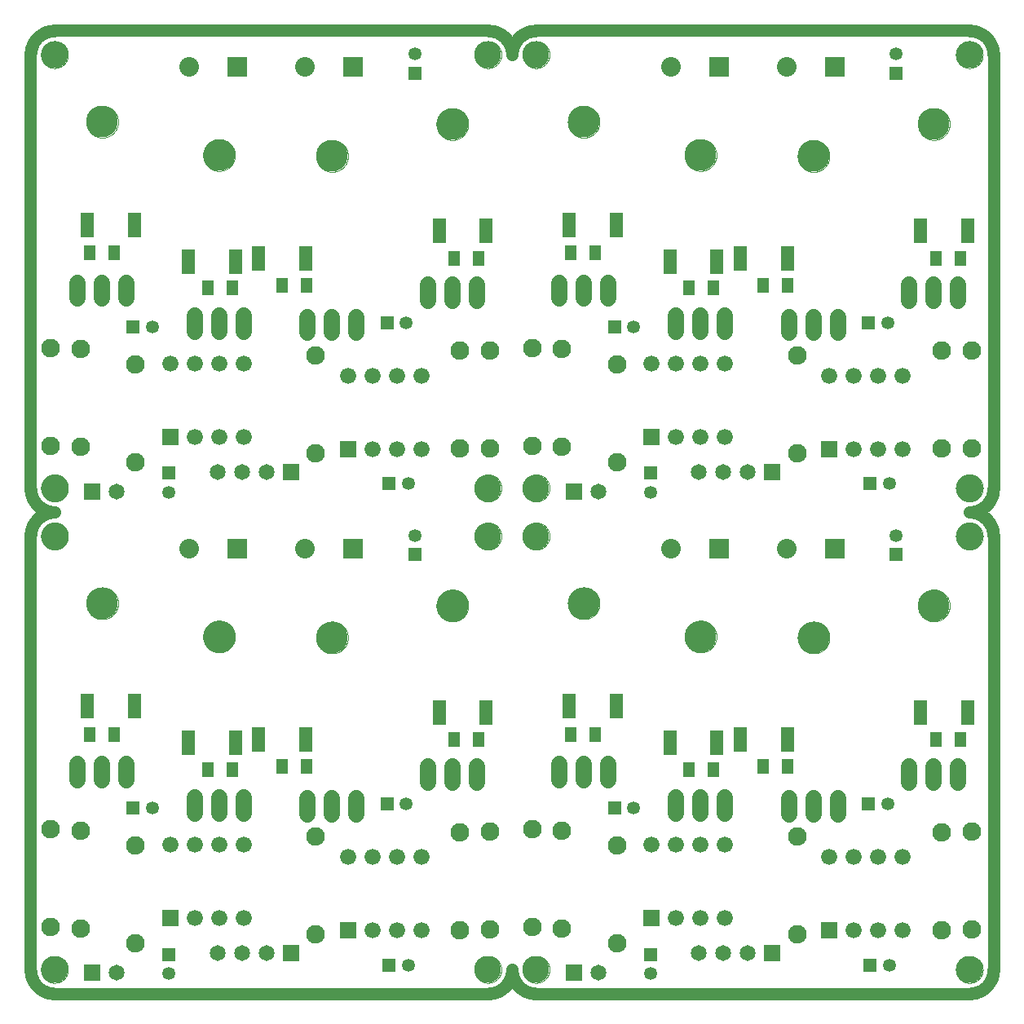
<source format=gbs>
G75*
%MOIN*%
%OFA0B0*%
%FSLAX25Y25*%
%IPPOS*%
%LPD*%
%AMOC8*
5,1,8,0,0,1.08239X$1,22.5*
%
%ADD10C,0.05000*%
%ADD11C,0.00000*%
%ADD12C,0.11024*%
%ADD13R,0.05315X0.05315*%
%ADD14C,0.05315*%
%ADD15C,0.07600*%
%ADD16R,0.06500X0.06500*%
%ADD17C,0.06500*%
%ADD18C,0.06600*%
%ADD19C,0.13000*%
%ADD20R,0.05000X0.06000*%
%ADD21R,0.06600X0.06600*%
%ADD22C,0.06600*%
%ADD23R,0.05709X0.10236*%
%ADD24R,0.08000X0.08000*%
%ADD25C,0.08000*%
D10*
X0105562Y0052713D02*
X0105562Y0229878D01*
X0105565Y0230116D01*
X0105573Y0230354D01*
X0105588Y0230591D01*
X0105608Y0230828D01*
X0105634Y0231064D01*
X0105665Y0231300D01*
X0105702Y0231535D01*
X0105745Y0231769D01*
X0105794Y0232002D01*
X0105848Y0232234D01*
X0105908Y0232464D01*
X0105973Y0232693D01*
X0106044Y0232920D01*
X0106120Y0233145D01*
X0106202Y0233368D01*
X0106289Y0233590D01*
X0106381Y0233809D01*
X0106479Y0234026D01*
X0106581Y0234240D01*
X0106689Y0234452D01*
X0106803Y0234662D01*
X0106921Y0234868D01*
X0107044Y0235072D01*
X0107172Y0235272D01*
X0107304Y0235469D01*
X0107442Y0235664D01*
X0107584Y0235854D01*
X0107731Y0236042D01*
X0107882Y0236225D01*
X0108037Y0236405D01*
X0108197Y0236581D01*
X0108361Y0236753D01*
X0108530Y0236922D01*
X0108702Y0237086D01*
X0108878Y0237246D01*
X0109058Y0237401D01*
X0109241Y0237552D01*
X0109429Y0237699D01*
X0109619Y0237841D01*
X0109814Y0237979D01*
X0110011Y0238111D01*
X0110211Y0238239D01*
X0110415Y0238362D01*
X0110621Y0238480D01*
X0110831Y0238594D01*
X0111043Y0238702D01*
X0111257Y0238804D01*
X0111474Y0238902D01*
X0111693Y0238994D01*
X0111915Y0239081D01*
X0112138Y0239163D01*
X0112363Y0239239D01*
X0112590Y0239310D01*
X0112819Y0239375D01*
X0113049Y0239435D01*
X0113281Y0239489D01*
X0113514Y0239538D01*
X0113748Y0239581D01*
X0113983Y0239618D01*
X0114219Y0239649D01*
X0114455Y0239675D01*
X0114692Y0239695D01*
X0114929Y0239710D01*
X0115167Y0239718D01*
X0115405Y0239721D01*
X0115405Y0239720D02*
X0115167Y0239723D01*
X0114929Y0239731D01*
X0114692Y0239746D01*
X0114455Y0239766D01*
X0114219Y0239792D01*
X0113983Y0239823D01*
X0113748Y0239860D01*
X0113514Y0239903D01*
X0113281Y0239952D01*
X0113049Y0240006D01*
X0112819Y0240066D01*
X0112590Y0240131D01*
X0112363Y0240202D01*
X0112138Y0240278D01*
X0111915Y0240360D01*
X0111693Y0240447D01*
X0111474Y0240539D01*
X0111257Y0240637D01*
X0111043Y0240739D01*
X0110831Y0240847D01*
X0110621Y0240961D01*
X0110415Y0241079D01*
X0110211Y0241202D01*
X0110011Y0241330D01*
X0109814Y0241462D01*
X0109619Y0241600D01*
X0109429Y0241742D01*
X0109241Y0241889D01*
X0109058Y0242040D01*
X0108878Y0242195D01*
X0108702Y0242355D01*
X0108530Y0242519D01*
X0108361Y0242688D01*
X0108197Y0242860D01*
X0108037Y0243036D01*
X0107882Y0243216D01*
X0107731Y0243399D01*
X0107584Y0243587D01*
X0107442Y0243777D01*
X0107304Y0243972D01*
X0107172Y0244169D01*
X0107044Y0244369D01*
X0106921Y0244573D01*
X0106803Y0244779D01*
X0106689Y0244989D01*
X0106581Y0245201D01*
X0106479Y0245415D01*
X0106381Y0245632D01*
X0106289Y0245851D01*
X0106202Y0246073D01*
X0106120Y0246296D01*
X0106044Y0246521D01*
X0105973Y0246748D01*
X0105908Y0246977D01*
X0105848Y0247207D01*
X0105794Y0247439D01*
X0105745Y0247672D01*
X0105702Y0247906D01*
X0105665Y0248141D01*
X0105634Y0248377D01*
X0105608Y0248613D01*
X0105588Y0248850D01*
X0105573Y0249087D01*
X0105565Y0249325D01*
X0105562Y0249563D01*
X0105562Y0426728D01*
X0105565Y0426966D01*
X0105573Y0427204D01*
X0105588Y0427441D01*
X0105608Y0427678D01*
X0105634Y0427914D01*
X0105665Y0428150D01*
X0105702Y0428385D01*
X0105745Y0428619D01*
X0105794Y0428852D01*
X0105848Y0429084D01*
X0105908Y0429314D01*
X0105973Y0429543D01*
X0106044Y0429770D01*
X0106120Y0429995D01*
X0106202Y0430218D01*
X0106289Y0430440D01*
X0106381Y0430659D01*
X0106479Y0430876D01*
X0106581Y0431090D01*
X0106689Y0431302D01*
X0106803Y0431512D01*
X0106921Y0431718D01*
X0107044Y0431922D01*
X0107172Y0432122D01*
X0107304Y0432319D01*
X0107442Y0432514D01*
X0107584Y0432704D01*
X0107731Y0432892D01*
X0107882Y0433075D01*
X0108037Y0433255D01*
X0108197Y0433431D01*
X0108361Y0433603D01*
X0108530Y0433772D01*
X0108702Y0433936D01*
X0108878Y0434096D01*
X0109058Y0434251D01*
X0109241Y0434402D01*
X0109429Y0434549D01*
X0109619Y0434691D01*
X0109814Y0434829D01*
X0110011Y0434961D01*
X0110211Y0435089D01*
X0110415Y0435212D01*
X0110621Y0435330D01*
X0110831Y0435444D01*
X0111043Y0435552D01*
X0111257Y0435654D01*
X0111474Y0435752D01*
X0111693Y0435844D01*
X0111915Y0435931D01*
X0112138Y0436013D01*
X0112363Y0436089D01*
X0112590Y0436160D01*
X0112819Y0436225D01*
X0113049Y0436285D01*
X0113281Y0436339D01*
X0113514Y0436388D01*
X0113748Y0436431D01*
X0113983Y0436468D01*
X0114219Y0436499D01*
X0114455Y0436525D01*
X0114692Y0436545D01*
X0114929Y0436560D01*
X0115167Y0436568D01*
X0115405Y0436571D01*
X0292570Y0436571D01*
X0292808Y0436568D01*
X0293046Y0436560D01*
X0293283Y0436545D01*
X0293520Y0436525D01*
X0293756Y0436499D01*
X0293992Y0436468D01*
X0294227Y0436431D01*
X0294461Y0436388D01*
X0294694Y0436339D01*
X0294926Y0436285D01*
X0295156Y0436225D01*
X0295385Y0436160D01*
X0295612Y0436089D01*
X0295837Y0436013D01*
X0296060Y0435931D01*
X0296282Y0435844D01*
X0296501Y0435752D01*
X0296718Y0435654D01*
X0296932Y0435552D01*
X0297144Y0435444D01*
X0297354Y0435330D01*
X0297560Y0435212D01*
X0297764Y0435089D01*
X0297964Y0434961D01*
X0298161Y0434829D01*
X0298356Y0434691D01*
X0298546Y0434549D01*
X0298734Y0434402D01*
X0298917Y0434251D01*
X0299097Y0434096D01*
X0299273Y0433936D01*
X0299445Y0433772D01*
X0299614Y0433603D01*
X0299778Y0433431D01*
X0299938Y0433255D01*
X0300093Y0433075D01*
X0300244Y0432892D01*
X0300391Y0432704D01*
X0300533Y0432514D01*
X0300671Y0432319D01*
X0300803Y0432122D01*
X0300931Y0431922D01*
X0301054Y0431718D01*
X0301172Y0431512D01*
X0301286Y0431302D01*
X0301394Y0431090D01*
X0301496Y0430876D01*
X0301594Y0430659D01*
X0301686Y0430440D01*
X0301773Y0430218D01*
X0301855Y0429995D01*
X0301931Y0429770D01*
X0302002Y0429543D01*
X0302067Y0429314D01*
X0302127Y0429084D01*
X0302181Y0428852D01*
X0302230Y0428619D01*
X0302273Y0428385D01*
X0302310Y0428150D01*
X0302341Y0427914D01*
X0302367Y0427678D01*
X0302387Y0427441D01*
X0302402Y0427204D01*
X0302410Y0426966D01*
X0302413Y0426728D01*
X0302412Y0426728D02*
X0302415Y0426966D01*
X0302423Y0427204D01*
X0302438Y0427441D01*
X0302458Y0427678D01*
X0302484Y0427914D01*
X0302515Y0428150D01*
X0302552Y0428385D01*
X0302595Y0428619D01*
X0302644Y0428852D01*
X0302698Y0429084D01*
X0302758Y0429314D01*
X0302823Y0429543D01*
X0302894Y0429770D01*
X0302970Y0429995D01*
X0303052Y0430218D01*
X0303139Y0430440D01*
X0303231Y0430659D01*
X0303329Y0430876D01*
X0303431Y0431090D01*
X0303539Y0431302D01*
X0303653Y0431512D01*
X0303771Y0431718D01*
X0303894Y0431922D01*
X0304022Y0432122D01*
X0304154Y0432319D01*
X0304292Y0432514D01*
X0304434Y0432704D01*
X0304581Y0432892D01*
X0304732Y0433075D01*
X0304887Y0433255D01*
X0305047Y0433431D01*
X0305211Y0433603D01*
X0305380Y0433772D01*
X0305552Y0433936D01*
X0305728Y0434096D01*
X0305908Y0434251D01*
X0306091Y0434402D01*
X0306279Y0434549D01*
X0306469Y0434691D01*
X0306664Y0434829D01*
X0306861Y0434961D01*
X0307061Y0435089D01*
X0307265Y0435212D01*
X0307471Y0435330D01*
X0307681Y0435444D01*
X0307893Y0435552D01*
X0308107Y0435654D01*
X0308324Y0435752D01*
X0308543Y0435844D01*
X0308765Y0435931D01*
X0308988Y0436013D01*
X0309213Y0436089D01*
X0309440Y0436160D01*
X0309669Y0436225D01*
X0309899Y0436285D01*
X0310131Y0436339D01*
X0310364Y0436388D01*
X0310598Y0436431D01*
X0310833Y0436468D01*
X0311069Y0436499D01*
X0311305Y0436525D01*
X0311542Y0436545D01*
X0311779Y0436560D01*
X0312017Y0436568D01*
X0312255Y0436571D01*
X0489420Y0436571D01*
X0489658Y0436568D01*
X0489896Y0436560D01*
X0490133Y0436545D01*
X0490370Y0436525D01*
X0490606Y0436499D01*
X0490842Y0436468D01*
X0491077Y0436431D01*
X0491311Y0436388D01*
X0491544Y0436339D01*
X0491776Y0436285D01*
X0492006Y0436225D01*
X0492235Y0436160D01*
X0492462Y0436089D01*
X0492687Y0436013D01*
X0492910Y0435931D01*
X0493132Y0435844D01*
X0493351Y0435752D01*
X0493568Y0435654D01*
X0493782Y0435552D01*
X0493994Y0435444D01*
X0494204Y0435330D01*
X0494410Y0435212D01*
X0494614Y0435089D01*
X0494814Y0434961D01*
X0495011Y0434829D01*
X0495206Y0434691D01*
X0495396Y0434549D01*
X0495584Y0434402D01*
X0495767Y0434251D01*
X0495947Y0434096D01*
X0496123Y0433936D01*
X0496295Y0433772D01*
X0496464Y0433603D01*
X0496628Y0433431D01*
X0496788Y0433255D01*
X0496943Y0433075D01*
X0497094Y0432892D01*
X0497241Y0432704D01*
X0497383Y0432514D01*
X0497521Y0432319D01*
X0497653Y0432122D01*
X0497781Y0431922D01*
X0497904Y0431718D01*
X0498022Y0431512D01*
X0498136Y0431302D01*
X0498244Y0431090D01*
X0498346Y0430876D01*
X0498444Y0430659D01*
X0498536Y0430440D01*
X0498623Y0430218D01*
X0498705Y0429995D01*
X0498781Y0429770D01*
X0498852Y0429543D01*
X0498917Y0429314D01*
X0498977Y0429084D01*
X0499031Y0428852D01*
X0499080Y0428619D01*
X0499123Y0428385D01*
X0499160Y0428150D01*
X0499191Y0427914D01*
X0499217Y0427678D01*
X0499237Y0427441D01*
X0499252Y0427204D01*
X0499260Y0426966D01*
X0499263Y0426728D01*
X0499263Y0249563D01*
X0499260Y0249325D01*
X0499252Y0249087D01*
X0499237Y0248850D01*
X0499217Y0248613D01*
X0499191Y0248377D01*
X0499160Y0248141D01*
X0499123Y0247906D01*
X0499080Y0247672D01*
X0499031Y0247439D01*
X0498977Y0247207D01*
X0498917Y0246977D01*
X0498852Y0246748D01*
X0498781Y0246521D01*
X0498705Y0246296D01*
X0498623Y0246073D01*
X0498536Y0245851D01*
X0498444Y0245632D01*
X0498346Y0245415D01*
X0498244Y0245201D01*
X0498136Y0244989D01*
X0498022Y0244779D01*
X0497904Y0244573D01*
X0497781Y0244369D01*
X0497653Y0244169D01*
X0497521Y0243972D01*
X0497383Y0243777D01*
X0497241Y0243587D01*
X0497094Y0243399D01*
X0496943Y0243216D01*
X0496788Y0243036D01*
X0496628Y0242860D01*
X0496464Y0242688D01*
X0496295Y0242519D01*
X0496123Y0242355D01*
X0495947Y0242195D01*
X0495767Y0242040D01*
X0495584Y0241889D01*
X0495396Y0241742D01*
X0495206Y0241600D01*
X0495011Y0241462D01*
X0494814Y0241330D01*
X0494614Y0241202D01*
X0494410Y0241079D01*
X0494204Y0240961D01*
X0493994Y0240847D01*
X0493782Y0240739D01*
X0493568Y0240637D01*
X0493351Y0240539D01*
X0493132Y0240447D01*
X0492910Y0240360D01*
X0492687Y0240278D01*
X0492462Y0240202D01*
X0492235Y0240131D01*
X0492006Y0240066D01*
X0491776Y0240006D01*
X0491544Y0239952D01*
X0491311Y0239903D01*
X0491077Y0239860D01*
X0490842Y0239823D01*
X0490606Y0239792D01*
X0490370Y0239766D01*
X0490133Y0239746D01*
X0489896Y0239731D01*
X0489658Y0239723D01*
X0489420Y0239720D01*
X0489420Y0239721D02*
X0489658Y0239718D01*
X0489896Y0239710D01*
X0490133Y0239695D01*
X0490370Y0239675D01*
X0490606Y0239649D01*
X0490842Y0239618D01*
X0491077Y0239581D01*
X0491311Y0239538D01*
X0491544Y0239489D01*
X0491776Y0239435D01*
X0492006Y0239375D01*
X0492235Y0239310D01*
X0492462Y0239239D01*
X0492687Y0239163D01*
X0492910Y0239081D01*
X0493132Y0238994D01*
X0493351Y0238902D01*
X0493568Y0238804D01*
X0493782Y0238702D01*
X0493994Y0238594D01*
X0494204Y0238480D01*
X0494410Y0238362D01*
X0494614Y0238239D01*
X0494814Y0238111D01*
X0495011Y0237979D01*
X0495206Y0237841D01*
X0495396Y0237699D01*
X0495584Y0237552D01*
X0495767Y0237401D01*
X0495947Y0237246D01*
X0496123Y0237086D01*
X0496295Y0236922D01*
X0496464Y0236753D01*
X0496628Y0236581D01*
X0496788Y0236405D01*
X0496943Y0236225D01*
X0497094Y0236042D01*
X0497241Y0235854D01*
X0497383Y0235664D01*
X0497521Y0235469D01*
X0497653Y0235272D01*
X0497781Y0235072D01*
X0497904Y0234868D01*
X0498022Y0234662D01*
X0498136Y0234452D01*
X0498244Y0234240D01*
X0498346Y0234026D01*
X0498444Y0233809D01*
X0498536Y0233590D01*
X0498623Y0233368D01*
X0498705Y0233145D01*
X0498781Y0232920D01*
X0498852Y0232693D01*
X0498917Y0232464D01*
X0498977Y0232234D01*
X0499031Y0232002D01*
X0499080Y0231769D01*
X0499123Y0231535D01*
X0499160Y0231300D01*
X0499191Y0231064D01*
X0499217Y0230828D01*
X0499237Y0230591D01*
X0499252Y0230354D01*
X0499260Y0230116D01*
X0499263Y0229878D01*
X0499263Y0052713D01*
X0499260Y0052475D01*
X0499252Y0052237D01*
X0499237Y0052000D01*
X0499217Y0051763D01*
X0499191Y0051527D01*
X0499160Y0051291D01*
X0499123Y0051056D01*
X0499080Y0050822D01*
X0499031Y0050589D01*
X0498977Y0050357D01*
X0498917Y0050127D01*
X0498852Y0049898D01*
X0498781Y0049671D01*
X0498705Y0049446D01*
X0498623Y0049223D01*
X0498536Y0049001D01*
X0498444Y0048782D01*
X0498346Y0048565D01*
X0498244Y0048351D01*
X0498136Y0048139D01*
X0498022Y0047929D01*
X0497904Y0047723D01*
X0497781Y0047519D01*
X0497653Y0047319D01*
X0497521Y0047122D01*
X0497383Y0046927D01*
X0497241Y0046737D01*
X0497094Y0046549D01*
X0496943Y0046366D01*
X0496788Y0046186D01*
X0496628Y0046010D01*
X0496464Y0045838D01*
X0496295Y0045669D01*
X0496123Y0045505D01*
X0495947Y0045345D01*
X0495767Y0045190D01*
X0495584Y0045039D01*
X0495396Y0044892D01*
X0495206Y0044750D01*
X0495011Y0044612D01*
X0494814Y0044480D01*
X0494614Y0044352D01*
X0494410Y0044229D01*
X0494204Y0044111D01*
X0493994Y0043997D01*
X0493782Y0043889D01*
X0493568Y0043787D01*
X0493351Y0043689D01*
X0493132Y0043597D01*
X0492910Y0043510D01*
X0492687Y0043428D01*
X0492462Y0043352D01*
X0492235Y0043281D01*
X0492006Y0043216D01*
X0491776Y0043156D01*
X0491544Y0043102D01*
X0491311Y0043053D01*
X0491077Y0043010D01*
X0490842Y0042973D01*
X0490606Y0042942D01*
X0490370Y0042916D01*
X0490133Y0042896D01*
X0489896Y0042881D01*
X0489658Y0042873D01*
X0489420Y0042870D01*
X0312255Y0042870D01*
X0312017Y0042873D01*
X0311779Y0042881D01*
X0311542Y0042896D01*
X0311305Y0042916D01*
X0311069Y0042942D01*
X0310833Y0042973D01*
X0310598Y0043010D01*
X0310364Y0043053D01*
X0310131Y0043102D01*
X0309899Y0043156D01*
X0309669Y0043216D01*
X0309440Y0043281D01*
X0309213Y0043352D01*
X0308988Y0043428D01*
X0308765Y0043510D01*
X0308543Y0043597D01*
X0308324Y0043689D01*
X0308107Y0043787D01*
X0307893Y0043889D01*
X0307681Y0043997D01*
X0307471Y0044111D01*
X0307265Y0044229D01*
X0307061Y0044352D01*
X0306861Y0044480D01*
X0306664Y0044612D01*
X0306469Y0044750D01*
X0306279Y0044892D01*
X0306091Y0045039D01*
X0305908Y0045190D01*
X0305728Y0045345D01*
X0305552Y0045505D01*
X0305380Y0045669D01*
X0305211Y0045838D01*
X0305047Y0046010D01*
X0304887Y0046186D01*
X0304732Y0046366D01*
X0304581Y0046549D01*
X0304434Y0046737D01*
X0304292Y0046927D01*
X0304154Y0047122D01*
X0304022Y0047319D01*
X0303894Y0047519D01*
X0303771Y0047723D01*
X0303653Y0047929D01*
X0303539Y0048139D01*
X0303431Y0048351D01*
X0303329Y0048565D01*
X0303231Y0048782D01*
X0303139Y0049001D01*
X0303052Y0049223D01*
X0302970Y0049446D01*
X0302894Y0049671D01*
X0302823Y0049898D01*
X0302758Y0050127D01*
X0302698Y0050357D01*
X0302644Y0050589D01*
X0302595Y0050822D01*
X0302552Y0051056D01*
X0302515Y0051291D01*
X0302484Y0051527D01*
X0302458Y0051763D01*
X0302438Y0052000D01*
X0302423Y0052237D01*
X0302415Y0052475D01*
X0302412Y0052713D01*
X0302413Y0052713D02*
X0302410Y0052475D01*
X0302402Y0052237D01*
X0302387Y0052000D01*
X0302367Y0051763D01*
X0302341Y0051527D01*
X0302310Y0051291D01*
X0302273Y0051056D01*
X0302230Y0050822D01*
X0302181Y0050589D01*
X0302127Y0050357D01*
X0302067Y0050127D01*
X0302002Y0049898D01*
X0301931Y0049671D01*
X0301855Y0049446D01*
X0301773Y0049223D01*
X0301686Y0049001D01*
X0301594Y0048782D01*
X0301496Y0048565D01*
X0301394Y0048351D01*
X0301286Y0048139D01*
X0301172Y0047929D01*
X0301054Y0047723D01*
X0300931Y0047519D01*
X0300803Y0047319D01*
X0300671Y0047122D01*
X0300533Y0046927D01*
X0300391Y0046737D01*
X0300244Y0046549D01*
X0300093Y0046366D01*
X0299938Y0046186D01*
X0299778Y0046010D01*
X0299614Y0045838D01*
X0299445Y0045669D01*
X0299273Y0045505D01*
X0299097Y0045345D01*
X0298917Y0045190D01*
X0298734Y0045039D01*
X0298546Y0044892D01*
X0298356Y0044750D01*
X0298161Y0044612D01*
X0297964Y0044480D01*
X0297764Y0044352D01*
X0297560Y0044229D01*
X0297354Y0044111D01*
X0297144Y0043997D01*
X0296932Y0043889D01*
X0296718Y0043787D01*
X0296501Y0043689D01*
X0296282Y0043597D01*
X0296060Y0043510D01*
X0295837Y0043428D01*
X0295612Y0043352D01*
X0295385Y0043281D01*
X0295156Y0043216D01*
X0294926Y0043156D01*
X0294694Y0043102D01*
X0294461Y0043053D01*
X0294227Y0043010D01*
X0293992Y0042973D01*
X0293756Y0042942D01*
X0293520Y0042916D01*
X0293283Y0042896D01*
X0293046Y0042881D01*
X0292808Y0042873D01*
X0292570Y0042870D01*
X0115405Y0042870D01*
X0115167Y0042873D01*
X0114929Y0042881D01*
X0114692Y0042896D01*
X0114455Y0042916D01*
X0114219Y0042942D01*
X0113983Y0042973D01*
X0113748Y0043010D01*
X0113514Y0043053D01*
X0113281Y0043102D01*
X0113049Y0043156D01*
X0112819Y0043216D01*
X0112590Y0043281D01*
X0112363Y0043352D01*
X0112138Y0043428D01*
X0111915Y0043510D01*
X0111693Y0043597D01*
X0111474Y0043689D01*
X0111257Y0043787D01*
X0111043Y0043889D01*
X0110831Y0043997D01*
X0110621Y0044111D01*
X0110415Y0044229D01*
X0110211Y0044352D01*
X0110011Y0044480D01*
X0109814Y0044612D01*
X0109619Y0044750D01*
X0109429Y0044892D01*
X0109241Y0045039D01*
X0109058Y0045190D01*
X0108878Y0045345D01*
X0108702Y0045505D01*
X0108530Y0045669D01*
X0108361Y0045838D01*
X0108197Y0046010D01*
X0108037Y0046186D01*
X0107882Y0046366D01*
X0107731Y0046549D01*
X0107584Y0046737D01*
X0107442Y0046927D01*
X0107304Y0047122D01*
X0107172Y0047319D01*
X0107044Y0047519D01*
X0106921Y0047723D01*
X0106803Y0047929D01*
X0106689Y0048139D01*
X0106581Y0048351D01*
X0106479Y0048565D01*
X0106381Y0048782D01*
X0106289Y0049001D01*
X0106202Y0049223D01*
X0106120Y0049446D01*
X0106044Y0049671D01*
X0105973Y0049898D01*
X0105908Y0050127D01*
X0105848Y0050357D01*
X0105794Y0050589D01*
X0105745Y0050822D01*
X0105702Y0051056D01*
X0105665Y0051291D01*
X0105634Y0051527D01*
X0105608Y0051763D01*
X0105588Y0052000D01*
X0105573Y0052237D01*
X0105565Y0052475D01*
X0105562Y0052713D01*
D11*
X0109893Y0052713D02*
X0109895Y0052861D01*
X0109901Y0053009D01*
X0109911Y0053157D01*
X0109925Y0053304D01*
X0109943Y0053451D01*
X0109964Y0053597D01*
X0109990Y0053743D01*
X0110020Y0053888D01*
X0110053Y0054032D01*
X0110091Y0054175D01*
X0110132Y0054317D01*
X0110177Y0054458D01*
X0110225Y0054598D01*
X0110278Y0054737D01*
X0110334Y0054874D01*
X0110394Y0055009D01*
X0110457Y0055143D01*
X0110524Y0055275D01*
X0110595Y0055405D01*
X0110669Y0055533D01*
X0110746Y0055659D01*
X0110827Y0055783D01*
X0110911Y0055905D01*
X0110998Y0056024D01*
X0111089Y0056141D01*
X0111183Y0056256D01*
X0111279Y0056368D01*
X0111379Y0056478D01*
X0111481Y0056584D01*
X0111587Y0056688D01*
X0111695Y0056789D01*
X0111806Y0056887D01*
X0111919Y0056983D01*
X0112035Y0057075D01*
X0112153Y0057164D01*
X0112274Y0057249D01*
X0112397Y0057332D01*
X0112522Y0057411D01*
X0112649Y0057487D01*
X0112778Y0057559D01*
X0112909Y0057628D01*
X0113042Y0057693D01*
X0113177Y0057754D01*
X0113313Y0057812D01*
X0113450Y0057867D01*
X0113589Y0057917D01*
X0113730Y0057964D01*
X0113871Y0058007D01*
X0114014Y0058047D01*
X0114158Y0058082D01*
X0114302Y0058114D01*
X0114448Y0058141D01*
X0114594Y0058165D01*
X0114741Y0058185D01*
X0114888Y0058201D01*
X0115035Y0058213D01*
X0115183Y0058221D01*
X0115331Y0058225D01*
X0115479Y0058225D01*
X0115627Y0058221D01*
X0115775Y0058213D01*
X0115922Y0058201D01*
X0116069Y0058185D01*
X0116216Y0058165D01*
X0116362Y0058141D01*
X0116508Y0058114D01*
X0116652Y0058082D01*
X0116796Y0058047D01*
X0116939Y0058007D01*
X0117080Y0057964D01*
X0117221Y0057917D01*
X0117360Y0057867D01*
X0117497Y0057812D01*
X0117633Y0057754D01*
X0117768Y0057693D01*
X0117901Y0057628D01*
X0118032Y0057559D01*
X0118161Y0057487D01*
X0118288Y0057411D01*
X0118413Y0057332D01*
X0118536Y0057249D01*
X0118657Y0057164D01*
X0118775Y0057075D01*
X0118891Y0056983D01*
X0119004Y0056887D01*
X0119115Y0056789D01*
X0119223Y0056688D01*
X0119329Y0056584D01*
X0119431Y0056478D01*
X0119531Y0056368D01*
X0119627Y0056256D01*
X0119721Y0056141D01*
X0119812Y0056024D01*
X0119899Y0055905D01*
X0119983Y0055783D01*
X0120064Y0055659D01*
X0120141Y0055533D01*
X0120215Y0055405D01*
X0120286Y0055275D01*
X0120353Y0055143D01*
X0120416Y0055009D01*
X0120476Y0054874D01*
X0120532Y0054737D01*
X0120585Y0054598D01*
X0120633Y0054458D01*
X0120678Y0054317D01*
X0120719Y0054175D01*
X0120757Y0054032D01*
X0120790Y0053888D01*
X0120820Y0053743D01*
X0120846Y0053597D01*
X0120867Y0053451D01*
X0120885Y0053304D01*
X0120899Y0053157D01*
X0120909Y0053009D01*
X0120915Y0052861D01*
X0120917Y0052713D01*
X0120915Y0052565D01*
X0120909Y0052417D01*
X0120899Y0052269D01*
X0120885Y0052122D01*
X0120867Y0051975D01*
X0120846Y0051829D01*
X0120820Y0051683D01*
X0120790Y0051538D01*
X0120757Y0051394D01*
X0120719Y0051251D01*
X0120678Y0051109D01*
X0120633Y0050968D01*
X0120585Y0050828D01*
X0120532Y0050689D01*
X0120476Y0050552D01*
X0120416Y0050417D01*
X0120353Y0050283D01*
X0120286Y0050151D01*
X0120215Y0050021D01*
X0120141Y0049893D01*
X0120064Y0049767D01*
X0119983Y0049643D01*
X0119899Y0049521D01*
X0119812Y0049402D01*
X0119721Y0049285D01*
X0119627Y0049170D01*
X0119531Y0049058D01*
X0119431Y0048948D01*
X0119329Y0048842D01*
X0119223Y0048738D01*
X0119115Y0048637D01*
X0119004Y0048539D01*
X0118891Y0048443D01*
X0118775Y0048351D01*
X0118657Y0048262D01*
X0118536Y0048177D01*
X0118413Y0048094D01*
X0118288Y0048015D01*
X0118161Y0047939D01*
X0118032Y0047867D01*
X0117901Y0047798D01*
X0117768Y0047733D01*
X0117633Y0047672D01*
X0117497Y0047614D01*
X0117360Y0047559D01*
X0117221Y0047509D01*
X0117080Y0047462D01*
X0116939Y0047419D01*
X0116796Y0047379D01*
X0116652Y0047344D01*
X0116508Y0047312D01*
X0116362Y0047285D01*
X0116216Y0047261D01*
X0116069Y0047241D01*
X0115922Y0047225D01*
X0115775Y0047213D01*
X0115627Y0047205D01*
X0115479Y0047201D01*
X0115331Y0047201D01*
X0115183Y0047205D01*
X0115035Y0047213D01*
X0114888Y0047225D01*
X0114741Y0047241D01*
X0114594Y0047261D01*
X0114448Y0047285D01*
X0114302Y0047312D01*
X0114158Y0047344D01*
X0114014Y0047379D01*
X0113871Y0047419D01*
X0113730Y0047462D01*
X0113589Y0047509D01*
X0113450Y0047559D01*
X0113313Y0047614D01*
X0113177Y0047672D01*
X0113042Y0047733D01*
X0112909Y0047798D01*
X0112778Y0047867D01*
X0112649Y0047939D01*
X0112522Y0048015D01*
X0112397Y0048094D01*
X0112274Y0048177D01*
X0112153Y0048262D01*
X0112035Y0048351D01*
X0111919Y0048443D01*
X0111806Y0048539D01*
X0111695Y0048637D01*
X0111587Y0048738D01*
X0111481Y0048842D01*
X0111379Y0048948D01*
X0111279Y0049058D01*
X0111183Y0049170D01*
X0111089Y0049285D01*
X0110998Y0049402D01*
X0110911Y0049521D01*
X0110827Y0049643D01*
X0110746Y0049767D01*
X0110669Y0049893D01*
X0110595Y0050021D01*
X0110524Y0050151D01*
X0110457Y0050283D01*
X0110394Y0050417D01*
X0110334Y0050552D01*
X0110278Y0050689D01*
X0110225Y0050828D01*
X0110177Y0050968D01*
X0110132Y0051109D01*
X0110091Y0051251D01*
X0110053Y0051394D01*
X0110020Y0051538D01*
X0109990Y0051683D01*
X0109964Y0051829D01*
X0109943Y0051975D01*
X0109925Y0052122D01*
X0109911Y0052269D01*
X0109901Y0052417D01*
X0109895Y0052565D01*
X0109893Y0052713D01*
X0176178Y0188809D02*
X0176180Y0188970D01*
X0176186Y0189130D01*
X0176196Y0189291D01*
X0176210Y0189451D01*
X0176228Y0189611D01*
X0176249Y0189770D01*
X0176275Y0189929D01*
X0176305Y0190087D01*
X0176338Y0190244D01*
X0176376Y0190401D01*
X0176417Y0190556D01*
X0176462Y0190710D01*
X0176511Y0190863D01*
X0176564Y0191015D01*
X0176620Y0191166D01*
X0176681Y0191315D01*
X0176744Y0191463D01*
X0176812Y0191609D01*
X0176883Y0191753D01*
X0176957Y0191895D01*
X0177035Y0192036D01*
X0177117Y0192174D01*
X0177202Y0192311D01*
X0177290Y0192445D01*
X0177382Y0192577D01*
X0177477Y0192707D01*
X0177575Y0192835D01*
X0177676Y0192960D01*
X0177780Y0193082D01*
X0177887Y0193202D01*
X0177997Y0193319D01*
X0178110Y0193434D01*
X0178226Y0193545D01*
X0178345Y0193654D01*
X0178466Y0193759D01*
X0178590Y0193862D01*
X0178716Y0193962D01*
X0178844Y0194058D01*
X0178975Y0194151D01*
X0179109Y0194241D01*
X0179244Y0194328D01*
X0179382Y0194411D01*
X0179521Y0194491D01*
X0179663Y0194567D01*
X0179806Y0194640D01*
X0179951Y0194709D01*
X0180098Y0194775D01*
X0180246Y0194837D01*
X0180396Y0194895D01*
X0180547Y0194950D01*
X0180700Y0195001D01*
X0180854Y0195048D01*
X0181009Y0195091D01*
X0181165Y0195130D01*
X0181321Y0195166D01*
X0181479Y0195197D01*
X0181637Y0195225D01*
X0181796Y0195249D01*
X0181956Y0195269D01*
X0182116Y0195285D01*
X0182276Y0195297D01*
X0182437Y0195305D01*
X0182598Y0195309D01*
X0182758Y0195309D01*
X0182919Y0195305D01*
X0183080Y0195297D01*
X0183240Y0195285D01*
X0183400Y0195269D01*
X0183560Y0195249D01*
X0183719Y0195225D01*
X0183877Y0195197D01*
X0184035Y0195166D01*
X0184191Y0195130D01*
X0184347Y0195091D01*
X0184502Y0195048D01*
X0184656Y0195001D01*
X0184809Y0194950D01*
X0184960Y0194895D01*
X0185110Y0194837D01*
X0185258Y0194775D01*
X0185405Y0194709D01*
X0185550Y0194640D01*
X0185693Y0194567D01*
X0185835Y0194491D01*
X0185974Y0194411D01*
X0186112Y0194328D01*
X0186247Y0194241D01*
X0186381Y0194151D01*
X0186512Y0194058D01*
X0186640Y0193962D01*
X0186766Y0193862D01*
X0186890Y0193759D01*
X0187011Y0193654D01*
X0187130Y0193545D01*
X0187246Y0193434D01*
X0187359Y0193319D01*
X0187469Y0193202D01*
X0187576Y0193082D01*
X0187680Y0192960D01*
X0187781Y0192835D01*
X0187879Y0192707D01*
X0187974Y0192577D01*
X0188066Y0192445D01*
X0188154Y0192311D01*
X0188239Y0192174D01*
X0188321Y0192036D01*
X0188399Y0191895D01*
X0188473Y0191753D01*
X0188544Y0191609D01*
X0188612Y0191463D01*
X0188675Y0191315D01*
X0188736Y0191166D01*
X0188792Y0191015D01*
X0188845Y0190863D01*
X0188894Y0190710D01*
X0188939Y0190556D01*
X0188980Y0190401D01*
X0189018Y0190244D01*
X0189051Y0190087D01*
X0189081Y0189929D01*
X0189107Y0189770D01*
X0189128Y0189611D01*
X0189146Y0189451D01*
X0189160Y0189291D01*
X0189170Y0189130D01*
X0189176Y0188970D01*
X0189178Y0188809D01*
X0189176Y0188648D01*
X0189170Y0188488D01*
X0189160Y0188327D01*
X0189146Y0188167D01*
X0189128Y0188007D01*
X0189107Y0187848D01*
X0189081Y0187689D01*
X0189051Y0187531D01*
X0189018Y0187374D01*
X0188980Y0187217D01*
X0188939Y0187062D01*
X0188894Y0186908D01*
X0188845Y0186755D01*
X0188792Y0186603D01*
X0188736Y0186452D01*
X0188675Y0186303D01*
X0188612Y0186155D01*
X0188544Y0186009D01*
X0188473Y0185865D01*
X0188399Y0185723D01*
X0188321Y0185582D01*
X0188239Y0185444D01*
X0188154Y0185307D01*
X0188066Y0185173D01*
X0187974Y0185041D01*
X0187879Y0184911D01*
X0187781Y0184783D01*
X0187680Y0184658D01*
X0187576Y0184536D01*
X0187469Y0184416D01*
X0187359Y0184299D01*
X0187246Y0184184D01*
X0187130Y0184073D01*
X0187011Y0183964D01*
X0186890Y0183859D01*
X0186766Y0183756D01*
X0186640Y0183656D01*
X0186512Y0183560D01*
X0186381Y0183467D01*
X0186247Y0183377D01*
X0186112Y0183290D01*
X0185974Y0183207D01*
X0185835Y0183127D01*
X0185693Y0183051D01*
X0185550Y0182978D01*
X0185405Y0182909D01*
X0185258Y0182843D01*
X0185110Y0182781D01*
X0184960Y0182723D01*
X0184809Y0182668D01*
X0184656Y0182617D01*
X0184502Y0182570D01*
X0184347Y0182527D01*
X0184191Y0182488D01*
X0184035Y0182452D01*
X0183877Y0182421D01*
X0183719Y0182393D01*
X0183560Y0182369D01*
X0183400Y0182349D01*
X0183240Y0182333D01*
X0183080Y0182321D01*
X0182919Y0182313D01*
X0182758Y0182309D01*
X0182598Y0182309D01*
X0182437Y0182313D01*
X0182276Y0182321D01*
X0182116Y0182333D01*
X0181956Y0182349D01*
X0181796Y0182369D01*
X0181637Y0182393D01*
X0181479Y0182421D01*
X0181321Y0182452D01*
X0181165Y0182488D01*
X0181009Y0182527D01*
X0180854Y0182570D01*
X0180700Y0182617D01*
X0180547Y0182668D01*
X0180396Y0182723D01*
X0180246Y0182781D01*
X0180098Y0182843D01*
X0179951Y0182909D01*
X0179806Y0182978D01*
X0179663Y0183051D01*
X0179521Y0183127D01*
X0179382Y0183207D01*
X0179244Y0183290D01*
X0179109Y0183377D01*
X0178975Y0183467D01*
X0178844Y0183560D01*
X0178716Y0183656D01*
X0178590Y0183756D01*
X0178466Y0183859D01*
X0178345Y0183964D01*
X0178226Y0184073D01*
X0178110Y0184184D01*
X0177997Y0184299D01*
X0177887Y0184416D01*
X0177780Y0184536D01*
X0177676Y0184658D01*
X0177575Y0184783D01*
X0177477Y0184911D01*
X0177382Y0185041D01*
X0177290Y0185173D01*
X0177202Y0185307D01*
X0177117Y0185444D01*
X0177035Y0185582D01*
X0176957Y0185723D01*
X0176883Y0185865D01*
X0176812Y0186009D01*
X0176744Y0186155D01*
X0176681Y0186303D01*
X0176620Y0186452D01*
X0176564Y0186603D01*
X0176511Y0186755D01*
X0176462Y0186908D01*
X0176417Y0187062D01*
X0176376Y0187217D01*
X0176338Y0187374D01*
X0176305Y0187531D01*
X0176275Y0187689D01*
X0176249Y0187848D01*
X0176228Y0188007D01*
X0176210Y0188167D01*
X0176196Y0188327D01*
X0176186Y0188488D01*
X0176180Y0188648D01*
X0176178Y0188809D01*
X0128403Y0202411D02*
X0128405Y0202572D01*
X0128411Y0202732D01*
X0128421Y0202893D01*
X0128435Y0203053D01*
X0128453Y0203213D01*
X0128474Y0203372D01*
X0128500Y0203531D01*
X0128530Y0203689D01*
X0128563Y0203846D01*
X0128601Y0204003D01*
X0128642Y0204158D01*
X0128687Y0204312D01*
X0128736Y0204465D01*
X0128789Y0204617D01*
X0128845Y0204768D01*
X0128906Y0204917D01*
X0128969Y0205065D01*
X0129037Y0205211D01*
X0129108Y0205355D01*
X0129182Y0205497D01*
X0129260Y0205638D01*
X0129342Y0205776D01*
X0129427Y0205913D01*
X0129515Y0206047D01*
X0129607Y0206179D01*
X0129702Y0206309D01*
X0129800Y0206437D01*
X0129901Y0206562D01*
X0130005Y0206684D01*
X0130112Y0206804D01*
X0130222Y0206921D01*
X0130335Y0207036D01*
X0130451Y0207147D01*
X0130570Y0207256D01*
X0130691Y0207361D01*
X0130815Y0207464D01*
X0130941Y0207564D01*
X0131069Y0207660D01*
X0131200Y0207753D01*
X0131334Y0207843D01*
X0131469Y0207930D01*
X0131607Y0208013D01*
X0131746Y0208093D01*
X0131888Y0208169D01*
X0132031Y0208242D01*
X0132176Y0208311D01*
X0132323Y0208377D01*
X0132471Y0208439D01*
X0132621Y0208497D01*
X0132772Y0208552D01*
X0132925Y0208603D01*
X0133079Y0208650D01*
X0133234Y0208693D01*
X0133390Y0208732D01*
X0133546Y0208768D01*
X0133704Y0208799D01*
X0133862Y0208827D01*
X0134021Y0208851D01*
X0134181Y0208871D01*
X0134341Y0208887D01*
X0134501Y0208899D01*
X0134662Y0208907D01*
X0134823Y0208911D01*
X0134983Y0208911D01*
X0135144Y0208907D01*
X0135305Y0208899D01*
X0135465Y0208887D01*
X0135625Y0208871D01*
X0135785Y0208851D01*
X0135944Y0208827D01*
X0136102Y0208799D01*
X0136260Y0208768D01*
X0136416Y0208732D01*
X0136572Y0208693D01*
X0136727Y0208650D01*
X0136881Y0208603D01*
X0137034Y0208552D01*
X0137185Y0208497D01*
X0137335Y0208439D01*
X0137483Y0208377D01*
X0137630Y0208311D01*
X0137775Y0208242D01*
X0137918Y0208169D01*
X0138060Y0208093D01*
X0138199Y0208013D01*
X0138337Y0207930D01*
X0138472Y0207843D01*
X0138606Y0207753D01*
X0138737Y0207660D01*
X0138865Y0207564D01*
X0138991Y0207464D01*
X0139115Y0207361D01*
X0139236Y0207256D01*
X0139355Y0207147D01*
X0139471Y0207036D01*
X0139584Y0206921D01*
X0139694Y0206804D01*
X0139801Y0206684D01*
X0139905Y0206562D01*
X0140006Y0206437D01*
X0140104Y0206309D01*
X0140199Y0206179D01*
X0140291Y0206047D01*
X0140379Y0205913D01*
X0140464Y0205776D01*
X0140546Y0205638D01*
X0140624Y0205497D01*
X0140698Y0205355D01*
X0140769Y0205211D01*
X0140837Y0205065D01*
X0140900Y0204917D01*
X0140961Y0204768D01*
X0141017Y0204617D01*
X0141070Y0204465D01*
X0141119Y0204312D01*
X0141164Y0204158D01*
X0141205Y0204003D01*
X0141243Y0203846D01*
X0141276Y0203689D01*
X0141306Y0203531D01*
X0141332Y0203372D01*
X0141353Y0203213D01*
X0141371Y0203053D01*
X0141385Y0202893D01*
X0141395Y0202732D01*
X0141401Y0202572D01*
X0141403Y0202411D01*
X0141401Y0202250D01*
X0141395Y0202090D01*
X0141385Y0201929D01*
X0141371Y0201769D01*
X0141353Y0201609D01*
X0141332Y0201450D01*
X0141306Y0201291D01*
X0141276Y0201133D01*
X0141243Y0200976D01*
X0141205Y0200819D01*
X0141164Y0200664D01*
X0141119Y0200510D01*
X0141070Y0200357D01*
X0141017Y0200205D01*
X0140961Y0200054D01*
X0140900Y0199905D01*
X0140837Y0199757D01*
X0140769Y0199611D01*
X0140698Y0199467D01*
X0140624Y0199325D01*
X0140546Y0199184D01*
X0140464Y0199046D01*
X0140379Y0198909D01*
X0140291Y0198775D01*
X0140199Y0198643D01*
X0140104Y0198513D01*
X0140006Y0198385D01*
X0139905Y0198260D01*
X0139801Y0198138D01*
X0139694Y0198018D01*
X0139584Y0197901D01*
X0139471Y0197786D01*
X0139355Y0197675D01*
X0139236Y0197566D01*
X0139115Y0197461D01*
X0138991Y0197358D01*
X0138865Y0197258D01*
X0138737Y0197162D01*
X0138606Y0197069D01*
X0138472Y0196979D01*
X0138337Y0196892D01*
X0138199Y0196809D01*
X0138060Y0196729D01*
X0137918Y0196653D01*
X0137775Y0196580D01*
X0137630Y0196511D01*
X0137483Y0196445D01*
X0137335Y0196383D01*
X0137185Y0196325D01*
X0137034Y0196270D01*
X0136881Y0196219D01*
X0136727Y0196172D01*
X0136572Y0196129D01*
X0136416Y0196090D01*
X0136260Y0196054D01*
X0136102Y0196023D01*
X0135944Y0195995D01*
X0135785Y0195971D01*
X0135625Y0195951D01*
X0135465Y0195935D01*
X0135305Y0195923D01*
X0135144Y0195915D01*
X0134983Y0195911D01*
X0134823Y0195911D01*
X0134662Y0195915D01*
X0134501Y0195923D01*
X0134341Y0195935D01*
X0134181Y0195951D01*
X0134021Y0195971D01*
X0133862Y0195995D01*
X0133704Y0196023D01*
X0133546Y0196054D01*
X0133390Y0196090D01*
X0133234Y0196129D01*
X0133079Y0196172D01*
X0132925Y0196219D01*
X0132772Y0196270D01*
X0132621Y0196325D01*
X0132471Y0196383D01*
X0132323Y0196445D01*
X0132176Y0196511D01*
X0132031Y0196580D01*
X0131888Y0196653D01*
X0131746Y0196729D01*
X0131607Y0196809D01*
X0131469Y0196892D01*
X0131334Y0196979D01*
X0131200Y0197069D01*
X0131069Y0197162D01*
X0130941Y0197258D01*
X0130815Y0197358D01*
X0130691Y0197461D01*
X0130570Y0197566D01*
X0130451Y0197675D01*
X0130335Y0197786D01*
X0130222Y0197901D01*
X0130112Y0198018D01*
X0130005Y0198138D01*
X0129901Y0198260D01*
X0129800Y0198385D01*
X0129702Y0198513D01*
X0129607Y0198643D01*
X0129515Y0198775D01*
X0129427Y0198909D01*
X0129342Y0199046D01*
X0129260Y0199184D01*
X0129182Y0199325D01*
X0129108Y0199467D01*
X0129037Y0199611D01*
X0128969Y0199757D01*
X0128906Y0199905D01*
X0128845Y0200054D01*
X0128789Y0200205D01*
X0128736Y0200357D01*
X0128687Y0200510D01*
X0128642Y0200664D01*
X0128601Y0200819D01*
X0128563Y0200976D01*
X0128530Y0201133D01*
X0128500Y0201291D01*
X0128474Y0201450D01*
X0128453Y0201609D01*
X0128435Y0201769D01*
X0128421Y0201929D01*
X0128411Y0202090D01*
X0128405Y0202250D01*
X0128403Y0202411D01*
X0109893Y0229878D02*
X0109895Y0230026D01*
X0109901Y0230174D01*
X0109911Y0230322D01*
X0109925Y0230469D01*
X0109943Y0230616D01*
X0109964Y0230762D01*
X0109990Y0230908D01*
X0110020Y0231053D01*
X0110053Y0231197D01*
X0110091Y0231340D01*
X0110132Y0231482D01*
X0110177Y0231623D01*
X0110225Y0231763D01*
X0110278Y0231902D01*
X0110334Y0232039D01*
X0110394Y0232174D01*
X0110457Y0232308D01*
X0110524Y0232440D01*
X0110595Y0232570D01*
X0110669Y0232698D01*
X0110746Y0232824D01*
X0110827Y0232948D01*
X0110911Y0233070D01*
X0110998Y0233189D01*
X0111089Y0233306D01*
X0111183Y0233421D01*
X0111279Y0233533D01*
X0111379Y0233643D01*
X0111481Y0233749D01*
X0111587Y0233853D01*
X0111695Y0233954D01*
X0111806Y0234052D01*
X0111919Y0234148D01*
X0112035Y0234240D01*
X0112153Y0234329D01*
X0112274Y0234414D01*
X0112397Y0234497D01*
X0112522Y0234576D01*
X0112649Y0234652D01*
X0112778Y0234724D01*
X0112909Y0234793D01*
X0113042Y0234858D01*
X0113177Y0234919D01*
X0113313Y0234977D01*
X0113450Y0235032D01*
X0113589Y0235082D01*
X0113730Y0235129D01*
X0113871Y0235172D01*
X0114014Y0235212D01*
X0114158Y0235247D01*
X0114302Y0235279D01*
X0114448Y0235306D01*
X0114594Y0235330D01*
X0114741Y0235350D01*
X0114888Y0235366D01*
X0115035Y0235378D01*
X0115183Y0235386D01*
X0115331Y0235390D01*
X0115479Y0235390D01*
X0115627Y0235386D01*
X0115775Y0235378D01*
X0115922Y0235366D01*
X0116069Y0235350D01*
X0116216Y0235330D01*
X0116362Y0235306D01*
X0116508Y0235279D01*
X0116652Y0235247D01*
X0116796Y0235212D01*
X0116939Y0235172D01*
X0117080Y0235129D01*
X0117221Y0235082D01*
X0117360Y0235032D01*
X0117497Y0234977D01*
X0117633Y0234919D01*
X0117768Y0234858D01*
X0117901Y0234793D01*
X0118032Y0234724D01*
X0118161Y0234652D01*
X0118288Y0234576D01*
X0118413Y0234497D01*
X0118536Y0234414D01*
X0118657Y0234329D01*
X0118775Y0234240D01*
X0118891Y0234148D01*
X0119004Y0234052D01*
X0119115Y0233954D01*
X0119223Y0233853D01*
X0119329Y0233749D01*
X0119431Y0233643D01*
X0119531Y0233533D01*
X0119627Y0233421D01*
X0119721Y0233306D01*
X0119812Y0233189D01*
X0119899Y0233070D01*
X0119983Y0232948D01*
X0120064Y0232824D01*
X0120141Y0232698D01*
X0120215Y0232570D01*
X0120286Y0232440D01*
X0120353Y0232308D01*
X0120416Y0232174D01*
X0120476Y0232039D01*
X0120532Y0231902D01*
X0120585Y0231763D01*
X0120633Y0231623D01*
X0120678Y0231482D01*
X0120719Y0231340D01*
X0120757Y0231197D01*
X0120790Y0231053D01*
X0120820Y0230908D01*
X0120846Y0230762D01*
X0120867Y0230616D01*
X0120885Y0230469D01*
X0120899Y0230322D01*
X0120909Y0230174D01*
X0120915Y0230026D01*
X0120917Y0229878D01*
X0120915Y0229730D01*
X0120909Y0229582D01*
X0120899Y0229434D01*
X0120885Y0229287D01*
X0120867Y0229140D01*
X0120846Y0228994D01*
X0120820Y0228848D01*
X0120790Y0228703D01*
X0120757Y0228559D01*
X0120719Y0228416D01*
X0120678Y0228274D01*
X0120633Y0228133D01*
X0120585Y0227993D01*
X0120532Y0227854D01*
X0120476Y0227717D01*
X0120416Y0227582D01*
X0120353Y0227448D01*
X0120286Y0227316D01*
X0120215Y0227186D01*
X0120141Y0227058D01*
X0120064Y0226932D01*
X0119983Y0226808D01*
X0119899Y0226686D01*
X0119812Y0226567D01*
X0119721Y0226450D01*
X0119627Y0226335D01*
X0119531Y0226223D01*
X0119431Y0226113D01*
X0119329Y0226007D01*
X0119223Y0225903D01*
X0119115Y0225802D01*
X0119004Y0225704D01*
X0118891Y0225608D01*
X0118775Y0225516D01*
X0118657Y0225427D01*
X0118536Y0225342D01*
X0118413Y0225259D01*
X0118288Y0225180D01*
X0118161Y0225104D01*
X0118032Y0225032D01*
X0117901Y0224963D01*
X0117768Y0224898D01*
X0117633Y0224837D01*
X0117497Y0224779D01*
X0117360Y0224724D01*
X0117221Y0224674D01*
X0117080Y0224627D01*
X0116939Y0224584D01*
X0116796Y0224544D01*
X0116652Y0224509D01*
X0116508Y0224477D01*
X0116362Y0224450D01*
X0116216Y0224426D01*
X0116069Y0224406D01*
X0115922Y0224390D01*
X0115775Y0224378D01*
X0115627Y0224370D01*
X0115479Y0224366D01*
X0115331Y0224366D01*
X0115183Y0224370D01*
X0115035Y0224378D01*
X0114888Y0224390D01*
X0114741Y0224406D01*
X0114594Y0224426D01*
X0114448Y0224450D01*
X0114302Y0224477D01*
X0114158Y0224509D01*
X0114014Y0224544D01*
X0113871Y0224584D01*
X0113730Y0224627D01*
X0113589Y0224674D01*
X0113450Y0224724D01*
X0113313Y0224779D01*
X0113177Y0224837D01*
X0113042Y0224898D01*
X0112909Y0224963D01*
X0112778Y0225032D01*
X0112649Y0225104D01*
X0112522Y0225180D01*
X0112397Y0225259D01*
X0112274Y0225342D01*
X0112153Y0225427D01*
X0112035Y0225516D01*
X0111919Y0225608D01*
X0111806Y0225704D01*
X0111695Y0225802D01*
X0111587Y0225903D01*
X0111481Y0226007D01*
X0111379Y0226113D01*
X0111279Y0226223D01*
X0111183Y0226335D01*
X0111089Y0226450D01*
X0110998Y0226567D01*
X0110911Y0226686D01*
X0110827Y0226808D01*
X0110746Y0226932D01*
X0110669Y0227058D01*
X0110595Y0227186D01*
X0110524Y0227316D01*
X0110457Y0227448D01*
X0110394Y0227582D01*
X0110334Y0227717D01*
X0110278Y0227854D01*
X0110225Y0227993D01*
X0110177Y0228133D01*
X0110132Y0228274D01*
X0110091Y0228416D01*
X0110053Y0228559D01*
X0110020Y0228703D01*
X0109990Y0228848D01*
X0109964Y0228994D01*
X0109943Y0229140D01*
X0109925Y0229287D01*
X0109911Y0229434D01*
X0109901Y0229582D01*
X0109895Y0229730D01*
X0109893Y0229878D01*
X0109893Y0249563D02*
X0109895Y0249711D01*
X0109901Y0249859D01*
X0109911Y0250007D01*
X0109925Y0250154D01*
X0109943Y0250301D01*
X0109964Y0250447D01*
X0109990Y0250593D01*
X0110020Y0250738D01*
X0110053Y0250882D01*
X0110091Y0251025D01*
X0110132Y0251167D01*
X0110177Y0251308D01*
X0110225Y0251448D01*
X0110278Y0251587D01*
X0110334Y0251724D01*
X0110394Y0251859D01*
X0110457Y0251993D01*
X0110524Y0252125D01*
X0110595Y0252255D01*
X0110669Y0252383D01*
X0110746Y0252509D01*
X0110827Y0252633D01*
X0110911Y0252755D01*
X0110998Y0252874D01*
X0111089Y0252991D01*
X0111183Y0253106D01*
X0111279Y0253218D01*
X0111379Y0253328D01*
X0111481Y0253434D01*
X0111587Y0253538D01*
X0111695Y0253639D01*
X0111806Y0253737D01*
X0111919Y0253833D01*
X0112035Y0253925D01*
X0112153Y0254014D01*
X0112274Y0254099D01*
X0112397Y0254182D01*
X0112522Y0254261D01*
X0112649Y0254337D01*
X0112778Y0254409D01*
X0112909Y0254478D01*
X0113042Y0254543D01*
X0113177Y0254604D01*
X0113313Y0254662D01*
X0113450Y0254717D01*
X0113589Y0254767D01*
X0113730Y0254814D01*
X0113871Y0254857D01*
X0114014Y0254897D01*
X0114158Y0254932D01*
X0114302Y0254964D01*
X0114448Y0254991D01*
X0114594Y0255015D01*
X0114741Y0255035D01*
X0114888Y0255051D01*
X0115035Y0255063D01*
X0115183Y0255071D01*
X0115331Y0255075D01*
X0115479Y0255075D01*
X0115627Y0255071D01*
X0115775Y0255063D01*
X0115922Y0255051D01*
X0116069Y0255035D01*
X0116216Y0255015D01*
X0116362Y0254991D01*
X0116508Y0254964D01*
X0116652Y0254932D01*
X0116796Y0254897D01*
X0116939Y0254857D01*
X0117080Y0254814D01*
X0117221Y0254767D01*
X0117360Y0254717D01*
X0117497Y0254662D01*
X0117633Y0254604D01*
X0117768Y0254543D01*
X0117901Y0254478D01*
X0118032Y0254409D01*
X0118161Y0254337D01*
X0118288Y0254261D01*
X0118413Y0254182D01*
X0118536Y0254099D01*
X0118657Y0254014D01*
X0118775Y0253925D01*
X0118891Y0253833D01*
X0119004Y0253737D01*
X0119115Y0253639D01*
X0119223Y0253538D01*
X0119329Y0253434D01*
X0119431Y0253328D01*
X0119531Y0253218D01*
X0119627Y0253106D01*
X0119721Y0252991D01*
X0119812Y0252874D01*
X0119899Y0252755D01*
X0119983Y0252633D01*
X0120064Y0252509D01*
X0120141Y0252383D01*
X0120215Y0252255D01*
X0120286Y0252125D01*
X0120353Y0251993D01*
X0120416Y0251859D01*
X0120476Y0251724D01*
X0120532Y0251587D01*
X0120585Y0251448D01*
X0120633Y0251308D01*
X0120678Y0251167D01*
X0120719Y0251025D01*
X0120757Y0250882D01*
X0120790Y0250738D01*
X0120820Y0250593D01*
X0120846Y0250447D01*
X0120867Y0250301D01*
X0120885Y0250154D01*
X0120899Y0250007D01*
X0120909Y0249859D01*
X0120915Y0249711D01*
X0120917Y0249563D01*
X0120915Y0249415D01*
X0120909Y0249267D01*
X0120899Y0249119D01*
X0120885Y0248972D01*
X0120867Y0248825D01*
X0120846Y0248679D01*
X0120820Y0248533D01*
X0120790Y0248388D01*
X0120757Y0248244D01*
X0120719Y0248101D01*
X0120678Y0247959D01*
X0120633Y0247818D01*
X0120585Y0247678D01*
X0120532Y0247539D01*
X0120476Y0247402D01*
X0120416Y0247267D01*
X0120353Y0247133D01*
X0120286Y0247001D01*
X0120215Y0246871D01*
X0120141Y0246743D01*
X0120064Y0246617D01*
X0119983Y0246493D01*
X0119899Y0246371D01*
X0119812Y0246252D01*
X0119721Y0246135D01*
X0119627Y0246020D01*
X0119531Y0245908D01*
X0119431Y0245798D01*
X0119329Y0245692D01*
X0119223Y0245588D01*
X0119115Y0245487D01*
X0119004Y0245389D01*
X0118891Y0245293D01*
X0118775Y0245201D01*
X0118657Y0245112D01*
X0118536Y0245027D01*
X0118413Y0244944D01*
X0118288Y0244865D01*
X0118161Y0244789D01*
X0118032Y0244717D01*
X0117901Y0244648D01*
X0117768Y0244583D01*
X0117633Y0244522D01*
X0117497Y0244464D01*
X0117360Y0244409D01*
X0117221Y0244359D01*
X0117080Y0244312D01*
X0116939Y0244269D01*
X0116796Y0244229D01*
X0116652Y0244194D01*
X0116508Y0244162D01*
X0116362Y0244135D01*
X0116216Y0244111D01*
X0116069Y0244091D01*
X0115922Y0244075D01*
X0115775Y0244063D01*
X0115627Y0244055D01*
X0115479Y0244051D01*
X0115331Y0244051D01*
X0115183Y0244055D01*
X0115035Y0244063D01*
X0114888Y0244075D01*
X0114741Y0244091D01*
X0114594Y0244111D01*
X0114448Y0244135D01*
X0114302Y0244162D01*
X0114158Y0244194D01*
X0114014Y0244229D01*
X0113871Y0244269D01*
X0113730Y0244312D01*
X0113589Y0244359D01*
X0113450Y0244409D01*
X0113313Y0244464D01*
X0113177Y0244522D01*
X0113042Y0244583D01*
X0112909Y0244648D01*
X0112778Y0244717D01*
X0112649Y0244789D01*
X0112522Y0244865D01*
X0112397Y0244944D01*
X0112274Y0245027D01*
X0112153Y0245112D01*
X0112035Y0245201D01*
X0111919Y0245293D01*
X0111806Y0245389D01*
X0111695Y0245487D01*
X0111587Y0245588D01*
X0111481Y0245692D01*
X0111379Y0245798D01*
X0111279Y0245908D01*
X0111183Y0246020D01*
X0111089Y0246135D01*
X0110998Y0246252D01*
X0110911Y0246371D01*
X0110827Y0246493D01*
X0110746Y0246617D01*
X0110669Y0246743D01*
X0110595Y0246871D01*
X0110524Y0247001D01*
X0110457Y0247133D01*
X0110394Y0247267D01*
X0110334Y0247402D01*
X0110278Y0247539D01*
X0110225Y0247678D01*
X0110177Y0247818D01*
X0110132Y0247959D01*
X0110091Y0248101D01*
X0110053Y0248244D01*
X0110020Y0248388D01*
X0109990Y0248533D01*
X0109964Y0248679D01*
X0109943Y0248825D01*
X0109925Y0248972D01*
X0109911Y0249119D01*
X0109901Y0249267D01*
X0109895Y0249415D01*
X0109893Y0249563D01*
X0222379Y0188415D02*
X0222381Y0188576D01*
X0222387Y0188736D01*
X0222397Y0188897D01*
X0222411Y0189057D01*
X0222429Y0189217D01*
X0222450Y0189376D01*
X0222476Y0189535D01*
X0222506Y0189693D01*
X0222539Y0189850D01*
X0222577Y0190007D01*
X0222618Y0190162D01*
X0222663Y0190316D01*
X0222712Y0190469D01*
X0222765Y0190621D01*
X0222821Y0190772D01*
X0222882Y0190921D01*
X0222945Y0191069D01*
X0223013Y0191215D01*
X0223084Y0191359D01*
X0223158Y0191501D01*
X0223236Y0191642D01*
X0223318Y0191780D01*
X0223403Y0191917D01*
X0223491Y0192051D01*
X0223583Y0192183D01*
X0223678Y0192313D01*
X0223776Y0192441D01*
X0223877Y0192566D01*
X0223981Y0192688D01*
X0224088Y0192808D01*
X0224198Y0192925D01*
X0224311Y0193040D01*
X0224427Y0193151D01*
X0224546Y0193260D01*
X0224667Y0193365D01*
X0224791Y0193468D01*
X0224917Y0193568D01*
X0225045Y0193664D01*
X0225176Y0193757D01*
X0225310Y0193847D01*
X0225445Y0193934D01*
X0225583Y0194017D01*
X0225722Y0194097D01*
X0225864Y0194173D01*
X0226007Y0194246D01*
X0226152Y0194315D01*
X0226299Y0194381D01*
X0226447Y0194443D01*
X0226597Y0194501D01*
X0226748Y0194556D01*
X0226901Y0194607D01*
X0227055Y0194654D01*
X0227210Y0194697D01*
X0227366Y0194736D01*
X0227522Y0194772D01*
X0227680Y0194803D01*
X0227838Y0194831D01*
X0227997Y0194855D01*
X0228157Y0194875D01*
X0228317Y0194891D01*
X0228477Y0194903D01*
X0228638Y0194911D01*
X0228799Y0194915D01*
X0228959Y0194915D01*
X0229120Y0194911D01*
X0229281Y0194903D01*
X0229441Y0194891D01*
X0229601Y0194875D01*
X0229761Y0194855D01*
X0229920Y0194831D01*
X0230078Y0194803D01*
X0230236Y0194772D01*
X0230392Y0194736D01*
X0230548Y0194697D01*
X0230703Y0194654D01*
X0230857Y0194607D01*
X0231010Y0194556D01*
X0231161Y0194501D01*
X0231311Y0194443D01*
X0231459Y0194381D01*
X0231606Y0194315D01*
X0231751Y0194246D01*
X0231894Y0194173D01*
X0232036Y0194097D01*
X0232175Y0194017D01*
X0232313Y0193934D01*
X0232448Y0193847D01*
X0232582Y0193757D01*
X0232713Y0193664D01*
X0232841Y0193568D01*
X0232967Y0193468D01*
X0233091Y0193365D01*
X0233212Y0193260D01*
X0233331Y0193151D01*
X0233447Y0193040D01*
X0233560Y0192925D01*
X0233670Y0192808D01*
X0233777Y0192688D01*
X0233881Y0192566D01*
X0233982Y0192441D01*
X0234080Y0192313D01*
X0234175Y0192183D01*
X0234267Y0192051D01*
X0234355Y0191917D01*
X0234440Y0191780D01*
X0234522Y0191642D01*
X0234600Y0191501D01*
X0234674Y0191359D01*
X0234745Y0191215D01*
X0234813Y0191069D01*
X0234876Y0190921D01*
X0234937Y0190772D01*
X0234993Y0190621D01*
X0235046Y0190469D01*
X0235095Y0190316D01*
X0235140Y0190162D01*
X0235181Y0190007D01*
X0235219Y0189850D01*
X0235252Y0189693D01*
X0235282Y0189535D01*
X0235308Y0189376D01*
X0235329Y0189217D01*
X0235347Y0189057D01*
X0235361Y0188897D01*
X0235371Y0188736D01*
X0235377Y0188576D01*
X0235379Y0188415D01*
X0235377Y0188254D01*
X0235371Y0188094D01*
X0235361Y0187933D01*
X0235347Y0187773D01*
X0235329Y0187613D01*
X0235308Y0187454D01*
X0235282Y0187295D01*
X0235252Y0187137D01*
X0235219Y0186980D01*
X0235181Y0186823D01*
X0235140Y0186668D01*
X0235095Y0186514D01*
X0235046Y0186361D01*
X0234993Y0186209D01*
X0234937Y0186058D01*
X0234876Y0185909D01*
X0234813Y0185761D01*
X0234745Y0185615D01*
X0234674Y0185471D01*
X0234600Y0185329D01*
X0234522Y0185188D01*
X0234440Y0185050D01*
X0234355Y0184913D01*
X0234267Y0184779D01*
X0234175Y0184647D01*
X0234080Y0184517D01*
X0233982Y0184389D01*
X0233881Y0184264D01*
X0233777Y0184142D01*
X0233670Y0184022D01*
X0233560Y0183905D01*
X0233447Y0183790D01*
X0233331Y0183679D01*
X0233212Y0183570D01*
X0233091Y0183465D01*
X0232967Y0183362D01*
X0232841Y0183262D01*
X0232713Y0183166D01*
X0232582Y0183073D01*
X0232448Y0182983D01*
X0232313Y0182896D01*
X0232175Y0182813D01*
X0232036Y0182733D01*
X0231894Y0182657D01*
X0231751Y0182584D01*
X0231606Y0182515D01*
X0231459Y0182449D01*
X0231311Y0182387D01*
X0231161Y0182329D01*
X0231010Y0182274D01*
X0230857Y0182223D01*
X0230703Y0182176D01*
X0230548Y0182133D01*
X0230392Y0182094D01*
X0230236Y0182058D01*
X0230078Y0182027D01*
X0229920Y0181999D01*
X0229761Y0181975D01*
X0229601Y0181955D01*
X0229441Y0181939D01*
X0229281Y0181927D01*
X0229120Y0181919D01*
X0228959Y0181915D01*
X0228799Y0181915D01*
X0228638Y0181919D01*
X0228477Y0181927D01*
X0228317Y0181939D01*
X0228157Y0181955D01*
X0227997Y0181975D01*
X0227838Y0181999D01*
X0227680Y0182027D01*
X0227522Y0182058D01*
X0227366Y0182094D01*
X0227210Y0182133D01*
X0227055Y0182176D01*
X0226901Y0182223D01*
X0226748Y0182274D01*
X0226597Y0182329D01*
X0226447Y0182387D01*
X0226299Y0182449D01*
X0226152Y0182515D01*
X0226007Y0182584D01*
X0225864Y0182657D01*
X0225722Y0182733D01*
X0225583Y0182813D01*
X0225445Y0182896D01*
X0225310Y0182983D01*
X0225176Y0183073D01*
X0225045Y0183166D01*
X0224917Y0183262D01*
X0224791Y0183362D01*
X0224667Y0183465D01*
X0224546Y0183570D01*
X0224427Y0183679D01*
X0224311Y0183790D01*
X0224198Y0183905D01*
X0224088Y0184022D01*
X0223981Y0184142D01*
X0223877Y0184264D01*
X0223776Y0184389D01*
X0223678Y0184517D01*
X0223583Y0184647D01*
X0223491Y0184779D01*
X0223403Y0184913D01*
X0223318Y0185050D01*
X0223236Y0185188D01*
X0223158Y0185329D01*
X0223084Y0185471D01*
X0223013Y0185615D01*
X0222945Y0185761D01*
X0222882Y0185909D01*
X0222821Y0186058D01*
X0222765Y0186209D01*
X0222712Y0186361D01*
X0222663Y0186514D01*
X0222618Y0186668D01*
X0222577Y0186823D01*
X0222539Y0186980D01*
X0222506Y0187137D01*
X0222476Y0187295D01*
X0222450Y0187454D01*
X0222429Y0187613D01*
X0222411Y0187773D01*
X0222397Y0187933D01*
X0222387Y0188094D01*
X0222381Y0188254D01*
X0222379Y0188415D01*
X0271552Y0201486D02*
X0271554Y0201647D01*
X0271560Y0201807D01*
X0271570Y0201968D01*
X0271584Y0202128D01*
X0271602Y0202288D01*
X0271623Y0202447D01*
X0271649Y0202606D01*
X0271679Y0202764D01*
X0271712Y0202921D01*
X0271750Y0203078D01*
X0271791Y0203233D01*
X0271836Y0203387D01*
X0271885Y0203540D01*
X0271938Y0203692D01*
X0271994Y0203843D01*
X0272055Y0203992D01*
X0272118Y0204140D01*
X0272186Y0204286D01*
X0272257Y0204430D01*
X0272331Y0204572D01*
X0272409Y0204713D01*
X0272491Y0204851D01*
X0272576Y0204988D01*
X0272664Y0205122D01*
X0272756Y0205254D01*
X0272851Y0205384D01*
X0272949Y0205512D01*
X0273050Y0205637D01*
X0273154Y0205759D01*
X0273261Y0205879D01*
X0273371Y0205996D01*
X0273484Y0206111D01*
X0273600Y0206222D01*
X0273719Y0206331D01*
X0273840Y0206436D01*
X0273964Y0206539D01*
X0274090Y0206639D01*
X0274218Y0206735D01*
X0274349Y0206828D01*
X0274483Y0206918D01*
X0274618Y0207005D01*
X0274756Y0207088D01*
X0274895Y0207168D01*
X0275037Y0207244D01*
X0275180Y0207317D01*
X0275325Y0207386D01*
X0275472Y0207452D01*
X0275620Y0207514D01*
X0275770Y0207572D01*
X0275921Y0207627D01*
X0276074Y0207678D01*
X0276228Y0207725D01*
X0276383Y0207768D01*
X0276539Y0207807D01*
X0276695Y0207843D01*
X0276853Y0207874D01*
X0277011Y0207902D01*
X0277170Y0207926D01*
X0277330Y0207946D01*
X0277490Y0207962D01*
X0277650Y0207974D01*
X0277811Y0207982D01*
X0277972Y0207986D01*
X0278132Y0207986D01*
X0278293Y0207982D01*
X0278454Y0207974D01*
X0278614Y0207962D01*
X0278774Y0207946D01*
X0278934Y0207926D01*
X0279093Y0207902D01*
X0279251Y0207874D01*
X0279409Y0207843D01*
X0279565Y0207807D01*
X0279721Y0207768D01*
X0279876Y0207725D01*
X0280030Y0207678D01*
X0280183Y0207627D01*
X0280334Y0207572D01*
X0280484Y0207514D01*
X0280632Y0207452D01*
X0280779Y0207386D01*
X0280924Y0207317D01*
X0281067Y0207244D01*
X0281209Y0207168D01*
X0281348Y0207088D01*
X0281486Y0207005D01*
X0281621Y0206918D01*
X0281755Y0206828D01*
X0281886Y0206735D01*
X0282014Y0206639D01*
X0282140Y0206539D01*
X0282264Y0206436D01*
X0282385Y0206331D01*
X0282504Y0206222D01*
X0282620Y0206111D01*
X0282733Y0205996D01*
X0282843Y0205879D01*
X0282950Y0205759D01*
X0283054Y0205637D01*
X0283155Y0205512D01*
X0283253Y0205384D01*
X0283348Y0205254D01*
X0283440Y0205122D01*
X0283528Y0204988D01*
X0283613Y0204851D01*
X0283695Y0204713D01*
X0283773Y0204572D01*
X0283847Y0204430D01*
X0283918Y0204286D01*
X0283986Y0204140D01*
X0284049Y0203992D01*
X0284110Y0203843D01*
X0284166Y0203692D01*
X0284219Y0203540D01*
X0284268Y0203387D01*
X0284313Y0203233D01*
X0284354Y0203078D01*
X0284392Y0202921D01*
X0284425Y0202764D01*
X0284455Y0202606D01*
X0284481Y0202447D01*
X0284502Y0202288D01*
X0284520Y0202128D01*
X0284534Y0201968D01*
X0284544Y0201807D01*
X0284550Y0201647D01*
X0284552Y0201486D01*
X0284550Y0201325D01*
X0284544Y0201165D01*
X0284534Y0201004D01*
X0284520Y0200844D01*
X0284502Y0200684D01*
X0284481Y0200525D01*
X0284455Y0200366D01*
X0284425Y0200208D01*
X0284392Y0200051D01*
X0284354Y0199894D01*
X0284313Y0199739D01*
X0284268Y0199585D01*
X0284219Y0199432D01*
X0284166Y0199280D01*
X0284110Y0199129D01*
X0284049Y0198980D01*
X0283986Y0198832D01*
X0283918Y0198686D01*
X0283847Y0198542D01*
X0283773Y0198400D01*
X0283695Y0198259D01*
X0283613Y0198121D01*
X0283528Y0197984D01*
X0283440Y0197850D01*
X0283348Y0197718D01*
X0283253Y0197588D01*
X0283155Y0197460D01*
X0283054Y0197335D01*
X0282950Y0197213D01*
X0282843Y0197093D01*
X0282733Y0196976D01*
X0282620Y0196861D01*
X0282504Y0196750D01*
X0282385Y0196641D01*
X0282264Y0196536D01*
X0282140Y0196433D01*
X0282014Y0196333D01*
X0281886Y0196237D01*
X0281755Y0196144D01*
X0281621Y0196054D01*
X0281486Y0195967D01*
X0281348Y0195884D01*
X0281209Y0195804D01*
X0281067Y0195728D01*
X0280924Y0195655D01*
X0280779Y0195586D01*
X0280632Y0195520D01*
X0280484Y0195458D01*
X0280334Y0195400D01*
X0280183Y0195345D01*
X0280030Y0195294D01*
X0279876Y0195247D01*
X0279721Y0195204D01*
X0279565Y0195165D01*
X0279409Y0195129D01*
X0279251Y0195098D01*
X0279093Y0195070D01*
X0278934Y0195046D01*
X0278774Y0195026D01*
X0278614Y0195010D01*
X0278454Y0194998D01*
X0278293Y0194990D01*
X0278132Y0194986D01*
X0277972Y0194986D01*
X0277811Y0194990D01*
X0277650Y0194998D01*
X0277490Y0195010D01*
X0277330Y0195026D01*
X0277170Y0195046D01*
X0277011Y0195070D01*
X0276853Y0195098D01*
X0276695Y0195129D01*
X0276539Y0195165D01*
X0276383Y0195204D01*
X0276228Y0195247D01*
X0276074Y0195294D01*
X0275921Y0195345D01*
X0275770Y0195400D01*
X0275620Y0195458D01*
X0275472Y0195520D01*
X0275325Y0195586D01*
X0275180Y0195655D01*
X0275037Y0195728D01*
X0274895Y0195804D01*
X0274756Y0195884D01*
X0274618Y0195967D01*
X0274483Y0196054D01*
X0274349Y0196144D01*
X0274218Y0196237D01*
X0274090Y0196333D01*
X0273964Y0196433D01*
X0273840Y0196536D01*
X0273719Y0196641D01*
X0273600Y0196750D01*
X0273484Y0196861D01*
X0273371Y0196976D01*
X0273261Y0197093D01*
X0273154Y0197213D01*
X0273050Y0197335D01*
X0272949Y0197460D01*
X0272851Y0197588D01*
X0272756Y0197718D01*
X0272664Y0197850D01*
X0272576Y0197984D01*
X0272491Y0198121D01*
X0272409Y0198259D01*
X0272331Y0198400D01*
X0272257Y0198542D01*
X0272186Y0198686D01*
X0272118Y0198832D01*
X0272055Y0198980D01*
X0271994Y0199129D01*
X0271938Y0199280D01*
X0271885Y0199432D01*
X0271836Y0199585D01*
X0271791Y0199739D01*
X0271750Y0199894D01*
X0271712Y0200051D01*
X0271679Y0200208D01*
X0271649Y0200366D01*
X0271623Y0200525D01*
X0271602Y0200684D01*
X0271584Y0200844D01*
X0271570Y0201004D01*
X0271560Y0201165D01*
X0271554Y0201325D01*
X0271552Y0201486D01*
X0287058Y0229878D02*
X0287060Y0230026D01*
X0287066Y0230174D01*
X0287076Y0230322D01*
X0287090Y0230469D01*
X0287108Y0230616D01*
X0287129Y0230762D01*
X0287155Y0230908D01*
X0287185Y0231053D01*
X0287218Y0231197D01*
X0287256Y0231340D01*
X0287297Y0231482D01*
X0287342Y0231623D01*
X0287390Y0231763D01*
X0287443Y0231902D01*
X0287499Y0232039D01*
X0287559Y0232174D01*
X0287622Y0232308D01*
X0287689Y0232440D01*
X0287760Y0232570D01*
X0287834Y0232698D01*
X0287911Y0232824D01*
X0287992Y0232948D01*
X0288076Y0233070D01*
X0288163Y0233189D01*
X0288254Y0233306D01*
X0288348Y0233421D01*
X0288444Y0233533D01*
X0288544Y0233643D01*
X0288646Y0233749D01*
X0288752Y0233853D01*
X0288860Y0233954D01*
X0288971Y0234052D01*
X0289084Y0234148D01*
X0289200Y0234240D01*
X0289318Y0234329D01*
X0289439Y0234414D01*
X0289562Y0234497D01*
X0289687Y0234576D01*
X0289814Y0234652D01*
X0289943Y0234724D01*
X0290074Y0234793D01*
X0290207Y0234858D01*
X0290342Y0234919D01*
X0290478Y0234977D01*
X0290615Y0235032D01*
X0290754Y0235082D01*
X0290895Y0235129D01*
X0291036Y0235172D01*
X0291179Y0235212D01*
X0291323Y0235247D01*
X0291467Y0235279D01*
X0291613Y0235306D01*
X0291759Y0235330D01*
X0291906Y0235350D01*
X0292053Y0235366D01*
X0292200Y0235378D01*
X0292348Y0235386D01*
X0292496Y0235390D01*
X0292644Y0235390D01*
X0292792Y0235386D01*
X0292940Y0235378D01*
X0293087Y0235366D01*
X0293234Y0235350D01*
X0293381Y0235330D01*
X0293527Y0235306D01*
X0293673Y0235279D01*
X0293817Y0235247D01*
X0293961Y0235212D01*
X0294104Y0235172D01*
X0294245Y0235129D01*
X0294386Y0235082D01*
X0294525Y0235032D01*
X0294662Y0234977D01*
X0294798Y0234919D01*
X0294933Y0234858D01*
X0295066Y0234793D01*
X0295197Y0234724D01*
X0295326Y0234652D01*
X0295453Y0234576D01*
X0295578Y0234497D01*
X0295701Y0234414D01*
X0295822Y0234329D01*
X0295940Y0234240D01*
X0296056Y0234148D01*
X0296169Y0234052D01*
X0296280Y0233954D01*
X0296388Y0233853D01*
X0296494Y0233749D01*
X0296596Y0233643D01*
X0296696Y0233533D01*
X0296792Y0233421D01*
X0296886Y0233306D01*
X0296977Y0233189D01*
X0297064Y0233070D01*
X0297148Y0232948D01*
X0297229Y0232824D01*
X0297306Y0232698D01*
X0297380Y0232570D01*
X0297451Y0232440D01*
X0297518Y0232308D01*
X0297581Y0232174D01*
X0297641Y0232039D01*
X0297697Y0231902D01*
X0297750Y0231763D01*
X0297798Y0231623D01*
X0297843Y0231482D01*
X0297884Y0231340D01*
X0297922Y0231197D01*
X0297955Y0231053D01*
X0297985Y0230908D01*
X0298011Y0230762D01*
X0298032Y0230616D01*
X0298050Y0230469D01*
X0298064Y0230322D01*
X0298074Y0230174D01*
X0298080Y0230026D01*
X0298082Y0229878D01*
X0298080Y0229730D01*
X0298074Y0229582D01*
X0298064Y0229434D01*
X0298050Y0229287D01*
X0298032Y0229140D01*
X0298011Y0228994D01*
X0297985Y0228848D01*
X0297955Y0228703D01*
X0297922Y0228559D01*
X0297884Y0228416D01*
X0297843Y0228274D01*
X0297798Y0228133D01*
X0297750Y0227993D01*
X0297697Y0227854D01*
X0297641Y0227717D01*
X0297581Y0227582D01*
X0297518Y0227448D01*
X0297451Y0227316D01*
X0297380Y0227186D01*
X0297306Y0227058D01*
X0297229Y0226932D01*
X0297148Y0226808D01*
X0297064Y0226686D01*
X0296977Y0226567D01*
X0296886Y0226450D01*
X0296792Y0226335D01*
X0296696Y0226223D01*
X0296596Y0226113D01*
X0296494Y0226007D01*
X0296388Y0225903D01*
X0296280Y0225802D01*
X0296169Y0225704D01*
X0296056Y0225608D01*
X0295940Y0225516D01*
X0295822Y0225427D01*
X0295701Y0225342D01*
X0295578Y0225259D01*
X0295453Y0225180D01*
X0295326Y0225104D01*
X0295197Y0225032D01*
X0295066Y0224963D01*
X0294933Y0224898D01*
X0294798Y0224837D01*
X0294662Y0224779D01*
X0294525Y0224724D01*
X0294386Y0224674D01*
X0294245Y0224627D01*
X0294104Y0224584D01*
X0293961Y0224544D01*
X0293817Y0224509D01*
X0293673Y0224477D01*
X0293527Y0224450D01*
X0293381Y0224426D01*
X0293234Y0224406D01*
X0293087Y0224390D01*
X0292940Y0224378D01*
X0292792Y0224370D01*
X0292644Y0224366D01*
X0292496Y0224366D01*
X0292348Y0224370D01*
X0292200Y0224378D01*
X0292053Y0224390D01*
X0291906Y0224406D01*
X0291759Y0224426D01*
X0291613Y0224450D01*
X0291467Y0224477D01*
X0291323Y0224509D01*
X0291179Y0224544D01*
X0291036Y0224584D01*
X0290895Y0224627D01*
X0290754Y0224674D01*
X0290615Y0224724D01*
X0290478Y0224779D01*
X0290342Y0224837D01*
X0290207Y0224898D01*
X0290074Y0224963D01*
X0289943Y0225032D01*
X0289814Y0225104D01*
X0289687Y0225180D01*
X0289562Y0225259D01*
X0289439Y0225342D01*
X0289318Y0225427D01*
X0289200Y0225516D01*
X0289084Y0225608D01*
X0288971Y0225704D01*
X0288860Y0225802D01*
X0288752Y0225903D01*
X0288646Y0226007D01*
X0288544Y0226113D01*
X0288444Y0226223D01*
X0288348Y0226335D01*
X0288254Y0226450D01*
X0288163Y0226567D01*
X0288076Y0226686D01*
X0287992Y0226808D01*
X0287911Y0226932D01*
X0287834Y0227058D01*
X0287760Y0227186D01*
X0287689Y0227316D01*
X0287622Y0227448D01*
X0287559Y0227582D01*
X0287499Y0227717D01*
X0287443Y0227854D01*
X0287390Y0227993D01*
X0287342Y0228133D01*
X0287297Y0228274D01*
X0287256Y0228416D01*
X0287218Y0228559D01*
X0287185Y0228703D01*
X0287155Y0228848D01*
X0287129Y0228994D01*
X0287108Y0229140D01*
X0287090Y0229287D01*
X0287076Y0229434D01*
X0287066Y0229582D01*
X0287060Y0229730D01*
X0287058Y0229878D01*
X0287058Y0249563D02*
X0287060Y0249711D01*
X0287066Y0249859D01*
X0287076Y0250007D01*
X0287090Y0250154D01*
X0287108Y0250301D01*
X0287129Y0250447D01*
X0287155Y0250593D01*
X0287185Y0250738D01*
X0287218Y0250882D01*
X0287256Y0251025D01*
X0287297Y0251167D01*
X0287342Y0251308D01*
X0287390Y0251448D01*
X0287443Y0251587D01*
X0287499Y0251724D01*
X0287559Y0251859D01*
X0287622Y0251993D01*
X0287689Y0252125D01*
X0287760Y0252255D01*
X0287834Y0252383D01*
X0287911Y0252509D01*
X0287992Y0252633D01*
X0288076Y0252755D01*
X0288163Y0252874D01*
X0288254Y0252991D01*
X0288348Y0253106D01*
X0288444Y0253218D01*
X0288544Y0253328D01*
X0288646Y0253434D01*
X0288752Y0253538D01*
X0288860Y0253639D01*
X0288971Y0253737D01*
X0289084Y0253833D01*
X0289200Y0253925D01*
X0289318Y0254014D01*
X0289439Y0254099D01*
X0289562Y0254182D01*
X0289687Y0254261D01*
X0289814Y0254337D01*
X0289943Y0254409D01*
X0290074Y0254478D01*
X0290207Y0254543D01*
X0290342Y0254604D01*
X0290478Y0254662D01*
X0290615Y0254717D01*
X0290754Y0254767D01*
X0290895Y0254814D01*
X0291036Y0254857D01*
X0291179Y0254897D01*
X0291323Y0254932D01*
X0291467Y0254964D01*
X0291613Y0254991D01*
X0291759Y0255015D01*
X0291906Y0255035D01*
X0292053Y0255051D01*
X0292200Y0255063D01*
X0292348Y0255071D01*
X0292496Y0255075D01*
X0292644Y0255075D01*
X0292792Y0255071D01*
X0292940Y0255063D01*
X0293087Y0255051D01*
X0293234Y0255035D01*
X0293381Y0255015D01*
X0293527Y0254991D01*
X0293673Y0254964D01*
X0293817Y0254932D01*
X0293961Y0254897D01*
X0294104Y0254857D01*
X0294245Y0254814D01*
X0294386Y0254767D01*
X0294525Y0254717D01*
X0294662Y0254662D01*
X0294798Y0254604D01*
X0294933Y0254543D01*
X0295066Y0254478D01*
X0295197Y0254409D01*
X0295326Y0254337D01*
X0295453Y0254261D01*
X0295578Y0254182D01*
X0295701Y0254099D01*
X0295822Y0254014D01*
X0295940Y0253925D01*
X0296056Y0253833D01*
X0296169Y0253737D01*
X0296280Y0253639D01*
X0296388Y0253538D01*
X0296494Y0253434D01*
X0296596Y0253328D01*
X0296696Y0253218D01*
X0296792Y0253106D01*
X0296886Y0252991D01*
X0296977Y0252874D01*
X0297064Y0252755D01*
X0297148Y0252633D01*
X0297229Y0252509D01*
X0297306Y0252383D01*
X0297380Y0252255D01*
X0297451Y0252125D01*
X0297518Y0251993D01*
X0297581Y0251859D01*
X0297641Y0251724D01*
X0297697Y0251587D01*
X0297750Y0251448D01*
X0297798Y0251308D01*
X0297843Y0251167D01*
X0297884Y0251025D01*
X0297922Y0250882D01*
X0297955Y0250738D01*
X0297985Y0250593D01*
X0298011Y0250447D01*
X0298032Y0250301D01*
X0298050Y0250154D01*
X0298064Y0250007D01*
X0298074Y0249859D01*
X0298080Y0249711D01*
X0298082Y0249563D01*
X0298080Y0249415D01*
X0298074Y0249267D01*
X0298064Y0249119D01*
X0298050Y0248972D01*
X0298032Y0248825D01*
X0298011Y0248679D01*
X0297985Y0248533D01*
X0297955Y0248388D01*
X0297922Y0248244D01*
X0297884Y0248101D01*
X0297843Y0247959D01*
X0297798Y0247818D01*
X0297750Y0247678D01*
X0297697Y0247539D01*
X0297641Y0247402D01*
X0297581Y0247267D01*
X0297518Y0247133D01*
X0297451Y0247001D01*
X0297380Y0246871D01*
X0297306Y0246743D01*
X0297229Y0246617D01*
X0297148Y0246493D01*
X0297064Y0246371D01*
X0296977Y0246252D01*
X0296886Y0246135D01*
X0296792Y0246020D01*
X0296696Y0245908D01*
X0296596Y0245798D01*
X0296494Y0245692D01*
X0296388Y0245588D01*
X0296280Y0245487D01*
X0296169Y0245389D01*
X0296056Y0245293D01*
X0295940Y0245201D01*
X0295822Y0245112D01*
X0295701Y0245027D01*
X0295578Y0244944D01*
X0295453Y0244865D01*
X0295326Y0244789D01*
X0295197Y0244717D01*
X0295066Y0244648D01*
X0294933Y0244583D01*
X0294798Y0244522D01*
X0294662Y0244464D01*
X0294525Y0244409D01*
X0294386Y0244359D01*
X0294245Y0244312D01*
X0294104Y0244269D01*
X0293961Y0244229D01*
X0293817Y0244194D01*
X0293673Y0244162D01*
X0293527Y0244135D01*
X0293381Y0244111D01*
X0293234Y0244091D01*
X0293087Y0244075D01*
X0292940Y0244063D01*
X0292792Y0244055D01*
X0292644Y0244051D01*
X0292496Y0244051D01*
X0292348Y0244055D01*
X0292200Y0244063D01*
X0292053Y0244075D01*
X0291906Y0244091D01*
X0291759Y0244111D01*
X0291613Y0244135D01*
X0291467Y0244162D01*
X0291323Y0244194D01*
X0291179Y0244229D01*
X0291036Y0244269D01*
X0290895Y0244312D01*
X0290754Y0244359D01*
X0290615Y0244409D01*
X0290478Y0244464D01*
X0290342Y0244522D01*
X0290207Y0244583D01*
X0290074Y0244648D01*
X0289943Y0244717D01*
X0289814Y0244789D01*
X0289687Y0244865D01*
X0289562Y0244944D01*
X0289439Y0245027D01*
X0289318Y0245112D01*
X0289200Y0245201D01*
X0289084Y0245293D01*
X0288971Y0245389D01*
X0288860Y0245487D01*
X0288752Y0245588D01*
X0288646Y0245692D01*
X0288544Y0245798D01*
X0288444Y0245908D01*
X0288348Y0246020D01*
X0288254Y0246135D01*
X0288163Y0246252D01*
X0288076Y0246371D01*
X0287992Y0246493D01*
X0287911Y0246617D01*
X0287834Y0246743D01*
X0287760Y0246871D01*
X0287689Y0247001D01*
X0287622Y0247133D01*
X0287559Y0247267D01*
X0287499Y0247402D01*
X0287443Y0247539D01*
X0287390Y0247678D01*
X0287342Y0247818D01*
X0287297Y0247959D01*
X0287256Y0248101D01*
X0287218Y0248244D01*
X0287185Y0248388D01*
X0287155Y0248533D01*
X0287129Y0248679D01*
X0287108Y0248825D01*
X0287090Y0248972D01*
X0287076Y0249119D01*
X0287066Y0249267D01*
X0287060Y0249415D01*
X0287058Y0249563D01*
X0306743Y0249563D02*
X0306745Y0249711D01*
X0306751Y0249859D01*
X0306761Y0250007D01*
X0306775Y0250154D01*
X0306793Y0250301D01*
X0306814Y0250447D01*
X0306840Y0250593D01*
X0306870Y0250738D01*
X0306903Y0250882D01*
X0306941Y0251025D01*
X0306982Y0251167D01*
X0307027Y0251308D01*
X0307075Y0251448D01*
X0307128Y0251587D01*
X0307184Y0251724D01*
X0307244Y0251859D01*
X0307307Y0251993D01*
X0307374Y0252125D01*
X0307445Y0252255D01*
X0307519Y0252383D01*
X0307596Y0252509D01*
X0307677Y0252633D01*
X0307761Y0252755D01*
X0307848Y0252874D01*
X0307939Y0252991D01*
X0308033Y0253106D01*
X0308129Y0253218D01*
X0308229Y0253328D01*
X0308331Y0253434D01*
X0308437Y0253538D01*
X0308545Y0253639D01*
X0308656Y0253737D01*
X0308769Y0253833D01*
X0308885Y0253925D01*
X0309003Y0254014D01*
X0309124Y0254099D01*
X0309247Y0254182D01*
X0309372Y0254261D01*
X0309499Y0254337D01*
X0309628Y0254409D01*
X0309759Y0254478D01*
X0309892Y0254543D01*
X0310027Y0254604D01*
X0310163Y0254662D01*
X0310300Y0254717D01*
X0310439Y0254767D01*
X0310580Y0254814D01*
X0310721Y0254857D01*
X0310864Y0254897D01*
X0311008Y0254932D01*
X0311152Y0254964D01*
X0311298Y0254991D01*
X0311444Y0255015D01*
X0311591Y0255035D01*
X0311738Y0255051D01*
X0311885Y0255063D01*
X0312033Y0255071D01*
X0312181Y0255075D01*
X0312329Y0255075D01*
X0312477Y0255071D01*
X0312625Y0255063D01*
X0312772Y0255051D01*
X0312919Y0255035D01*
X0313066Y0255015D01*
X0313212Y0254991D01*
X0313358Y0254964D01*
X0313502Y0254932D01*
X0313646Y0254897D01*
X0313789Y0254857D01*
X0313930Y0254814D01*
X0314071Y0254767D01*
X0314210Y0254717D01*
X0314347Y0254662D01*
X0314483Y0254604D01*
X0314618Y0254543D01*
X0314751Y0254478D01*
X0314882Y0254409D01*
X0315011Y0254337D01*
X0315138Y0254261D01*
X0315263Y0254182D01*
X0315386Y0254099D01*
X0315507Y0254014D01*
X0315625Y0253925D01*
X0315741Y0253833D01*
X0315854Y0253737D01*
X0315965Y0253639D01*
X0316073Y0253538D01*
X0316179Y0253434D01*
X0316281Y0253328D01*
X0316381Y0253218D01*
X0316477Y0253106D01*
X0316571Y0252991D01*
X0316662Y0252874D01*
X0316749Y0252755D01*
X0316833Y0252633D01*
X0316914Y0252509D01*
X0316991Y0252383D01*
X0317065Y0252255D01*
X0317136Y0252125D01*
X0317203Y0251993D01*
X0317266Y0251859D01*
X0317326Y0251724D01*
X0317382Y0251587D01*
X0317435Y0251448D01*
X0317483Y0251308D01*
X0317528Y0251167D01*
X0317569Y0251025D01*
X0317607Y0250882D01*
X0317640Y0250738D01*
X0317670Y0250593D01*
X0317696Y0250447D01*
X0317717Y0250301D01*
X0317735Y0250154D01*
X0317749Y0250007D01*
X0317759Y0249859D01*
X0317765Y0249711D01*
X0317767Y0249563D01*
X0317765Y0249415D01*
X0317759Y0249267D01*
X0317749Y0249119D01*
X0317735Y0248972D01*
X0317717Y0248825D01*
X0317696Y0248679D01*
X0317670Y0248533D01*
X0317640Y0248388D01*
X0317607Y0248244D01*
X0317569Y0248101D01*
X0317528Y0247959D01*
X0317483Y0247818D01*
X0317435Y0247678D01*
X0317382Y0247539D01*
X0317326Y0247402D01*
X0317266Y0247267D01*
X0317203Y0247133D01*
X0317136Y0247001D01*
X0317065Y0246871D01*
X0316991Y0246743D01*
X0316914Y0246617D01*
X0316833Y0246493D01*
X0316749Y0246371D01*
X0316662Y0246252D01*
X0316571Y0246135D01*
X0316477Y0246020D01*
X0316381Y0245908D01*
X0316281Y0245798D01*
X0316179Y0245692D01*
X0316073Y0245588D01*
X0315965Y0245487D01*
X0315854Y0245389D01*
X0315741Y0245293D01*
X0315625Y0245201D01*
X0315507Y0245112D01*
X0315386Y0245027D01*
X0315263Y0244944D01*
X0315138Y0244865D01*
X0315011Y0244789D01*
X0314882Y0244717D01*
X0314751Y0244648D01*
X0314618Y0244583D01*
X0314483Y0244522D01*
X0314347Y0244464D01*
X0314210Y0244409D01*
X0314071Y0244359D01*
X0313930Y0244312D01*
X0313789Y0244269D01*
X0313646Y0244229D01*
X0313502Y0244194D01*
X0313358Y0244162D01*
X0313212Y0244135D01*
X0313066Y0244111D01*
X0312919Y0244091D01*
X0312772Y0244075D01*
X0312625Y0244063D01*
X0312477Y0244055D01*
X0312329Y0244051D01*
X0312181Y0244051D01*
X0312033Y0244055D01*
X0311885Y0244063D01*
X0311738Y0244075D01*
X0311591Y0244091D01*
X0311444Y0244111D01*
X0311298Y0244135D01*
X0311152Y0244162D01*
X0311008Y0244194D01*
X0310864Y0244229D01*
X0310721Y0244269D01*
X0310580Y0244312D01*
X0310439Y0244359D01*
X0310300Y0244409D01*
X0310163Y0244464D01*
X0310027Y0244522D01*
X0309892Y0244583D01*
X0309759Y0244648D01*
X0309628Y0244717D01*
X0309499Y0244789D01*
X0309372Y0244865D01*
X0309247Y0244944D01*
X0309124Y0245027D01*
X0309003Y0245112D01*
X0308885Y0245201D01*
X0308769Y0245293D01*
X0308656Y0245389D01*
X0308545Y0245487D01*
X0308437Y0245588D01*
X0308331Y0245692D01*
X0308229Y0245798D01*
X0308129Y0245908D01*
X0308033Y0246020D01*
X0307939Y0246135D01*
X0307848Y0246252D01*
X0307761Y0246371D01*
X0307677Y0246493D01*
X0307596Y0246617D01*
X0307519Y0246743D01*
X0307445Y0246871D01*
X0307374Y0247001D01*
X0307307Y0247133D01*
X0307244Y0247267D01*
X0307184Y0247402D01*
X0307128Y0247539D01*
X0307075Y0247678D01*
X0307027Y0247818D01*
X0306982Y0247959D01*
X0306941Y0248101D01*
X0306903Y0248244D01*
X0306870Y0248388D01*
X0306840Y0248533D01*
X0306814Y0248679D01*
X0306793Y0248825D01*
X0306775Y0248972D01*
X0306761Y0249119D01*
X0306751Y0249267D01*
X0306745Y0249415D01*
X0306743Y0249563D01*
X0306743Y0229878D02*
X0306745Y0230026D01*
X0306751Y0230174D01*
X0306761Y0230322D01*
X0306775Y0230469D01*
X0306793Y0230616D01*
X0306814Y0230762D01*
X0306840Y0230908D01*
X0306870Y0231053D01*
X0306903Y0231197D01*
X0306941Y0231340D01*
X0306982Y0231482D01*
X0307027Y0231623D01*
X0307075Y0231763D01*
X0307128Y0231902D01*
X0307184Y0232039D01*
X0307244Y0232174D01*
X0307307Y0232308D01*
X0307374Y0232440D01*
X0307445Y0232570D01*
X0307519Y0232698D01*
X0307596Y0232824D01*
X0307677Y0232948D01*
X0307761Y0233070D01*
X0307848Y0233189D01*
X0307939Y0233306D01*
X0308033Y0233421D01*
X0308129Y0233533D01*
X0308229Y0233643D01*
X0308331Y0233749D01*
X0308437Y0233853D01*
X0308545Y0233954D01*
X0308656Y0234052D01*
X0308769Y0234148D01*
X0308885Y0234240D01*
X0309003Y0234329D01*
X0309124Y0234414D01*
X0309247Y0234497D01*
X0309372Y0234576D01*
X0309499Y0234652D01*
X0309628Y0234724D01*
X0309759Y0234793D01*
X0309892Y0234858D01*
X0310027Y0234919D01*
X0310163Y0234977D01*
X0310300Y0235032D01*
X0310439Y0235082D01*
X0310580Y0235129D01*
X0310721Y0235172D01*
X0310864Y0235212D01*
X0311008Y0235247D01*
X0311152Y0235279D01*
X0311298Y0235306D01*
X0311444Y0235330D01*
X0311591Y0235350D01*
X0311738Y0235366D01*
X0311885Y0235378D01*
X0312033Y0235386D01*
X0312181Y0235390D01*
X0312329Y0235390D01*
X0312477Y0235386D01*
X0312625Y0235378D01*
X0312772Y0235366D01*
X0312919Y0235350D01*
X0313066Y0235330D01*
X0313212Y0235306D01*
X0313358Y0235279D01*
X0313502Y0235247D01*
X0313646Y0235212D01*
X0313789Y0235172D01*
X0313930Y0235129D01*
X0314071Y0235082D01*
X0314210Y0235032D01*
X0314347Y0234977D01*
X0314483Y0234919D01*
X0314618Y0234858D01*
X0314751Y0234793D01*
X0314882Y0234724D01*
X0315011Y0234652D01*
X0315138Y0234576D01*
X0315263Y0234497D01*
X0315386Y0234414D01*
X0315507Y0234329D01*
X0315625Y0234240D01*
X0315741Y0234148D01*
X0315854Y0234052D01*
X0315965Y0233954D01*
X0316073Y0233853D01*
X0316179Y0233749D01*
X0316281Y0233643D01*
X0316381Y0233533D01*
X0316477Y0233421D01*
X0316571Y0233306D01*
X0316662Y0233189D01*
X0316749Y0233070D01*
X0316833Y0232948D01*
X0316914Y0232824D01*
X0316991Y0232698D01*
X0317065Y0232570D01*
X0317136Y0232440D01*
X0317203Y0232308D01*
X0317266Y0232174D01*
X0317326Y0232039D01*
X0317382Y0231902D01*
X0317435Y0231763D01*
X0317483Y0231623D01*
X0317528Y0231482D01*
X0317569Y0231340D01*
X0317607Y0231197D01*
X0317640Y0231053D01*
X0317670Y0230908D01*
X0317696Y0230762D01*
X0317717Y0230616D01*
X0317735Y0230469D01*
X0317749Y0230322D01*
X0317759Y0230174D01*
X0317765Y0230026D01*
X0317767Y0229878D01*
X0317765Y0229730D01*
X0317759Y0229582D01*
X0317749Y0229434D01*
X0317735Y0229287D01*
X0317717Y0229140D01*
X0317696Y0228994D01*
X0317670Y0228848D01*
X0317640Y0228703D01*
X0317607Y0228559D01*
X0317569Y0228416D01*
X0317528Y0228274D01*
X0317483Y0228133D01*
X0317435Y0227993D01*
X0317382Y0227854D01*
X0317326Y0227717D01*
X0317266Y0227582D01*
X0317203Y0227448D01*
X0317136Y0227316D01*
X0317065Y0227186D01*
X0316991Y0227058D01*
X0316914Y0226932D01*
X0316833Y0226808D01*
X0316749Y0226686D01*
X0316662Y0226567D01*
X0316571Y0226450D01*
X0316477Y0226335D01*
X0316381Y0226223D01*
X0316281Y0226113D01*
X0316179Y0226007D01*
X0316073Y0225903D01*
X0315965Y0225802D01*
X0315854Y0225704D01*
X0315741Y0225608D01*
X0315625Y0225516D01*
X0315507Y0225427D01*
X0315386Y0225342D01*
X0315263Y0225259D01*
X0315138Y0225180D01*
X0315011Y0225104D01*
X0314882Y0225032D01*
X0314751Y0224963D01*
X0314618Y0224898D01*
X0314483Y0224837D01*
X0314347Y0224779D01*
X0314210Y0224724D01*
X0314071Y0224674D01*
X0313930Y0224627D01*
X0313789Y0224584D01*
X0313646Y0224544D01*
X0313502Y0224509D01*
X0313358Y0224477D01*
X0313212Y0224450D01*
X0313066Y0224426D01*
X0312919Y0224406D01*
X0312772Y0224390D01*
X0312625Y0224378D01*
X0312477Y0224370D01*
X0312329Y0224366D01*
X0312181Y0224366D01*
X0312033Y0224370D01*
X0311885Y0224378D01*
X0311738Y0224390D01*
X0311591Y0224406D01*
X0311444Y0224426D01*
X0311298Y0224450D01*
X0311152Y0224477D01*
X0311008Y0224509D01*
X0310864Y0224544D01*
X0310721Y0224584D01*
X0310580Y0224627D01*
X0310439Y0224674D01*
X0310300Y0224724D01*
X0310163Y0224779D01*
X0310027Y0224837D01*
X0309892Y0224898D01*
X0309759Y0224963D01*
X0309628Y0225032D01*
X0309499Y0225104D01*
X0309372Y0225180D01*
X0309247Y0225259D01*
X0309124Y0225342D01*
X0309003Y0225427D01*
X0308885Y0225516D01*
X0308769Y0225608D01*
X0308656Y0225704D01*
X0308545Y0225802D01*
X0308437Y0225903D01*
X0308331Y0226007D01*
X0308229Y0226113D01*
X0308129Y0226223D01*
X0308033Y0226335D01*
X0307939Y0226450D01*
X0307848Y0226567D01*
X0307761Y0226686D01*
X0307677Y0226808D01*
X0307596Y0226932D01*
X0307519Y0227058D01*
X0307445Y0227186D01*
X0307374Y0227316D01*
X0307307Y0227448D01*
X0307244Y0227582D01*
X0307184Y0227717D01*
X0307128Y0227854D01*
X0307075Y0227993D01*
X0307027Y0228133D01*
X0306982Y0228274D01*
X0306941Y0228416D01*
X0306903Y0228559D01*
X0306870Y0228703D01*
X0306840Y0228848D01*
X0306814Y0228994D01*
X0306793Y0229140D01*
X0306775Y0229287D01*
X0306761Y0229434D01*
X0306751Y0229582D01*
X0306745Y0229730D01*
X0306743Y0229878D01*
X0325253Y0202411D02*
X0325255Y0202572D01*
X0325261Y0202732D01*
X0325271Y0202893D01*
X0325285Y0203053D01*
X0325303Y0203213D01*
X0325324Y0203372D01*
X0325350Y0203531D01*
X0325380Y0203689D01*
X0325413Y0203846D01*
X0325451Y0204003D01*
X0325492Y0204158D01*
X0325537Y0204312D01*
X0325586Y0204465D01*
X0325639Y0204617D01*
X0325695Y0204768D01*
X0325756Y0204917D01*
X0325819Y0205065D01*
X0325887Y0205211D01*
X0325958Y0205355D01*
X0326032Y0205497D01*
X0326110Y0205638D01*
X0326192Y0205776D01*
X0326277Y0205913D01*
X0326365Y0206047D01*
X0326457Y0206179D01*
X0326552Y0206309D01*
X0326650Y0206437D01*
X0326751Y0206562D01*
X0326855Y0206684D01*
X0326962Y0206804D01*
X0327072Y0206921D01*
X0327185Y0207036D01*
X0327301Y0207147D01*
X0327420Y0207256D01*
X0327541Y0207361D01*
X0327665Y0207464D01*
X0327791Y0207564D01*
X0327919Y0207660D01*
X0328050Y0207753D01*
X0328184Y0207843D01*
X0328319Y0207930D01*
X0328457Y0208013D01*
X0328596Y0208093D01*
X0328738Y0208169D01*
X0328881Y0208242D01*
X0329026Y0208311D01*
X0329173Y0208377D01*
X0329321Y0208439D01*
X0329471Y0208497D01*
X0329622Y0208552D01*
X0329775Y0208603D01*
X0329929Y0208650D01*
X0330084Y0208693D01*
X0330240Y0208732D01*
X0330396Y0208768D01*
X0330554Y0208799D01*
X0330712Y0208827D01*
X0330871Y0208851D01*
X0331031Y0208871D01*
X0331191Y0208887D01*
X0331351Y0208899D01*
X0331512Y0208907D01*
X0331673Y0208911D01*
X0331833Y0208911D01*
X0331994Y0208907D01*
X0332155Y0208899D01*
X0332315Y0208887D01*
X0332475Y0208871D01*
X0332635Y0208851D01*
X0332794Y0208827D01*
X0332952Y0208799D01*
X0333110Y0208768D01*
X0333266Y0208732D01*
X0333422Y0208693D01*
X0333577Y0208650D01*
X0333731Y0208603D01*
X0333884Y0208552D01*
X0334035Y0208497D01*
X0334185Y0208439D01*
X0334333Y0208377D01*
X0334480Y0208311D01*
X0334625Y0208242D01*
X0334768Y0208169D01*
X0334910Y0208093D01*
X0335049Y0208013D01*
X0335187Y0207930D01*
X0335322Y0207843D01*
X0335456Y0207753D01*
X0335587Y0207660D01*
X0335715Y0207564D01*
X0335841Y0207464D01*
X0335965Y0207361D01*
X0336086Y0207256D01*
X0336205Y0207147D01*
X0336321Y0207036D01*
X0336434Y0206921D01*
X0336544Y0206804D01*
X0336651Y0206684D01*
X0336755Y0206562D01*
X0336856Y0206437D01*
X0336954Y0206309D01*
X0337049Y0206179D01*
X0337141Y0206047D01*
X0337229Y0205913D01*
X0337314Y0205776D01*
X0337396Y0205638D01*
X0337474Y0205497D01*
X0337548Y0205355D01*
X0337619Y0205211D01*
X0337687Y0205065D01*
X0337750Y0204917D01*
X0337811Y0204768D01*
X0337867Y0204617D01*
X0337920Y0204465D01*
X0337969Y0204312D01*
X0338014Y0204158D01*
X0338055Y0204003D01*
X0338093Y0203846D01*
X0338126Y0203689D01*
X0338156Y0203531D01*
X0338182Y0203372D01*
X0338203Y0203213D01*
X0338221Y0203053D01*
X0338235Y0202893D01*
X0338245Y0202732D01*
X0338251Y0202572D01*
X0338253Y0202411D01*
X0338251Y0202250D01*
X0338245Y0202090D01*
X0338235Y0201929D01*
X0338221Y0201769D01*
X0338203Y0201609D01*
X0338182Y0201450D01*
X0338156Y0201291D01*
X0338126Y0201133D01*
X0338093Y0200976D01*
X0338055Y0200819D01*
X0338014Y0200664D01*
X0337969Y0200510D01*
X0337920Y0200357D01*
X0337867Y0200205D01*
X0337811Y0200054D01*
X0337750Y0199905D01*
X0337687Y0199757D01*
X0337619Y0199611D01*
X0337548Y0199467D01*
X0337474Y0199325D01*
X0337396Y0199184D01*
X0337314Y0199046D01*
X0337229Y0198909D01*
X0337141Y0198775D01*
X0337049Y0198643D01*
X0336954Y0198513D01*
X0336856Y0198385D01*
X0336755Y0198260D01*
X0336651Y0198138D01*
X0336544Y0198018D01*
X0336434Y0197901D01*
X0336321Y0197786D01*
X0336205Y0197675D01*
X0336086Y0197566D01*
X0335965Y0197461D01*
X0335841Y0197358D01*
X0335715Y0197258D01*
X0335587Y0197162D01*
X0335456Y0197069D01*
X0335322Y0196979D01*
X0335187Y0196892D01*
X0335049Y0196809D01*
X0334910Y0196729D01*
X0334768Y0196653D01*
X0334625Y0196580D01*
X0334480Y0196511D01*
X0334333Y0196445D01*
X0334185Y0196383D01*
X0334035Y0196325D01*
X0333884Y0196270D01*
X0333731Y0196219D01*
X0333577Y0196172D01*
X0333422Y0196129D01*
X0333266Y0196090D01*
X0333110Y0196054D01*
X0332952Y0196023D01*
X0332794Y0195995D01*
X0332635Y0195971D01*
X0332475Y0195951D01*
X0332315Y0195935D01*
X0332155Y0195923D01*
X0331994Y0195915D01*
X0331833Y0195911D01*
X0331673Y0195911D01*
X0331512Y0195915D01*
X0331351Y0195923D01*
X0331191Y0195935D01*
X0331031Y0195951D01*
X0330871Y0195971D01*
X0330712Y0195995D01*
X0330554Y0196023D01*
X0330396Y0196054D01*
X0330240Y0196090D01*
X0330084Y0196129D01*
X0329929Y0196172D01*
X0329775Y0196219D01*
X0329622Y0196270D01*
X0329471Y0196325D01*
X0329321Y0196383D01*
X0329173Y0196445D01*
X0329026Y0196511D01*
X0328881Y0196580D01*
X0328738Y0196653D01*
X0328596Y0196729D01*
X0328457Y0196809D01*
X0328319Y0196892D01*
X0328184Y0196979D01*
X0328050Y0197069D01*
X0327919Y0197162D01*
X0327791Y0197258D01*
X0327665Y0197358D01*
X0327541Y0197461D01*
X0327420Y0197566D01*
X0327301Y0197675D01*
X0327185Y0197786D01*
X0327072Y0197901D01*
X0326962Y0198018D01*
X0326855Y0198138D01*
X0326751Y0198260D01*
X0326650Y0198385D01*
X0326552Y0198513D01*
X0326457Y0198643D01*
X0326365Y0198775D01*
X0326277Y0198909D01*
X0326192Y0199046D01*
X0326110Y0199184D01*
X0326032Y0199325D01*
X0325958Y0199467D01*
X0325887Y0199611D01*
X0325819Y0199757D01*
X0325756Y0199905D01*
X0325695Y0200054D01*
X0325639Y0200205D01*
X0325586Y0200357D01*
X0325537Y0200510D01*
X0325492Y0200664D01*
X0325451Y0200819D01*
X0325413Y0200976D01*
X0325380Y0201133D01*
X0325350Y0201291D01*
X0325324Y0201450D01*
X0325303Y0201609D01*
X0325285Y0201769D01*
X0325271Y0201929D01*
X0325261Y0202090D01*
X0325255Y0202250D01*
X0325253Y0202411D01*
X0373029Y0188809D02*
X0373031Y0188970D01*
X0373037Y0189130D01*
X0373047Y0189291D01*
X0373061Y0189451D01*
X0373079Y0189611D01*
X0373100Y0189770D01*
X0373126Y0189929D01*
X0373156Y0190087D01*
X0373189Y0190244D01*
X0373227Y0190401D01*
X0373268Y0190556D01*
X0373313Y0190710D01*
X0373362Y0190863D01*
X0373415Y0191015D01*
X0373471Y0191166D01*
X0373532Y0191315D01*
X0373595Y0191463D01*
X0373663Y0191609D01*
X0373734Y0191753D01*
X0373808Y0191895D01*
X0373886Y0192036D01*
X0373968Y0192174D01*
X0374053Y0192311D01*
X0374141Y0192445D01*
X0374233Y0192577D01*
X0374328Y0192707D01*
X0374426Y0192835D01*
X0374527Y0192960D01*
X0374631Y0193082D01*
X0374738Y0193202D01*
X0374848Y0193319D01*
X0374961Y0193434D01*
X0375077Y0193545D01*
X0375196Y0193654D01*
X0375317Y0193759D01*
X0375441Y0193862D01*
X0375567Y0193962D01*
X0375695Y0194058D01*
X0375826Y0194151D01*
X0375960Y0194241D01*
X0376095Y0194328D01*
X0376233Y0194411D01*
X0376372Y0194491D01*
X0376514Y0194567D01*
X0376657Y0194640D01*
X0376802Y0194709D01*
X0376949Y0194775D01*
X0377097Y0194837D01*
X0377247Y0194895D01*
X0377398Y0194950D01*
X0377551Y0195001D01*
X0377705Y0195048D01*
X0377860Y0195091D01*
X0378016Y0195130D01*
X0378172Y0195166D01*
X0378330Y0195197D01*
X0378488Y0195225D01*
X0378647Y0195249D01*
X0378807Y0195269D01*
X0378967Y0195285D01*
X0379127Y0195297D01*
X0379288Y0195305D01*
X0379449Y0195309D01*
X0379609Y0195309D01*
X0379770Y0195305D01*
X0379931Y0195297D01*
X0380091Y0195285D01*
X0380251Y0195269D01*
X0380411Y0195249D01*
X0380570Y0195225D01*
X0380728Y0195197D01*
X0380886Y0195166D01*
X0381042Y0195130D01*
X0381198Y0195091D01*
X0381353Y0195048D01*
X0381507Y0195001D01*
X0381660Y0194950D01*
X0381811Y0194895D01*
X0381961Y0194837D01*
X0382109Y0194775D01*
X0382256Y0194709D01*
X0382401Y0194640D01*
X0382544Y0194567D01*
X0382686Y0194491D01*
X0382825Y0194411D01*
X0382963Y0194328D01*
X0383098Y0194241D01*
X0383232Y0194151D01*
X0383363Y0194058D01*
X0383491Y0193962D01*
X0383617Y0193862D01*
X0383741Y0193759D01*
X0383862Y0193654D01*
X0383981Y0193545D01*
X0384097Y0193434D01*
X0384210Y0193319D01*
X0384320Y0193202D01*
X0384427Y0193082D01*
X0384531Y0192960D01*
X0384632Y0192835D01*
X0384730Y0192707D01*
X0384825Y0192577D01*
X0384917Y0192445D01*
X0385005Y0192311D01*
X0385090Y0192174D01*
X0385172Y0192036D01*
X0385250Y0191895D01*
X0385324Y0191753D01*
X0385395Y0191609D01*
X0385463Y0191463D01*
X0385526Y0191315D01*
X0385587Y0191166D01*
X0385643Y0191015D01*
X0385696Y0190863D01*
X0385745Y0190710D01*
X0385790Y0190556D01*
X0385831Y0190401D01*
X0385869Y0190244D01*
X0385902Y0190087D01*
X0385932Y0189929D01*
X0385958Y0189770D01*
X0385979Y0189611D01*
X0385997Y0189451D01*
X0386011Y0189291D01*
X0386021Y0189130D01*
X0386027Y0188970D01*
X0386029Y0188809D01*
X0386027Y0188648D01*
X0386021Y0188488D01*
X0386011Y0188327D01*
X0385997Y0188167D01*
X0385979Y0188007D01*
X0385958Y0187848D01*
X0385932Y0187689D01*
X0385902Y0187531D01*
X0385869Y0187374D01*
X0385831Y0187217D01*
X0385790Y0187062D01*
X0385745Y0186908D01*
X0385696Y0186755D01*
X0385643Y0186603D01*
X0385587Y0186452D01*
X0385526Y0186303D01*
X0385463Y0186155D01*
X0385395Y0186009D01*
X0385324Y0185865D01*
X0385250Y0185723D01*
X0385172Y0185582D01*
X0385090Y0185444D01*
X0385005Y0185307D01*
X0384917Y0185173D01*
X0384825Y0185041D01*
X0384730Y0184911D01*
X0384632Y0184783D01*
X0384531Y0184658D01*
X0384427Y0184536D01*
X0384320Y0184416D01*
X0384210Y0184299D01*
X0384097Y0184184D01*
X0383981Y0184073D01*
X0383862Y0183964D01*
X0383741Y0183859D01*
X0383617Y0183756D01*
X0383491Y0183656D01*
X0383363Y0183560D01*
X0383232Y0183467D01*
X0383098Y0183377D01*
X0382963Y0183290D01*
X0382825Y0183207D01*
X0382686Y0183127D01*
X0382544Y0183051D01*
X0382401Y0182978D01*
X0382256Y0182909D01*
X0382109Y0182843D01*
X0381961Y0182781D01*
X0381811Y0182723D01*
X0381660Y0182668D01*
X0381507Y0182617D01*
X0381353Y0182570D01*
X0381198Y0182527D01*
X0381042Y0182488D01*
X0380886Y0182452D01*
X0380728Y0182421D01*
X0380570Y0182393D01*
X0380411Y0182369D01*
X0380251Y0182349D01*
X0380091Y0182333D01*
X0379931Y0182321D01*
X0379770Y0182313D01*
X0379609Y0182309D01*
X0379449Y0182309D01*
X0379288Y0182313D01*
X0379127Y0182321D01*
X0378967Y0182333D01*
X0378807Y0182349D01*
X0378647Y0182369D01*
X0378488Y0182393D01*
X0378330Y0182421D01*
X0378172Y0182452D01*
X0378016Y0182488D01*
X0377860Y0182527D01*
X0377705Y0182570D01*
X0377551Y0182617D01*
X0377398Y0182668D01*
X0377247Y0182723D01*
X0377097Y0182781D01*
X0376949Y0182843D01*
X0376802Y0182909D01*
X0376657Y0182978D01*
X0376514Y0183051D01*
X0376372Y0183127D01*
X0376233Y0183207D01*
X0376095Y0183290D01*
X0375960Y0183377D01*
X0375826Y0183467D01*
X0375695Y0183560D01*
X0375567Y0183656D01*
X0375441Y0183756D01*
X0375317Y0183859D01*
X0375196Y0183964D01*
X0375077Y0184073D01*
X0374961Y0184184D01*
X0374848Y0184299D01*
X0374738Y0184416D01*
X0374631Y0184536D01*
X0374527Y0184658D01*
X0374426Y0184783D01*
X0374328Y0184911D01*
X0374233Y0185041D01*
X0374141Y0185173D01*
X0374053Y0185307D01*
X0373968Y0185444D01*
X0373886Y0185582D01*
X0373808Y0185723D01*
X0373734Y0185865D01*
X0373663Y0186009D01*
X0373595Y0186155D01*
X0373532Y0186303D01*
X0373471Y0186452D01*
X0373415Y0186603D01*
X0373362Y0186755D01*
X0373313Y0186908D01*
X0373268Y0187062D01*
X0373227Y0187217D01*
X0373189Y0187374D01*
X0373156Y0187531D01*
X0373126Y0187689D01*
X0373100Y0187848D01*
X0373079Y0188007D01*
X0373061Y0188167D01*
X0373047Y0188327D01*
X0373037Y0188488D01*
X0373031Y0188648D01*
X0373029Y0188809D01*
X0419230Y0188415D02*
X0419232Y0188576D01*
X0419238Y0188736D01*
X0419248Y0188897D01*
X0419262Y0189057D01*
X0419280Y0189217D01*
X0419301Y0189376D01*
X0419327Y0189535D01*
X0419357Y0189693D01*
X0419390Y0189850D01*
X0419428Y0190007D01*
X0419469Y0190162D01*
X0419514Y0190316D01*
X0419563Y0190469D01*
X0419616Y0190621D01*
X0419672Y0190772D01*
X0419733Y0190921D01*
X0419796Y0191069D01*
X0419864Y0191215D01*
X0419935Y0191359D01*
X0420009Y0191501D01*
X0420087Y0191642D01*
X0420169Y0191780D01*
X0420254Y0191917D01*
X0420342Y0192051D01*
X0420434Y0192183D01*
X0420529Y0192313D01*
X0420627Y0192441D01*
X0420728Y0192566D01*
X0420832Y0192688D01*
X0420939Y0192808D01*
X0421049Y0192925D01*
X0421162Y0193040D01*
X0421278Y0193151D01*
X0421397Y0193260D01*
X0421518Y0193365D01*
X0421642Y0193468D01*
X0421768Y0193568D01*
X0421896Y0193664D01*
X0422027Y0193757D01*
X0422161Y0193847D01*
X0422296Y0193934D01*
X0422434Y0194017D01*
X0422573Y0194097D01*
X0422715Y0194173D01*
X0422858Y0194246D01*
X0423003Y0194315D01*
X0423150Y0194381D01*
X0423298Y0194443D01*
X0423448Y0194501D01*
X0423599Y0194556D01*
X0423752Y0194607D01*
X0423906Y0194654D01*
X0424061Y0194697D01*
X0424217Y0194736D01*
X0424373Y0194772D01*
X0424531Y0194803D01*
X0424689Y0194831D01*
X0424848Y0194855D01*
X0425008Y0194875D01*
X0425168Y0194891D01*
X0425328Y0194903D01*
X0425489Y0194911D01*
X0425650Y0194915D01*
X0425810Y0194915D01*
X0425971Y0194911D01*
X0426132Y0194903D01*
X0426292Y0194891D01*
X0426452Y0194875D01*
X0426612Y0194855D01*
X0426771Y0194831D01*
X0426929Y0194803D01*
X0427087Y0194772D01*
X0427243Y0194736D01*
X0427399Y0194697D01*
X0427554Y0194654D01*
X0427708Y0194607D01*
X0427861Y0194556D01*
X0428012Y0194501D01*
X0428162Y0194443D01*
X0428310Y0194381D01*
X0428457Y0194315D01*
X0428602Y0194246D01*
X0428745Y0194173D01*
X0428887Y0194097D01*
X0429026Y0194017D01*
X0429164Y0193934D01*
X0429299Y0193847D01*
X0429433Y0193757D01*
X0429564Y0193664D01*
X0429692Y0193568D01*
X0429818Y0193468D01*
X0429942Y0193365D01*
X0430063Y0193260D01*
X0430182Y0193151D01*
X0430298Y0193040D01*
X0430411Y0192925D01*
X0430521Y0192808D01*
X0430628Y0192688D01*
X0430732Y0192566D01*
X0430833Y0192441D01*
X0430931Y0192313D01*
X0431026Y0192183D01*
X0431118Y0192051D01*
X0431206Y0191917D01*
X0431291Y0191780D01*
X0431373Y0191642D01*
X0431451Y0191501D01*
X0431525Y0191359D01*
X0431596Y0191215D01*
X0431664Y0191069D01*
X0431727Y0190921D01*
X0431788Y0190772D01*
X0431844Y0190621D01*
X0431897Y0190469D01*
X0431946Y0190316D01*
X0431991Y0190162D01*
X0432032Y0190007D01*
X0432070Y0189850D01*
X0432103Y0189693D01*
X0432133Y0189535D01*
X0432159Y0189376D01*
X0432180Y0189217D01*
X0432198Y0189057D01*
X0432212Y0188897D01*
X0432222Y0188736D01*
X0432228Y0188576D01*
X0432230Y0188415D01*
X0432228Y0188254D01*
X0432222Y0188094D01*
X0432212Y0187933D01*
X0432198Y0187773D01*
X0432180Y0187613D01*
X0432159Y0187454D01*
X0432133Y0187295D01*
X0432103Y0187137D01*
X0432070Y0186980D01*
X0432032Y0186823D01*
X0431991Y0186668D01*
X0431946Y0186514D01*
X0431897Y0186361D01*
X0431844Y0186209D01*
X0431788Y0186058D01*
X0431727Y0185909D01*
X0431664Y0185761D01*
X0431596Y0185615D01*
X0431525Y0185471D01*
X0431451Y0185329D01*
X0431373Y0185188D01*
X0431291Y0185050D01*
X0431206Y0184913D01*
X0431118Y0184779D01*
X0431026Y0184647D01*
X0430931Y0184517D01*
X0430833Y0184389D01*
X0430732Y0184264D01*
X0430628Y0184142D01*
X0430521Y0184022D01*
X0430411Y0183905D01*
X0430298Y0183790D01*
X0430182Y0183679D01*
X0430063Y0183570D01*
X0429942Y0183465D01*
X0429818Y0183362D01*
X0429692Y0183262D01*
X0429564Y0183166D01*
X0429433Y0183073D01*
X0429299Y0182983D01*
X0429164Y0182896D01*
X0429026Y0182813D01*
X0428887Y0182733D01*
X0428745Y0182657D01*
X0428602Y0182584D01*
X0428457Y0182515D01*
X0428310Y0182449D01*
X0428162Y0182387D01*
X0428012Y0182329D01*
X0427861Y0182274D01*
X0427708Y0182223D01*
X0427554Y0182176D01*
X0427399Y0182133D01*
X0427243Y0182094D01*
X0427087Y0182058D01*
X0426929Y0182027D01*
X0426771Y0181999D01*
X0426612Y0181975D01*
X0426452Y0181955D01*
X0426292Y0181939D01*
X0426132Y0181927D01*
X0425971Y0181919D01*
X0425810Y0181915D01*
X0425650Y0181915D01*
X0425489Y0181919D01*
X0425328Y0181927D01*
X0425168Y0181939D01*
X0425008Y0181955D01*
X0424848Y0181975D01*
X0424689Y0181999D01*
X0424531Y0182027D01*
X0424373Y0182058D01*
X0424217Y0182094D01*
X0424061Y0182133D01*
X0423906Y0182176D01*
X0423752Y0182223D01*
X0423599Y0182274D01*
X0423448Y0182329D01*
X0423298Y0182387D01*
X0423150Y0182449D01*
X0423003Y0182515D01*
X0422858Y0182584D01*
X0422715Y0182657D01*
X0422573Y0182733D01*
X0422434Y0182813D01*
X0422296Y0182896D01*
X0422161Y0182983D01*
X0422027Y0183073D01*
X0421896Y0183166D01*
X0421768Y0183262D01*
X0421642Y0183362D01*
X0421518Y0183465D01*
X0421397Y0183570D01*
X0421278Y0183679D01*
X0421162Y0183790D01*
X0421049Y0183905D01*
X0420939Y0184022D01*
X0420832Y0184142D01*
X0420728Y0184264D01*
X0420627Y0184389D01*
X0420529Y0184517D01*
X0420434Y0184647D01*
X0420342Y0184779D01*
X0420254Y0184913D01*
X0420169Y0185050D01*
X0420087Y0185188D01*
X0420009Y0185329D01*
X0419935Y0185471D01*
X0419864Y0185615D01*
X0419796Y0185761D01*
X0419733Y0185909D01*
X0419672Y0186058D01*
X0419616Y0186209D01*
X0419563Y0186361D01*
X0419514Y0186514D01*
X0419469Y0186668D01*
X0419428Y0186823D01*
X0419390Y0186980D01*
X0419357Y0187137D01*
X0419327Y0187295D01*
X0419301Y0187454D01*
X0419280Y0187613D01*
X0419262Y0187773D01*
X0419248Y0187933D01*
X0419238Y0188094D01*
X0419232Y0188254D01*
X0419230Y0188415D01*
X0468403Y0201486D02*
X0468405Y0201647D01*
X0468411Y0201807D01*
X0468421Y0201968D01*
X0468435Y0202128D01*
X0468453Y0202288D01*
X0468474Y0202447D01*
X0468500Y0202606D01*
X0468530Y0202764D01*
X0468563Y0202921D01*
X0468601Y0203078D01*
X0468642Y0203233D01*
X0468687Y0203387D01*
X0468736Y0203540D01*
X0468789Y0203692D01*
X0468845Y0203843D01*
X0468906Y0203992D01*
X0468969Y0204140D01*
X0469037Y0204286D01*
X0469108Y0204430D01*
X0469182Y0204572D01*
X0469260Y0204713D01*
X0469342Y0204851D01*
X0469427Y0204988D01*
X0469515Y0205122D01*
X0469607Y0205254D01*
X0469702Y0205384D01*
X0469800Y0205512D01*
X0469901Y0205637D01*
X0470005Y0205759D01*
X0470112Y0205879D01*
X0470222Y0205996D01*
X0470335Y0206111D01*
X0470451Y0206222D01*
X0470570Y0206331D01*
X0470691Y0206436D01*
X0470815Y0206539D01*
X0470941Y0206639D01*
X0471069Y0206735D01*
X0471200Y0206828D01*
X0471334Y0206918D01*
X0471469Y0207005D01*
X0471607Y0207088D01*
X0471746Y0207168D01*
X0471888Y0207244D01*
X0472031Y0207317D01*
X0472176Y0207386D01*
X0472323Y0207452D01*
X0472471Y0207514D01*
X0472621Y0207572D01*
X0472772Y0207627D01*
X0472925Y0207678D01*
X0473079Y0207725D01*
X0473234Y0207768D01*
X0473390Y0207807D01*
X0473546Y0207843D01*
X0473704Y0207874D01*
X0473862Y0207902D01*
X0474021Y0207926D01*
X0474181Y0207946D01*
X0474341Y0207962D01*
X0474501Y0207974D01*
X0474662Y0207982D01*
X0474823Y0207986D01*
X0474983Y0207986D01*
X0475144Y0207982D01*
X0475305Y0207974D01*
X0475465Y0207962D01*
X0475625Y0207946D01*
X0475785Y0207926D01*
X0475944Y0207902D01*
X0476102Y0207874D01*
X0476260Y0207843D01*
X0476416Y0207807D01*
X0476572Y0207768D01*
X0476727Y0207725D01*
X0476881Y0207678D01*
X0477034Y0207627D01*
X0477185Y0207572D01*
X0477335Y0207514D01*
X0477483Y0207452D01*
X0477630Y0207386D01*
X0477775Y0207317D01*
X0477918Y0207244D01*
X0478060Y0207168D01*
X0478199Y0207088D01*
X0478337Y0207005D01*
X0478472Y0206918D01*
X0478606Y0206828D01*
X0478737Y0206735D01*
X0478865Y0206639D01*
X0478991Y0206539D01*
X0479115Y0206436D01*
X0479236Y0206331D01*
X0479355Y0206222D01*
X0479471Y0206111D01*
X0479584Y0205996D01*
X0479694Y0205879D01*
X0479801Y0205759D01*
X0479905Y0205637D01*
X0480006Y0205512D01*
X0480104Y0205384D01*
X0480199Y0205254D01*
X0480291Y0205122D01*
X0480379Y0204988D01*
X0480464Y0204851D01*
X0480546Y0204713D01*
X0480624Y0204572D01*
X0480698Y0204430D01*
X0480769Y0204286D01*
X0480837Y0204140D01*
X0480900Y0203992D01*
X0480961Y0203843D01*
X0481017Y0203692D01*
X0481070Y0203540D01*
X0481119Y0203387D01*
X0481164Y0203233D01*
X0481205Y0203078D01*
X0481243Y0202921D01*
X0481276Y0202764D01*
X0481306Y0202606D01*
X0481332Y0202447D01*
X0481353Y0202288D01*
X0481371Y0202128D01*
X0481385Y0201968D01*
X0481395Y0201807D01*
X0481401Y0201647D01*
X0481403Y0201486D01*
X0481401Y0201325D01*
X0481395Y0201165D01*
X0481385Y0201004D01*
X0481371Y0200844D01*
X0481353Y0200684D01*
X0481332Y0200525D01*
X0481306Y0200366D01*
X0481276Y0200208D01*
X0481243Y0200051D01*
X0481205Y0199894D01*
X0481164Y0199739D01*
X0481119Y0199585D01*
X0481070Y0199432D01*
X0481017Y0199280D01*
X0480961Y0199129D01*
X0480900Y0198980D01*
X0480837Y0198832D01*
X0480769Y0198686D01*
X0480698Y0198542D01*
X0480624Y0198400D01*
X0480546Y0198259D01*
X0480464Y0198121D01*
X0480379Y0197984D01*
X0480291Y0197850D01*
X0480199Y0197718D01*
X0480104Y0197588D01*
X0480006Y0197460D01*
X0479905Y0197335D01*
X0479801Y0197213D01*
X0479694Y0197093D01*
X0479584Y0196976D01*
X0479471Y0196861D01*
X0479355Y0196750D01*
X0479236Y0196641D01*
X0479115Y0196536D01*
X0478991Y0196433D01*
X0478865Y0196333D01*
X0478737Y0196237D01*
X0478606Y0196144D01*
X0478472Y0196054D01*
X0478337Y0195967D01*
X0478199Y0195884D01*
X0478060Y0195804D01*
X0477918Y0195728D01*
X0477775Y0195655D01*
X0477630Y0195586D01*
X0477483Y0195520D01*
X0477335Y0195458D01*
X0477185Y0195400D01*
X0477034Y0195345D01*
X0476881Y0195294D01*
X0476727Y0195247D01*
X0476572Y0195204D01*
X0476416Y0195165D01*
X0476260Y0195129D01*
X0476102Y0195098D01*
X0475944Y0195070D01*
X0475785Y0195046D01*
X0475625Y0195026D01*
X0475465Y0195010D01*
X0475305Y0194998D01*
X0475144Y0194990D01*
X0474983Y0194986D01*
X0474823Y0194986D01*
X0474662Y0194990D01*
X0474501Y0194998D01*
X0474341Y0195010D01*
X0474181Y0195026D01*
X0474021Y0195046D01*
X0473862Y0195070D01*
X0473704Y0195098D01*
X0473546Y0195129D01*
X0473390Y0195165D01*
X0473234Y0195204D01*
X0473079Y0195247D01*
X0472925Y0195294D01*
X0472772Y0195345D01*
X0472621Y0195400D01*
X0472471Y0195458D01*
X0472323Y0195520D01*
X0472176Y0195586D01*
X0472031Y0195655D01*
X0471888Y0195728D01*
X0471746Y0195804D01*
X0471607Y0195884D01*
X0471469Y0195967D01*
X0471334Y0196054D01*
X0471200Y0196144D01*
X0471069Y0196237D01*
X0470941Y0196333D01*
X0470815Y0196433D01*
X0470691Y0196536D01*
X0470570Y0196641D01*
X0470451Y0196750D01*
X0470335Y0196861D01*
X0470222Y0196976D01*
X0470112Y0197093D01*
X0470005Y0197213D01*
X0469901Y0197335D01*
X0469800Y0197460D01*
X0469702Y0197588D01*
X0469607Y0197718D01*
X0469515Y0197850D01*
X0469427Y0197984D01*
X0469342Y0198121D01*
X0469260Y0198259D01*
X0469182Y0198400D01*
X0469108Y0198542D01*
X0469037Y0198686D01*
X0468969Y0198832D01*
X0468906Y0198980D01*
X0468845Y0199129D01*
X0468789Y0199280D01*
X0468736Y0199432D01*
X0468687Y0199585D01*
X0468642Y0199739D01*
X0468601Y0199894D01*
X0468563Y0200051D01*
X0468530Y0200208D01*
X0468500Y0200366D01*
X0468474Y0200525D01*
X0468453Y0200684D01*
X0468435Y0200844D01*
X0468421Y0201004D01*
X0468411Y0201165D01*
X0468405Y0201325D01*
X0468403Y0201486D01*
X0483908Y0229878D02*
X0483910Y0230026D01*
X0483916Y0230174D01*
X0483926Y0230322D01*
X0483940Y0230469D01*
X0483958Y0230616D01*
X0483979Y0230762D01*
X0484005Y0230908D01*
X0484035Y0231053D01*
X0484068Y0231197D01*
X0484106Y0231340D01*
X0484147Y0231482D01*
X0484192Y0231623D01*
X0484240Y0231763D01*
X0484293Y0231902D01*
X0484349Y0232039D01*
X0484409Y0232174D01*
X0484472Y0232308D01*
X0484539Y0232440D01*
X0484610Y0232570D01*
X0484684Y0232698D01*
X0484761Y0232824D01*
X0484842Y0232948D01*
X0484926Y0233070D01*
X0485013Y0233189D01*
X0485104Y0233306D01*
X0485198Y0233421D01*
X0485294Y0233533D01*
X0485394Y0233643D01*
X0485496Y0233749D01*
X0485602Y0233853D01*
X0485710Y0233954D01*
X0485821Y0234052D01*
X0485934Y0234148D01*
X0486050Y0234240D01*
X0486168Y0234329D01*
X0486289Y0234414D01*
X0486412Y0234497D01*
X0486537Y0234576D01*
X0486664Y0234652D01*
X0486793Y0234724D01*
X0486924Y0234793D01*
X0487057Y0234858D01*
X0487192Y0234919D01*
X0487328Y0234977D01*
X0487465Y0235032D01*
X0487604Y0235082D01*
X0487745Y0235129D01*
X0487886Y0235172D01*
X0488029Y0235212D01*
X0488173Y0235247D01*
X0488317Y0235279D01*
X0488463Y0235306D01*
X0488609Y0235330D01*
X0488756Y0235350D01*
X0488903Y0235366D01*
X0489050Y0235378D01*
X0489198Y0235386D01*
X0489346Y0235390D01*
X0489494Y0235390D01*
X0489642Y0235386D01*
X0489790Y0235378D01*
X0489937Y0235366D01*
X0490084Y0235350D01*
X0490231Y0235330D01*
X0490377Y0235306D01*
X0490523Y0235279D01*
X0490667Y0235247D01*
X0490811Y0235212D01*
X0490954Y0235172D01*
X0491095Y0235129D01*
X0491236Y0235082D01*
X0491375Y0235032D01*
X0491512Y0234977D01*
X0491648Y0234919D01*
X0491783Y0234858D01*
X0491916Y0234793D01*
X0492047Y0234724D01*
X0492176Y0234652D01*
X0492303Y0234576D01*
X0492428Y0234497D01*
X0492551Y0234414D01*
X0492672Y0234329D01*
X0492790Y0234240D01*
X0492906Y0234148D01*
X0493019Y0234052D01*
X0493130Y0233954D01*
X0493238Y0233853D01*
X0493344Y0233749D01*
X0493446Y0233643D01*
X0493546Y0233533D01*
X0493642Y0233421D01*
X0493736Y0233306D01*
X0493827Y0233189D01*
X0493914Y0233070D01*
X0493998Y0232948D01*
X0494079Y0232824D01*
X0494156Y0232698D01*
X0494230Y0232570D01*
X0494301Y0232440D01*
X0494368Y0232308D01*
X0494431Y0232174D01*
X0494491Y0232039D01*
X0494547Y0231902D01*
X0494600Y0231763D01*
X0494648Y0231623D01*
X0494693Y0231482D01*
X0494734Y0231340D01*
X0494772Y0231197D01*
X0494805Y0231053D01*
X0494835Y0230908D01*
X0494861Y0230762D01*
X0494882Y0230616D01*
X0494900Y0230469D01*
X0494914Y0230322D01*
X0494924Y0230174D01*
X0494930Y0230026D01*
X0494932Y0229878D01*
X0494930Y0229730D01*
X0494924Y0229582D01*
X0494914Y0229434D01*
X0494900Y0229287D01*
X0494882Y0229140D01*
X0494861Y0228994D01*
X0494835Y0228848D01*
X0494805Y0228703D01*
X0494772Y0228559D01*
X0494734Y0228416D01*
X0494693Y0228274D01*
X0494648Y0228133D01*
X0494600Y0227993D01*
X0494547Y0227854D01*
X0494491Y0227717D01*
X0494431Y0227582D01*
X0494368Y0227448D01*
X0494301Y0227316D01*
X0494230Y0227186D01*
X0494156Y0227058D01*
X0494079Y0226932D01*
X0493998Y0226808D01*
X0493914Y0226686D01*
X0493827Y0226567D01*
X0493736Y0226450D01*
X0493642Y0226335D01*
X0493546Y0226223D01*
X0493446Y0226113D01*
X0493344Y0226007D01*
X0493238Y0225903D01*
X0493130Y0225802D01*
X0493019Y0225704D01*
X0492906Y0225608D01*
X0492790Y0225516D01*
X0492672Y0225427D01*
X0492551Y0225342D01*
X0492428Y0225259D01*
X0492303Y0225180D01*
X0492176Y0225104D01*
X0492047Y0225032D01*
X0491916Y0224963D01*
X0491783Y0224898D01*
X0491648Y0224837D01*
X0491512Y0224779D01*
X0491375Y0224724D01*
X0491236Y0224674D01*
X0491095Y0224627D01*
X0490954Y0224584D01*
X0490811Y0224544D01*
X0490667Y0224509D01*
X0490523Y0224477D01*
X0490377Y0224450D01*
X0490231Y0224426D01*
X0490084Y0224406D01*
X0489937Y0224390D01*
X0489790Y0224378D01*
X0489642Y0224370D01*
X0489494Y0224366D01*
X0489346Y0224366D01*
X0489198Y0224370D01*
X0489050Y0224378D01*
X0488903Y0224390D01*
X0488756Y0224406D01*
X0488609Y0224426D01*
X0488463Y0224450D01*
X0488317Y0224477D01*
X0488173Y0224509D01*
X0488029Y0224544D01*
X0487886Y0224584D01*
X0487745Y0224627D01*
X0487604Y0224674D01*
X0487465Y0224724D01*
X0487328Y0224779D01*
X0487192Y0224837D01*
X0487057Y0224898D01*
X0486924Y0224963D01*
X0486793Y0225032D01*
X0486664Y0225104D01*
X0486537Y0225180D01*
X0486412Y0225259D01*
X0486289Y0225342D01*
X0486168Y0225427D01*
X0486050Y0225516D01*
X0485934Y0225608D01*
X0485821Y0225704D01*
X0485710Y0225802D01*
X0485602Y0225903D01*
X0485496Y0226007D01*
X0485394Y0226113D01*
X0485294Y0226223D01*
X0485198Y0226335D01*
X0485104Y0226450D01*
X0485013Y0226567D01*
X0484926Y0226686D01*
X0484842Y0226808D01*
X0484761Y0226932D01*
X0484684Y0227058D01*
X0484610Y0227186D01*
X0484539Y0227316D01*
X0484472Y0227448D01*
X0484409Y0227582D01*
X0484349Y0227717D01*
X0484293Y0227854D01*
X0484240Y0227993D01*
X0484192Y0228133D01*
X0484147Y0228274D01*
X0484106Y0228416D01*
X0484068Y0228559D01*
X0484035Y0228703D01*
X0484005Y0228848D01*
X0483979Y0228994D01*
X0483958Y0229140D01*
X0483940Y0229287D01*
X0483926Y0229434D01*
X0483916Y0229582D01*
X0483910Y0229730D01*
X0483908Y0229878D01*
X0483908Y0249563D02*
X0483910Y0249711D01*
X0483916Y0249859D01*
X0483926Y0250007D01*
X0483940Y0250154D01*
X0483958Y0250301D01*
X0483979Y0250447D01*
X0484005Y0250593D01*
X0484035Y0250738D01*
X0484068Y0250882D01*
X0484106Y0251025D01*
X0484147Y0251167D01*
X0484192Y0251308D01*
X0484240Y0251448D01*
X0484293Y0251587D01*
X0484349Y0251724D01*
X0484409Y0251859D01*
X0484472Y0251993D01*
X0484539Y0252125D01*
X0484610Y0252255D01*
X0484684Y0252383D01*
X0484761Y0252509D01*
X0484842Y0252633D01*
X0484926Y0252755D01*
X0485013Y0252874D01*
X0485104Y0252991D01*
X0485198Y0253106D01*
X0485294Y0253218D01*
X0485394Y0253328D01*
X0485496Y0253434D01*
X0485602Y0253538D01*
X0485710Y0253639D01*
X0485821Y0253737D01*
X0485934Y0253833D01*
X0486050Y0253925D01*
X0486168Y0254014D01*
X0486289Y0254099D01*
X0486412Y0254182D01*
X0486537Y0254261D01*
X0486664Y0254337D01*
X0486793Y0254409D01*
X0486924Y0254478D01*
X0487057Y0254543D01*
X0487192Y0254604D01*
X0487328Y0254662D01*
X0487465Y0254717D01*
X0487604Y0254767D01*
X0487745Y0254814D01*
X0487886Y0254857D01*
X0488029Y0254897D01*
X0488173Y0254932D01*
X0488317Y0254964D01*
X0488463Y0254991D01*
X0488609Y0255015D01*
X0488756Y0255035D01*
X0488903Y0255051D01*
X0489050Y0255063D01*
X0489198Y0255071D01*
X0489346Y0255075D01*
X0489494Y0255075D01*
X0489642Y0255071D01*
X0489790Y0255063D01*
X0489937Y0255051D01*
X0490084Y0255035D01*
X0490231Y0255015D01*
X0490377Y0254991D01*
X0490523Y0254964D01*
X0490667Y0254932D01*
X0490811Y0254897D01*
X0490954Y0254857D01*
X0491095Y0254814D01*
X0491236Y0254767D01*
X0491375Y0254717D01*
X0491512Y0254662D01*
X0491648Y0254604D01*
X0491783Y0254543D01*
X0491916Y0254478D01*
X0492047Y0254409D01*
X0492176Y0254337D01*
X0492303Y0254261D01*
X0492428Y0254182D01*
X0492551Y0254099D01*
X0492672Y0254014D01*
X0492790Y0253925D01*
X0492906Y0253833D01*
X0493019Y0253737D01*
X0493130Y0253639D01*
X0493238Y0253538D01*
X0493344Y0253434D01*
X0493446Y0253328D01*
X0493546Y0253218D01*
X0493642Y0253106D01*
X0493736Y0252991D01*
X0493827Y0252874D01*
X0493914Y0252755D01*
X0493998Y0252633D01*
X0494079Y0252509D01*
X0494156Y0252383D01*
X0494230Y0252255D01*
X0494301Y0252125D01*
X0494368Y0251993D01*
X0494431Y0251859D01*
X0494491Y0251724D01*
X0494547Y0251587D01*
X0494600Y0251448D01*
X0494648Y0251308D01*
X0494693Y0251167D01*
X0494734Y0251025D01*
X0494772Y0250882D01*
X0494805Y0250738D01*
X0494835Y0250593D01*
X0494861Y0250447D01*
X0494882Y0250301D01*
X0494900Y0250154D01*
X0494914Y0250007D01*
X0494924Y0249859D01*
X0494930Y0249711D01*
X0494932Y0249563D01*
X0494930Y0249415D01*
X0494924Y0249267D01*
X0494914Y0249119D01*
X0494900Y0248972D01*
X0494882Y0248825D01*
X0494861Y0248679D01*
X0494835Y0248533D01*
X0494805Y0248388D01*
X0494772Y0248244D01*
X0494734Y0248101D01*
X0494693Y0247959D01*
X0494648Y0247818D01*
X0494600Y0247678D01*
X0494547Y0247539D01*
X0494491Y0247402D01*
X0494431Y0247267D01*
X0494368Y0247133D01*
X0494301Y0247001D01*
X0494230Y0246871D01*
X0494156Y0246743D01*
X0494079Y0246617D01*
X0493998Y0246493D01*
X0493914Y0246371D01*
X0493827Y0246252D01*
X0493736Y0246135D01*
X0493642Y0246020D01*
X0493546Y0245908D01*
X0493446Y0245798D01*
X0493344Y0245692D01*
X0493238Y0245588D01*
X0493130Y0245487D01*
X0493019Y0245389D01*
X0492906Y0245293D01*
X0492790Y0245201D01*
X0492672Y0245112D01*
X0492551Y0245027D01*
X0492428Y0244944D01*
X0492303Y0244865D01*
X0492176Y0244789D01*
X0492047Y0244717D01*
X0491916Y0244648D01*
X0491783Y0244583D01*
X0491648Y0244522D01*
X0491512Y0244464D01*
X0491375Y0244409D01*
X0491236Y0244359D01*
X0491095Y0244312D01*
X0490954Y0244269D01*
X0490811Y0244229D01*
X0490667Y0244194D01*
X0490523Y0244162D01*
X0490377Y0244135D01*
X0490231Y0244111D01*
X0490084Y0244091D01*
X0489937Y0244075D01*
X0489790Y0244063D01*
X0489642Y0244055D01*
X0489494Y0244051D01*
X0489346Y0244051D01*
X0489198Y0244055D01*
X0489050Y0244063D01*
X0488903Y0244075D01*
X0488756Y0244091D01*
X0488609Y0244111D01*
X0488463Y0244135D01*
X0488317Y0244162D01*
X0488173Y0244194D01*
X0488029Y0244229D01*
X0487886Y0244269D01*
X0487745Y0244312D01*
X0487604Y0244359D01*
X0487465Y0244409D01*
X0487328Y0244464D01*
X0487192Y0244522D01*
X0487057Y0244583D01*
X0486924Y0244648D01*
X0486793Y0244717D01*
X0486664Y0244789D01*
X0486537Y0244865D01*
X0486412Y0244944D01*
X0486289Y0245027D01*
X0486168Y0245112D01*
X0486050Y0245201D01*
X0485934Y0245293D01*
X0485821Y0245389D01*
X0485710Y0245487D01*
X0485602Y0245588D01*
X0485496Y0245692D01*
X0485394Y0245798D01*
X0485294Y0245908D01*
X0485198Y0246020D01*
X0485104Y0246135D01*
X0485013Y0246252D01*
X0484926Y0246371D01*
X0484842Y0246493D01*
X0484761Y0246617D01*
X0484684Y0246743D01*
X0484610Y0246871D01*
X0484539Y0247001D01*
X0484472Y0247133D01*
X0484409Y0247267D01*
X0484349Y0247402D01*
X0484293Y0247539D01*
X0484240Y0247678D01*
X0484192Y0247818D01*
X0484147Y0247959D01*
X0484106Y0248101D01*
X0484068Y0248244D01*
X0484035Y0248388D01*
X0484005Y0248533D01*
X0483979Y0248679D01*
X0483958Y0248825D01*
X0483940Y0248972D01*
X0483926Y0249119D01*
X0483916Y0249267D01*
X0483910Y0249415D01*
X0483908Y0249563D01*
X0419230Y0385266D02*
X0419232Y0385427D01*
X0419238Y0385587D01*
X0419248Y0385748D01*
X0419262Y0385908D01*
X0419280Y0386068D01*
X0419301Y0386227D01*
X0419327Y0386386D01*
X0419357Y0386544D01*
X0419390Y0386701D01*
X0419428Y0386858D01*
X0419469Y0387013D01*
X0419514Y0387167D01*
X0419563Y0387320D01*
X0419616Y0387472D01*
X0419672Y0387623D01*
X0419733Y0387772D01*
X0419796Y0387920D01*
X0419864Y0388066D01*
X0419935Y0388210D01*
X0420009Y0388352D01*
X0420087Y0388493D01*
X0420169Y0388631D01*
X0420254Y0388768D01*
X0420342Y0388902D01*
X0420434Y0389034D01*
X0420529Y0389164D01*
X0420627Y0389292D01*
X0420728Y0389417D01*
X0420832Y0389539D01*
X0420939Y0389659D01*
X0421049Y0389776D01*
X0421162Y0389891D01*
X0421278Y0390002D01*
X0421397Y0390111D01*
X0421518Y0390216D01*
X0421642Y0390319D01*
X0421768Y0390419D01*
X0421896Y0390515D01*
X0422027Y0390608D01*
X0422161Y0390698D01*
X0422296Y0390785D01*
X0422434Y0390868D01*
X0422573Y0390948D01*
X0422715Y0391024D01*
X0422858Y0391097D01*
X0423003Y0391166D01*
X0423150Y0391232D01*
X0423298Y0391294D01*
X0423448Y0391352D01*
X0423599Y0391407D01*
X0423752Y0391458D01*
X0423906Y0391505D01*
X0424061Y0391548D01*
X0424217Y0391587D01*
X0424373Y0391623D01*
X0424531Y0391654D01*
X0424689Y0391682D01*
X0424848Y0391706D01*
X0425008Y0391726D01*
X0425168Y0391742D01*
X0425328Y0391754D01*
X0425489Y0391762D01*
X0425650Y0391766D01*
X0425810Y0391766D01*
X0425971Y0391762D01*
X0426132Y0391754D01*
X0426292Y0391742D01*
X0426452Y0391726D01*
X0426612Y0391706D01*
X0426771Y0391682D01*
X0426929Y0391654D01*
X0427087Y0391623D01*
X0427243Y0391587D01*
X0427399Y0391548D01*
X0427554Y0391505D01*
X0427708Y0391458D01*
X0427861Y0391407D01*
X0428012Y0391352D01*
X0428162Y0391294D01*
X0428310Y0391232D01*
X0428457Y0391166D01*
X0428602Y0391097D01*
X0428745Y0391024D01*
X0428887Y0390948D01*
X0429026Y0390868D01*
X0429164Y0390785D01*
X0429299Y0390698D01*
X0429433Y0390608D01*
X0429564Y0390515D01*
X0429692Y0390419D01*
X0429818Y0390319D01*
X0429942Y0390216D01*
X0430063Y0390111D01*
X0430182Y0390002D01*
X0430298Y0389891D01*
X0430411Y0389776D01*
X0430521Y0389659D01*
X0430628Y0389539D01*
X0430732Y0389417D01*
X0430833Y0389292D01*
X0430931Y0389164D01*
X0431026Y0389034D01*
X0431118Y0388902D01*
X0431206Y0388768D01*
X0431291Y0388631D01*
X0431373Y0388493D01*
X0431451Y0388352D01*
X0431525Y0388210D01*
X0431596Y0388066D01*
X0431664Y0387920D01*
X0431727Y0387772D01*
X0431788Y0387623D01*
X0431844Y0387472D01*
X0431897Y0387320D01*
X0431946Y0387167D01*
X0431991Y0387013D01*
X0432032Y0386858D01*
X0432070Y0386701D01*
X0432103Y0386544D01*
X0432133Y0386386D01*
X0432159Y0386227D01*
X0432180Y0386068D01*
X0432198Y0385908D01*
X0432212Y0385748D01*
X0432222Y0385587D01*
X0432228Y0385427D01*
X0432230Y0385266D01*
X0432228Y0385105D01*
X0432222Y0384945D01*
X0432212Y0384784D01*
X0432198Y0384624D01*
X0432180Y0384464D01*
X0432159Y0384305D01*
X0432133Y0384146D01*
X0432103Y0383988D01*
X0432070Y0383831D01*
X0432032Y0383674D01*
X0431991Y0383519D01*
X0431946Y0383365D01*
X0431897Y0383212D01*
X0431844Y0383060D01*
X0431788Y0382909D01*
X0431727Y0382760D01*
X0431664Y0382612D01*
X0431596Y0382466D01*
X0431525Y0382322D01*
X0431451Y0382180D01*
X0431373Y0382039D01*
X0431291Y0381901D01*
X0431206Y0381764D01*
X0431118Y0381630D01*
X0431026Y0381498D01*
X0430931Y0381368D01*
X0430833Y0381240D01*
X0430732Y0381115D01*
X0430628Y0380993D01*
X0430521Y0380873D01*
X0430411Y0380756D01*
X0430298Y0380641D01*
X0430182Y0380530D01*
X0430063Y0380421D01*
X0429942Y0380316D01*
X0429818Y0380213D01*
X0429692Y0380113D01*
X0429564Y0380017D01*
X0429433Y0379924D01*
X0429299Y0379834D01*
X0429164Y0379747D01*
X0429026Y0379664D01*
X0428887Y0379584D01*
X0428745Y0379508D01*
X0428602Y0379435D01*
X0428457Y0379366D01*
X0428310Y0379300D01*
X0428162Y0379238D01*
X0428012Y0379180D01*
X0427861Y0379125D01*
X0427708Y0379074D01*
X0427554Y0379027D01*
X0427399Y0378984D01*
X0427243Y0378945D01*
X0427087Y0378909D01*
X0426929Y0378878D01*
X0426771Y0378850D01*
X0426612Y0378826D01*
X0426452Y0378806D01*
X0426292Y0378790D01*
X0426132Y0378778D01*
X0425971Y0378770D01*
X0425810Y0378766D01*
X0425650Y0378766D01*
X0425489Y0378770D01*
X0425328Y0378778D01*
X0425168Y0378790D01*
X0425008Y0378806D01*
X0424848Y0378826D01*
X0424689Y0378850D01*
X0424531Y0378878D01*
X0424373Y0378909D01*
X0424217Y0378945D01*
X0424061Y0378984D01*
X0423906Y0379027D01*
X0423752Y0379074D01*
X0423599Y0379125D01*
X0423448Y0379180D01*
X0423298Y0379238D01*
X0423150Y0379300D01*
X0423003Y0379366D01*
X0422858Y0379435D01*
X0422715Y0379508D01*
X0422573Y0379584D01*
X0422434Y0379664D01*
X0422296Y0379747D01*
X0422161Y0379834D01*
X0422027Y0379924D01*
X0421896Y0380017D01*
X0421768Y0380113D01*
X0421642Y0380213D01*
X0421518Y0380316D01*
X0421397Y0380421D01*
X0421278Y0380530D01*
X0421162Y0380641D01*
X0421049Y0380756D01*
X0420939Y0380873D01*
X0420832Y0380993D01*
X0420728Y0381115D01*
X0420627Y0381240D01*
X0420529Y0381368D01*
X0420434Y0381498D01*
X0420342Y0381630D01*
X0420254Y0381764D01*
X0420169Y0381901D01*
X0420087Y0382039D01*
X0420009Y0382180D01*
X0419935Y0382322D01*
X0419864Y0382466D01*
X0419796Y0382612D01*
X0419733Y0382760D01*
X0419672Y0382909D01*
X0419616Y0383060D01*
X0419563Y0383212D01*
X0419514Y0383365D01*
X0419469Y0383519D01*
X0419428Y0383674D01*
X0419390Y0383831D01*
X0419357Y0383988D01*
X0419327Y0384146D01*
X0419301Y0384305D01*
X0419280Y0384464D01*
X0419262Y0384624D01*
X0419248Y0384784D01*
X0419238Y0384945D01*
X0419232Y0385105D01*
X0419230Y0385266D01*
X0373029Y0385659D02*
X0373031Y0385820D01*
X0373037Y0385980D01*
X0373047Y0386141D01*
X0373061Y0386301D01*
X0373079Y0386461D01*
X0373100Y0386620D01*
X0373126Y0386779D01*
X0373156Y0386937D01*
X0373189Y0387094D01*
X0373227Y0387251D01*
X0373268Y0387406D01*
X0373313Y0387560D01*
X0373362Y0387713D01*
X0373415Y0387865D01*
X0373471Y0388016D01*
X0373532Y0388165D01*
X0373595Y0388313D01*
X0373663Y0388459D01*
X0373734Y0388603D01*
X0373808Y0388745D01*
X0373886Y0388886D01*
X0373968Y0389024D01*
X0374053Y0389161D01*
X0374141Y0389295D01*
X0374233Y0389427D01*
X0374328Y0389557D01*
X0374426Y0389685D01*
X0374527Y0389810D01*
X0374631Y0389932D01*
X0374738Y0390052D01*
X0374848Y0390169D01*
X0374961Y0390284D01*
X0375077Y0390395D01*
X0375196Y0390504D01*
X0375317Y0390609D01*
X0375441Y0390712D01*
X0375567Y0390812D01*
X0375695Y0390908D01*
X0375826Y0391001D01*
X0375960Y0391091D01*
X0376095Y0391178D01*
X0376233Y0391261D01*
X0376372Y0391341D01*
X0376514Y0391417D01*
X0376657Y0391490D01*
X0376802Y0391559D01*
X0376949Y0391625D01*
X0377097Y0391687D01*
X0377247Y0391745D01*
X0377398Y0391800D01*
X0377551Y0391851D01*
X0377705Y0391898D01*
X0377860Y0391941D01*
X0378016Y0391980D01*
X0378172Y0392016D01*
X0378330Y0392047D01*
X0378488Y0392075D01*
X0378647Y0392099D01*
X0378807Y0392119D01*
X0378967Y0392135D01*
X0379127Y0392147D01*
X0379288Y0392155D01*
X0379449Y0392159D01*
X0379609Y0392159D01*
X0379770Y0392155D01*
X0379931Y0392147D01*
X0380091Y0392135D01*
X0380251Y0392119D01*
X0380411Y0392099D01*
X0380570Y0392075D01*
X0380728Y0392047D01*
X0380886Y0392016D01*
X0381042Y0391980D01*
X0381198Y0391941D01*
X0381353Y0391898D01*
X0381507Y0391851D01*
X0381660Y0391800D01*
X0381811Y0391745D01*
X0381961Y0391687D01*
X0382109Y0391625D01*
X0382256Y0391559D01*
X0382401Y0391490D01*
X0382544Y0391417D01*
X0382686Y0391341D01*
X0382825Y0391261D01*
X0382963Y0391178D01*
X0383098Y0391091D01*
X0383232Y0391001D01*
X0383363Y0390908D01*
X0383491Y0390812D01*
X0383617Y0390712D01*
X0383741Y0390609D01*
X0383862Y0390504D01*
X0383981Y0390395D01*
X0384097Y0390284D01*
X0384210Y0390169D01*
X0384320Y0390052D01*
X0384427Y0389932D01*
X0384531Y0389810D01*
X0384632Y0389685D01*
X0384730Y0389557D01*
X0384825Y0389427D01*
X0384917Y0389295D01*
X0385005Y0389161D01*
X0385090Y0389024D01*
X0385172Y0388886D01*
X0385250Y0388745D01*
X0385324Y0388603D01*
X0385395Y0388459D01*
X0385463Y0388313D01*
X0385526Y0388165D01*
X0385587Y0388016D01*
X0385643Y0387865D01*
X0385696Y0387713D01*
X0385745Y0387560D01*
X0385790Y0387406D01*
X0385831Y0387251D01*
X0385869Y0387094D01*
X0385902Y0386937D01*
X0385932Y0386779D01*
X0385958Y0386620D01*
X0385979Y0386461D01*
X0385997Y0386301D01*
X0386011Y0386141D01*
X0386021Y0385980D01*
X0386027Y0385820D01*
X0386029Y0385659D01*
X0386027Y0385498D01*
X0386021Y0385338D01*
X0386011Y0385177D01*
X0385997Y0385017D01*
X0385979Y0384857D01*
X0385958Y0384698D01*
X0385932Y0384539D01*
X0385902Y0384381D01*
X0385869Y0384224D01*
X0385831Y0384067D01*
X0385790Y0383912D01*
X0385745Y0383758D01*
X0385696Y0383605D01*
X0385643Y0383453D01*
X0385587Y0383302D01*
X0385526Y0383153D01*
X0385463Y0383005D01*
X0385395Y0382859D01*
X0385324Y0382715D01*
X0385250Y0382573D01*
X0385172Y0382432D01*
X0385090Y0382294D01*
X0385005Y0382157D01*
X0384917Y0382023D01*
X0384825Y0381891D01*
X0384730Y0381761D01*
X0384632Y0381633D01*
X0384531Y0381508D01*
X0384427Y0381386D01*
X0384320Y0381266D01*
X0384210Y0381149D01*
X0384097Y0381034D01*
X0383981Y0380923D01*
X0383862Y0380814D01*
X0383741Y0380709D01*
X0383617Y0380606D01*
X0383491Y0380506D01*
X0383363Y0380410D01*
X0383232Y0380317D01*
X0383098Y0380227D01*
X0382963Y0380140D01*
X0382825Y0380057D01*
X0382686Y0379977D01*
X0382544Y0379901D01*
X0382401Y0379828D01*
X0382256Y0379759D01*
X0382109Y0379693D01*
X0381961Y0379631D01*
X0381811Y0379573D01*
X0381660Y0379518D01*
X0381507Y0379467D01*
X0381353Y0379420D01*
X0381198Y0379377D01*
X0381042Y0379338D01*
X0380886Y0379302D01*
X0380728Y0379271D01*
X0380570Y0379243D01*
X0380411Y0379219D01*
X0380251Y0379199D01*
X0380091Y0379183D01*
X0379931Y0379171D01*
X0379770Y0379163D01*
X0379609Y0379159D01*
X0379449Y0379159D01*
X0379288Y0379163D01*
X0379127Y0379171D01*
X0378967Y0379183D01*
X0378807Y0379199D01*
X0378647Y0379219D01*
X0378488Y0379243D01*
X0378330Y0379271D01*
X0378172Y0379302D01*
X0378016Y0379338D01*
X0377860Y0379377D01*
X0377705Y0379420D01*
X0377551Y0379467D01*
X0377398Y0379518D01*
X0377247Y0379573D01*
X0377097Y0379631D01*
X0376949Y0379693D01*
X0376802Y0379759D01*
X0376657Y0379828D01*
X0376514Y0379901D01*
X0376372Y0379977D01*
X0376233Y0380057D01*
X0376095Y0380140D01*
X0375960Y0380227D01*
X0375826Y0380317D01*
X0375695Y0380410D01*
X0375567Y0380506D01*
X0375441Y0380606D01*
X0375317Y0380709D01*
X0375196Y0380814D01*
X0375077Y0380923D01*
X0374961Y0381034D01*
X0374848Y0381149D01*
X0374738Y0381266D01*
X0374631Y0381386D01*
X0374527Y0381508D01*
X0374426Y0381633D01*
X0374328Y0381761D01*
X0374233Y0381891D01*
X0374141Y0382023D01*
X0374053Y0382157D01*
X0373968Y0382294D01*
X0373886Y0382432D01*
X0373808Y0382573D01*
X0373734Y0382715D01*
X0373663Y0382859D01*
X0373595Y0383005D01*
X0373532Y0383153D01*
X0373471Y0383302D01*
X0373415Y0383453D01*
X0373362Y0383605D01*
X0373313Y0383758D01*
X0373268Y0383912D01*
X0373227Y0384067D01*
X0373189Y0384224D01*
X0373156Y0384381D01*
X0373126Y0384539D01*
X0373100Y0384698D01*
X0373079Y0384857D01*
X0373061Y0385017D01*
X0373047Y0385177D01*
X0373037Y0385338D01*
X0373031Y0385498D01*
X0373029Y0385659D01*
X0325253Y0399262D02*
X0325255Y0399423D01*
X0325261Y0399583D01*
X0325271Y0399744D01*
X0325285Y0399904D01*
X0325303Y0400064D01*
X0325324Y0400223D01*
X0325350Y0400382D01*
X0325380Y0400540D01*
X0325413Y0400697D01*
X0325451Y0400854D01*
X0325492Y0401009D01*
X0325537Y0401163D01*
X0325586Y0401316D01*
X0325639Y0401468D01*
X0325695Y0401619D01*
X0325756Y0401768D01*
X0325819Y0401916D01*
X0325887Y0402062D01*
X0325958Y0402206D01*
X0326032Y0402348D01*
X0326110Y0402489D01*
X0326192Y0402627D01*
X0326277Y0402764D01*
X0326365Y0402898D01*
X0326457Y0403030D01*
X0326552Y0403160D01*
X0326650Y0403288D01*
X0326751Y0403413D01*
X0326855Y0403535D01*
X0326962Y0403655D01*
X0327072Y0403772D01*
X0327185Y0403887D01*
X0327301Y0403998D01*
X0327420Y0404107D01*
X0327541Y0404212D01*
X0327665Y0404315D01*
X0327791Y0404415D01*
X0327919Y0404511D01*
X0328050Y0404604D01*
X0328184Y0404694D01*
X0328319Y0404781D01*
X0328457Y0404864D01*
X0328596Y0404944D01*
X0328738Y0405020D01*
X0328881Y0405093D01*
X0329026Y0405162D01*
X0329173Y0405228D01*
X0329321Y0405290D01*
X0329471Y0405348D01*
X0329622Y0405403D01*
X0329775Y0405454D01*
X0329929Y0405501D01*
X0330084Y0405544D01*
X0330240Y0405583D01*
X0330396Y0405619D01*
X0330554Y0405650D01*
X0330712Y0405678D01*
X0330871Y0405702D01*
X0331031Y0405722D01*
X0331191Y0405738D01*
X0331351Y0405750D01*
X0331512Y0405758D01*
X0331673Y0405762D01*
X0331833Y0405762D01*
X0331994Y0405758D01*
X0332155Y0405750D01*
X0332315Y0405738D01*
X0332475Y0405722D01*
X0332635Y0405702D01*
X0332794Y0405678D01*
X0332952Y0405650D01*
X0333110Y0405619D01*
X0333266Y0405583D01*
X0333422Y0405544D01*
X0333577Y0405501D01*
X0333731Y0405454D01*
X0333884Y0405403D01*
X0334035Y0405348D01*
X0334185Y0405290D01*
X0334333Y0405228D01*
X0334480Y0405162D01*
X0334625Y0405093D01*
X0334768Y0405020D01*
X0334910Y0404944D01*
X0335049Y0404864D01*
X0335187Y0404781D01*
X0335322Y0404694D01*
X0335456Y0404604D01*
X0335587Y0404511D01*
X0335715Y0404415D01*
X0335841Y0404315D01*
X0335965Y0404212D01*
X0336086Y0404107D01*
X0336205Y0403998D01*
X0336321Y0403887D01*
X0336434Y0403772D01*
X0336544Y0403655D01*
X0336651Y0403535D01*
X0336755Y0403413D01*
X0336856Y0403288D01*
X0336954Y0403160D01*
X0337049Y0403030D01*
X0337141Y0402898D01*
X0337229Y0402764D01*
X0337314Y0402627D01*
X0337396Y0402489D01*
X0337474Y0402348D01*
X0337548Y0402206D01*
X0337619Y0402062D01*
X0337687Y0401916D01*
X0337750Y0401768D01*
X0337811Y0401619D01*
X0337867Y0401468D01*
X0337920Y0401316D01*
X0337969Y0401163D01*
X0338014Y0401009D01*
X0338055Y0400854D01*
X0338093Y0400697D01*
X0338126Y0400540D01*
X0338156Y0400382D01*
X0338182Y0400223D01*
X0338203Y0400064D01*
X0338221Y0399904D01*
X0338235Y0399744D01*
X0338245Y0399583D01*
X0338251Y0399423D01*
X0338253Y0399262D01*
X0338251Y0399101D01*
X0338245Y0398941D01*
X0338235Y0398780D01*
X0338221Y0398620D01*
X0338203Y0398460D01*
X0338182Y0398301D01*
X0338156Y0398142D01*
X0338126Y0397984D01*
X0338093Y0397827D01*
X0338055Y0397670D01*
X0338014Y0397515D01*
X0337969Y0397361D01*
X0337920Y0397208D01*
X0337867Y0397056D01*
X0337811Y0396905D01*
X0337750Y0396756D01*
X0337687Y0396608D01*
X0337619Y0396462D01*
X0337548Y0396318D01*
X0337474Y0396176D01*
X0337396Y0396035D01*
X0337314Y0395897D01*
X0337229Y0395760D01*
X0337141Y0395626D01*
X0337049Y0395494D01*
X0336954Y0395364D01*
X0336856Y0395236D01*
X0336755Y0395111D01*
X0336651Y0394989D01*
X0336544Y0394869D01*
X0336434Y0394752D01*
X0336321Y0394637D01*
X0336205Y0394526D01*
X0336086Y0394417D01*
X0335965Y0394312D01*
X0335841Y0394209D01*
X0335715Y0394109D01*
X0335587Y0394013D01*
X0335456Y0393920D01*
X0335322Y0393830D01*
X0335187Y0393743D01*
X0335049Y0393660D01*
X0334910Y0393580D01*
X0334768Y0393504D01*
X0334625Y0393431D01*
X0334480Y0393362D01*
X0334333Y0393296D01*
X0334185Y0393234D01*
X0334035Y0393176D01*
X0333884Y0393121D01*
X0333731Y0393070D01*
X0333577Y0393023D01*
X0333422Y0392980D01*
X0333266Y0392941D01*
X0333110Y0392905D01*
X0332952Y0392874D01*
X0332794Y0392846D01*
X0332635Y0392822D01*
X0332475Y0392802D01*
X0332315Y0392786D01*
X0332155Y0392774D01*
X0331994Y0392766D01*
X0331833Y0392762D01*
X0331673Y0392762D01*
X0331512Y0392766D01*
X0331351Y0392774D01*
X0331191Y0392786D01*
X0331031Y0392802D01*
X0330871Y0392822D01*
X0330712Y0392846D01*
X0330554Y0392874D01*
X0330396Y0392905D01*
X0330240Y0392941D01*
X0330084Y0392980D01*
X0329929Y0393023D01*
X0329775Y0393070D01*
X0329622Y0393121D01*
X0329471Y0393176D01*
X0329321Y0393234D01*
X0329173Y0393296D01*
X0329026Y0393362D01*
X0328881Y0393431D01*
X0328738Y0393504D01*
X0328596Y0393580D01*
X0328457Y0393660D01*
X0328319Y0393743D01*
X0328184Y0393830D01*
X0328050Y0393920D01*
X0327919Y0394013D01*
X0327791Y0394109D01*
X0327665Y0394209D01*
X0327541Y0394312D01*
X0327420Y0394417D01*
X0327301Y0394526D01*
X0327185Y0394637D01*
X0327072Y0394752D01*
X0326962Y0394869D01*
X0326855Y0394989D01*
X0326751Y0395111D01*
X0326650Y0395236D01*
X0326552Y0395364D01*
X0326457Y0395494D01*
X0326365Y0395626D01*
X0326277Y0395760D01*
X0326192Y0395897D01*
X0326110Y0396035D01*
X0326032Y0396176D01*
X0325958Y0396318D01*
X0325887Y0396462D01*
X0325819Y0396608D01*
X0325756Y0396756D01*
X0325695Y0396905D01*
X0325639Y0397056D01*
X0325586Y0397208D01*
X0325537Y0397361D01*
X0325492Y0397515D01*
X0325451Y0397670D01*
X0325413Y0397827D01*
X0325380Y0397984D01*
X0325350Y0398142D01*
X0325324Y0398301D01*
X0325303Y0398460D01*
X0325285Y0398620D01*
X0325271Y0398780D01*
X0325261Y0398941D01*
X0325255Y0399101D01*
X0325253Y0399262D01*
X0306743Y0426728D02*
X0306745Y0426876D01*
X0306751Y0427024D01*
X0306761Y0427172D01*
X0306775Y0427319D01*
X0306793Y0427466D01*
X0306814Y0427612D01*
X0306840Y0427758D01*
X0306870Y0427903D01*
X0306903Y0428047D01*
X0306941Y0428190D01*
X0306982Y0428332D01*
X0307027Y0428473D01*
X0307075Y0428613D01*
X0307128Y0428752D01*
X0307184Y0428889D01*
X0307244Y0429024D01*
X0307307Y0429158D01*
X0307374Y0429290D01*
X0307445Y0429420D01*
X0307519Y0429548D01*
X0307596Y0429674D01*
X0307677Y0429798D01*
X0307761Y0429920D01*
X0307848Y0430039D01*
X0307939Y0430156D01*
X0308033Y0430271D01*
X0308129Y0430383D01*
X0308229Y0430493D01*
X0308331Y0430599D01*
X0308437Y0430703D01*
X0308545Y0430804D01*
X0308656Y0430902D01*
X0308769Y0430998D01*
X0308885Y0431090D01*
X0309003Y0431179D01*
X0309124Y0431264D01*
X0309247Y0431347D01*
X0309372Y0431426D01*
X0309499Y0431502D01*
X0309628Y0431574D01*
X0309759Y0431643D01*
X0309892Y0431708D01*
X0310027Y0431769D01*
X0310163Y0431827D01*
X0310300Y0431882D01*
X0310439Y0431932D01*
X0310580Y0431979D01*
X0310721Y0432022D01*
X0310864Y0432062D01*
X0311008Y0432097D01*
X0311152Y0432129D01*
X0311298Y0432156D01*
X0311444Y0432180D01*
X0311591Y0432200D01*
X0311738Y0432216D01*
X0311885Y0432228D01*
X0312033Y0432236D01*
X0312181Y0432240D01*
X0312329Y0432240D01*
X0312477Y0432236D01*
X0312625Y0432228D01*
X0312772Y0432216D01*
X0312919Y0432200D01*
X0313066Y0432180D01*
X0313212Y0432156D01*
X0313358Y0432129D01*
X0313502Y0432097D01*
X0313646Y0432062D01*
X0313789Y0432022D01*
X0313930Y0431979D01*
X0314071Y0431932D01*
X0314210Y0431882D01*
X0314347Y0431827D01*
X0314483Y0431769D01*
X0314618Y0431708D01*
X0314751Y0431643D01*
X0314882Y0431574D01*
X0315011Y0431502D01*
X0315138Y0431426D01*
X0315263Y0431347D01*
X0315386Y0431264D01*
X0315507Y0431179D01*
X0315625Y0431090D01*
X0315741Y0430998D01*
X0315854Y0430902D01*
X0315965Y0430804D01*
X0316073Y0430703D01*
X0316179Y0430599D01*
X0316281Y0430493D01*
X0316381Y0430383D01*
X0316477Y0430271D01*
X0316571Y0430156D01*
X0316662Y0430039D01*
X0316749Y0429920D01*
X0316833Y0429798D01*
X0316914Y0429674D01*
X0316991Y0429548D01*
X0317065Y0429420D01*
X0317136Y0429290D01*
X0317203Y0429158D01*
X0317266Y0429024D01*
X0317326Y0428889D01*
X0317382Y0428752D01*
X0317435Y0428613D01*
X0317483Y0428473D01*
X0317528Y0428332D01*
X0317569Y0428190D01*
X0317607Y0428047D01*
X0317640Y0427903D01*
X0317670Y0427758D01*
X0317696Y0427612D01*
X0317717Y0427466D01*
X0317735Y0427319D01*
X0317749Y0427172D01*
X0317759Y0427024D01*
X0317765Y0426876D01*
X0317767Y0426728D01*
X0317765Y0426580D01*
X0317759Y0426432D01*
X0317749Y0426284D01*
X0317735Y0426137D01*
X0317717Y0425990D01*
X0317696Y0425844D01*
X0317670Y0425698D01*
X0317640Y0425553D01*
X0317607Y0425409D01*
X0317569Y0425266D01*
X0317528Y0425124D01*
X0317483Y0424983D01*
X0317435Y0424843D01*
X0317382Y0424704D01*
X0317326Y0424567D01*
X0317266Y0424432D01*
X0317203Y0424298D01*
X0317136Y0424166D01*
X0317065Y0424036D01*
X0316991Y0423908D01*
X0316914Y0423782D01*
X0316833Y0423658D01*
X0316749Y0423536D01*
X0316662Y0423417D01*
X0316571Y0423300D01*
X0316477Y0423185D01*
X0316381Y0423073D01*
X0316281Y0422963D01*
X0316179Y0422857D01*
X0316073Y0422753D01*
X0315965Y0422652D01*
X0315854Y0422554D01*
X0315741Y0422458D01*
X0315625Y0422366D01*
X0315507Y0422277D01*
X0315386Y0422192D01*
X0315263Y0422109D01*
X0315138Y0422030D01*
X0315011Y0421954D01*
X0314882Y0421882D01*
X0314751Y0421813D01*
X0314618Y0421748D01*
X0314483Y0421687D01*
X0314347Y0421629D01*
X0314210Y0421574D01*
X0314071Y0421524D01*
X0313930Y0421477D01*
X0313789Y0421434D01*
X0313646Y0421394D01*
X0313502Y0421359D01*
X0313358Y0421327D01*
X0313212Y0421300D01*
X0313066Y0421276D01*
X0312919Y0421256D01*
X0312772Y0421240D01*
X0312625Y0421228D01*
X0312477Y0421220D01*
X0312329Y0421216D01*
X0312181Y0421216D01*
X0312033Y0421220D01*
X0311885Y0421228D01*
X0311738Y0421240D01*
X0311591Y0421256D01*
X0311444Y0421276D01*
X0311298Y0421300D01*
X0311152Y0421327D01*
X0311008Y0421359D01*
X0310864Y0421394D01*
X0310721Y0421434D01*
X0310580Y0421477D01*
X0310439Y0421524D01*
X0310300Y0421574D01*
X0310163Y0421629D01*
X0310027Y0421687D01*
X0309892Y0421748D01*
X0309759Y0421813D01*
X0309628Y0421882D01*
X0309499Y0421954D01*
X0309372Y0422030D01*
X0309247Y0422109D01*
X0309124Y0422192D01*
X0309003Y0422277D01*
X0308885Y0422366D01*
X0308769Y0422458D01*
X0308656Y0422554D01*
X0308545Y0422652D01*
X0308437Y0422753D01*
X0308331Y0422857D01*
X0308229Y0422963D01*
X0308129Y0423073D01*
X0308033Y0423185D01*
X0307939Y0423300D01*
X0307848Y0423417D01*
X0307761Y0423536D01*
X0307677Y0423658D01*
X0307596Y0423782D01*
X0307519Y0423908D01*
X0307445Y0424036D01*
X0307374Y0424166D01*
X0307307Y0424298D01*
X0307244Y0424432D01*
X0307184Y0424567D01*
X0307128Y0424704D01*
X0307075Y0424843D01*
X0307027Y0424983D01*
X0306982Y0425124D01*
X0306941Y0425266D01*
X0306903Y0425409D01*
X0306870Y0425553D01*
X0306840Y0425698D01*
X0306814Y0425844D01*
X0306793Y0425990D01*
X0306775Y0426137D01*
X0306761Y0426284D01*
X0306751Y0426432D01*
X0306745Y0426580D01*
X0306743Y0426728D01*
X0287058Y0426728D02*
X0287060Y0426876D01*
X0287066Y0427024D01*
X0287076Y0427172D01*
X0287090Y0427319D01*
X0287108Y0427466D01*
X0287129Y0427612D01*
X0287155Y0427758D01*
X0287185Y0427903D01*
X0287218Y0428047D01*
X0287256Y0428190D01*
X0287297Y0428332D01*
X0287342Y0428473D01*
X0287390Y0428613D01*
X0287443Y0428752D01*
X0287499Y0428889D01*
X0287559Y0429024D01*
X0287622Y0429158D01*
X0287689Y0429290D01*
X0287760Y0429420D01*
X0287834Y0429548D01*
X0287911Y0429674D01*
X0287992Y0429798D01*
X0288076Y0429920D01*
X0288163Y0430039D01*
X0288254Y0430156D01*
X0288348Y0430271D01*
X0288444Y0430383D01*
X0288544Y0430493D01*
X0288646Y0430599D01*
X0288752Y0430703D01*
X0288860Y0430804D01*
X0288971Y0430902D01*
X0289084Y0430998D01*
X0289200Y0431090D01*
X0289318Y0431179D01*
X0289439Y0431264D01*
X0289562Y0431347D01*
X0289687Y0431426D01*
X0289814Y0431502D01*
X0289943Y0431574D01*
X0290074Y0431643D01*
X0290207Y0431708D01*
X0290342Y0431769D01*
X0290478Y0431827D01*
X0290615Y0431882D01*
X0290754Y0431932D01*
X0290895Y0431979D01*
X0291036Y0432022D01*
X0291179Y0432062D01*
X0291323Y0432097D01*
X0291467Y0432129D01*
X0291613Y0432156D01*
X0291759Y0432180D01*
X0291906Y0432200D01*
X0292053Y0432216D01*
X0292200Y0432228D01*
X0292348Y0432236D01*
X0292496Y0432240D01*
X0292644Y0432240D01*
X0292792Y0432236D01*
X0292940Y0432228D01*
X0293087Y0432216D01*
X0293234Y0432200D01*
X0293381Y0432180D01*
X0293527Y0432156D01*
X0293673Y0432129D01*
X0293817Y0432097D01*
X0293961Y0432062D01*
X0294104Y0432022D01*
X0294245Y0431979D01*
X0294386Y0431932D01*
X0294525Y0431882D01*
X0294662Y0431827D01*
X0294798Y0431769D01*
X0294933Y0431708D01*
X0295066Y0431643D01*
X0295197Y0431574D01*
X0295326Y0431502D01*
X0295453Y0431426D01*
X0295578Y0431347D01*
X0295701Y0431264D01*
X0295822Y0431179D01*
X0295940Y0431090D01*
X0296056Y0430998D01*
X0296169Y0430902D01*
X0296280Y0430804D01*
X0296388Y0430703D01*
X0296494Y0430599D01*
X0296596Y0430493D01*
X0296696Y0430383D01*
X0296792Y0430271D01*
X0296886Y0430156D01*
X0296977Y0430039D01*
X0297064Y0429920D01*
X0297148Y0429798D01*
X0297229Y0429674D01*
X0297306Y0429548D01*
X0297380Y0429420D01*
X0297451Y0429290D01*
X0297518Y0429158D01*
X0297581Y0429024D01*
X0297641Y0428889D01*
X0297697Y0428752D01*
X0297750Y0428613D01*
X0297798Y0428473D01*
X0297843Y0428332D01*
X0297884Y0428190D01*
X0297922Y0428047D01*
X0297955Y0427903D01*
X0297985Y0427758D01*
X0298011Y0427612D01*
X0298032Y0427466D01*
X0298050Y0427319D01*
X0298064Y0427172D01*
X0298074Y0427024D01*
X0298080Y0426876D01*
X0298082Y0426728D01*
X0298080Y0426580D01*
X0298074Y0426432D01*
X0298064Y0426284D01*
X0298050Y0426137D01*
X0298032Y0425990D01*
X0298011Y0425844D01*
X0297985Y0425698D01*
X0297955Y0425553D01*
X0297922Y0425409D01*
X0297884Y0425266D01*
X0297843Y0425124D01*
X0297798Y0424983D01*
X0297750Y0424843D01*
X0297697Y0424704D01*
X0297641Y0424567D01*
X0297581Y0424432D01*
X0297518Y0424298D01*
X0297451Y0424166D01*
X0297380Y0424036D01*
X0297306Y0423908D01*
X0297229Y0423782D01*
X0297148Y0423658D01*
X0297064Y0423536D01*
X0296977Y0423417D01*
X0296886Y0423300D01*
X0296792Y0423185D01*
X0296696Y0423073D01*
X0296596Y0422963D01*
X0296494Y0422857D01*
X0296388Y0422753D01*
X0296280Y0422652D01*
X0296169Y0422554D01*
X0296056Y0422458D01*
X0295940Y0422366D01*
X0295822Y0422277D01*
X0295701Y0422192D01*
X0295578Y0422109D01*
X0295453Y0422030D01*
X0295326Y0421954D01*
X0295197Y0421882D01*
X0295066Y0421813D01*
X0294933Y0421748D01*
X0294798Y0421687D01*
X0294662Y0421629D01*
X0294525Y0421574D01*
X0294386Y0421524D01*
X0294245Y0421477D01*
X0294104Y0421434D01*
X0293961Y0421394D01*
X0293817Y0421359D01*
X0293673Y0421327D01*
X0293527Y0421300D01*
X0293381Y0421276D01*
X0293234Y0421256D01*
X0293087Y0421240D01*
X0292940Y0421228D01*
X0292792Y0421220D01*
X0292644Y0421216D01*
X0292496Y0421216D01*
X0292348Y0421220D01*
X0292200Y0421228D01*
X0292053Y0421240D01*
X0291906Y0421256D01*
X0291759Y0421276D01*
X0291613Y0421300D01*
X0291467Y0421327D01*
X0291323Y0421359D01*
X0291179Y0421394D01*
X0291036Y0421434D01*
X0290895Y0421477D01*
X0290754Y0421524D01*
X0290615Y0421574D01*
X0290478Y0421629D01*
X0290342Y0421687D01*
X0290207Y0421748D01*
X0290074Y0421813D01*
X0289943Y0421882D01*
X0289814Y0421954D01*
X0289687Y0422030D01*
X0289562Y0422109D01*
X0289439Y0422192D01*
X0289318Y0422277D01*
X0289200Y0422366D01*
X0289084Y0422458D01*
X0288971Y0422554D01*
X0288860Y0422652D01*
X0288752Y0422753D01*
X0288646Y0422857D01*
X0288544Y0422963D01*
X0288444Y0423073D01*
X0288348Y0423185D01*
X0288254Y0423300D01*
X0288163Y0423417D01*
X0288076Y0423536D01*
X0287992Y0423658D01*
X0287911Y0423782D01*
X0287834Y0423908D01*
X0287760Y0424036D01*
X0287689Y0424166D01*
X0287622Y0424298D01*
X0287559Y0424432D01*
X0287499Y0424567D01*
X0287443Y0424704D01*
X0287390Y0424843D01*
X0287342Y0424983D01*
X0287297Y0425124D01*
X0287256Y0425266D01*
X0287218Y0425409D01*
X0287185Y0425553D01*
X0287155Y0425698D01*
X0287129Y0425844D01*
X0287108Y0425990D01*
X0287090Y0426137D01*
X0287076Y0426284D01*
X0287066Y0426432D01*
X0287060Y0426580D01*
X0287058Y0426728D01*
X0271552Y0398337D02*
X0271554Y0398498D01*
X0271560Y0398658D01*
X0271570Y0398819D01*
X0271584Y0398979D01*
X0271602Y0399139D01*
X0271623Y0399298D01*
X0271649Y0399457D01*
X0271679Y0399615D01*
X0271712Y0399772D01*
X0271750Y0399929D01*
X0271791Y0400084D01*
X0271836Y0400238D01*
X0271885Y0400391D01*
X0271938Y0400543D01*
X0271994Y0400694D01*
X0272055Y0400843D01*
X0272118Y0400991D01*
X0272186Y0401137D01*
X0272257Y0401281D01*
X0272331Y0401423D01*
X0272409Y0401564D01*
X0272491Y0401702D01*
X0272576Y0401839D01*
X0272664Y0401973D01*
X0272756Y0402105D01*
X0272851Y0402235D01*
X0272949Y0402363D01*
X0273050Y0402488D01*
X0273154Y0402610D01*
X0273261Y0402730D01*
X0273371Y0402847D01*
X0273484Y0402962D01*
X0273600Y0403073D01*
X0273719Y0403182D01*
X0273840Y0403287D01*
X0273964Y0403390D01*
X0274090Y0403490D01*
X0274218Y0403586D01*
X0274349Y0403679D01*
X0274483Y0403769D01*
X0274618Y0403856D01*
X0274756Y0403939D01*
X0274895Y0404019D01*
X0275037Y0404095D01*
X0275180Y0404168D01*
X0275325Y0404237D01*
X0275472Y0404303D01*
X0275620Y0404365D01*
X0275770Y0404423D01*
X0275921Y0404478D01*
X0276074Y0404529D01*
X0276228Y0404576D01*
X0276383Y0404619D01*
X0276539Y0404658D01*
X0276695Y0404694D01*
X0276853Y0404725D01*
X0277011Y0404753D01*
X0277170Y0404777D01*
X0277330Y0404797D01*
X0277490Y0404813D01*
X0277650Y0404825D01*
X0277811Y0404833D01*
X0277972Y0404837D01*
X0278132Y0404837D01*
X0278293Y0404833D01*
X0278454Y0404825D01*
X0278614Y0404813D01*
X0278774Y0404797D01*
X0278934Y0404777D01*
X0279093Y0404753D01*
X0279251Y0404725D01*
X0279409Y0404694D01*
X0279565Y0404658D01*
X0279721Y0404619D01*
X0279876Y0404576D01*
X0280030Y0404529D01*
X0280183Y0404478D01*
X0280334Y0404423D01*
X0280484Y0404365D01*
X0280632Y0404303D01*
X0280779Y0404237D01*
X0280924Y0404168D01*
X0281067Y0404095D01*
X0281209Y0404019D01*
X0281348Y0403939D01*
X0281486Y0403856D01*
X0281621Y0403769D01*
X0281755Y0403679D01*
X0281886Y0403586D01*
X0282014Y0403490D01*
X0282140Y0403390D01*
X0282264Y0403287D01*
X0282385Y0403182D01*
X0282504Y0403073D01*
X0282620Y0402962D01*
X0282733Y0402847D01*
X0282843Y0402730D01*
X0282950Y0402610D01*
X0283054Y0402488D01*
X0283155Y0402363D01*
X0283253Y0402235D01*
X0283348Y0402105D01*
X0283440Y0401973D01*
X0283528Y0401839D01*
X0283613Y0401702D01*
X0283695Y0401564D01*
X0283773Y0401423D01*
X0283847Y0401281D01*
X0283918Y0401137D01*
X0283986Y0400991D01*
X0284049Y0400843D01*
X0284110Y0400694D01*
X0284166Y0400543D01*
X0284219Y0400391D01*
X0284268Y0400238D01*
X0284313Y0400084D01*
X0284354Y0399929D01*
X0284392Y0399772D01*
X0284425Y0399615D01*
X0284455Y0399457D01*
X0284481Y0399298D01*
X0284502Y0399139D01*
X0284520Y0398979D01*
X0284534Y0398819D01*
X0284544Y0398658D01*
X0284550Y0398498D01*
X0284552Y0398337D01*
X0284550Y0398176D01*
X0284544Y0398016D01*
X0284534Y0397855D01*
X0284520Y0397695D01*
X0284502Y0397535D01*
X0284481Y0397376D01*
X0284455Y0397217D01*
X0284425Y0397059D01*
X0284392Y0396902D01*
X0284354Y0396745D01*
X0284313Y0396590D01*
X0284268Y0396436D01*
X0284219Y0396283D01*
X0284166Y0396131D01*
X0284110Y0395980D01*
X0284049Y0395831D01*
X0283986Y0395683D01*
X0283918Y0395537D01*
X0283847Y0395393D01*
X0283773Y0395251D01*
X0283695Y0395110D01*
X0283613Y0394972D01*
X0283528Y0394835D01*
X0283440Y0394701D01*
X0283348Y0394569D01*
X0283253Y0394439D01*
X0283155Y0394311D01*
X0283054Y0394186D01*
X0282950Y0394064D01*
X0282843Y0393944D01*
X0282733Y0393827D01*
X0282620Y0393712D01*
X0282504Y0393601D01*
X0282385Y0393492D01*
X0282264Y0393387D01*
X0282140Y0393284D01*
X0282014Y0393184D01*
X0281886Y0393088D01*
X0281755Y0392995D01*
X0281621Y0392905D01*
X0281486Y0392818D01*
X0281348Y0392735D01*
X0281209Y0392655D01*
X0281067Y0392579D01*
X0280924Y0392506D01*
X0280779Y0392437D01*
X0280632Y0392371D01*
X0280484Y0392309D01*
X0280334Y0392251D01*
X0280183Y0392196D01*
X0280030Y0392145D01*
X0279876Y0392098D01*
X0279721Y0392055D01*
X0279565Y0392016D01*
X0279409Y0391980D01*
X0279251Y0391949D01*
X0279093Y0391921D01*
X0278934Y0391897D01*
X0278774Y0391877D01*
X0278614Y0391861D01*
X0278454Y0391849D01*
X0278293Y0391841D01*
X0278132Y0391837D01*
X0277972Y0391837D01*
X0277811Y0391841D01*
X0277650Y0391849D01*
X0277490Y0391861D01*
X0277330Y0391877D01*
X0277170Y0391897D01*
X0277011Y0391921D01*
X0276853Y0391949D01*
X0276695Y0391980D01*
X0276539Y0392016D01*
X0276383Y0392055D01*
X0276228Y0392098D01*
X0276074Y0392145D01*
X0275921Y0392196D01*
X0275770Y0392251D01*
X0275620Y0392309D01*
X0275472Y0392371D01*
X0275325Y0392437D01*
X0275180Y0392506D01*
X0275037Y0392579D01*
X0274895Y0392655D01*
X0274756Y0392735D01*
X0274618Y0392818D01*
X0274483Y0392905D01*
X0274349Y0392995D01*
X0274218Y0393088D01*
X0274090Y0393184D01*
X0273964Y0393284D01*
X0273840Y0393387D01*
X0273719Y0393492D01*
X0273600Y0393601D01*
X0273484Y0393712D01*
X0273371Y0393827D01*
X0273261Y0393944D01*
X0273154Y0394064D01*
X0273050Y0394186D01*
X0272949Y0394311D01*
X0272851Y0394439D01*
X0272756Y0394569D01*
X0272664Y0394701D01*
X0272576Y0394835D01*
X0272491Y0394972D01*
X0272409Y0395110D01*
X0272331Y0395251D01*
X0272257Y0395393D01*
X0272186Y0395537D01*
X0272118Y0395683D01*
X0272055Y0395831D01*
X0271994Y0395980D01*
X0271938Y0396131D01*
X0271885Y0396283D01*
X0271836Y0396436D01*
X0271791Y0396590D01*
X0271750Y0396745D01*
X0271712Y0396902D01*
X0271679Y0397059D01*
X0271649Y0397217D01*
X0271623Y0397376D01*
X0271602Y0397535D01*
X0271584Y0397695D01*
X0271570Y0397855D01*
X0271560Y0398016D01*
X0271554Y0398176D01*
X0271552Y0398337D01*
X0222379Y0385266D02*
X0222381Y0385427D01*
X0222387Y0385587D01*
X0222397Y0385748D01*
X0222411Y0385908D01*
X0222429Y0386068D01*
X0222450Y0386227D01*
X0222476Y0386386D01*
X0222506Y0386544D01*
X0222539Y0386701D01*
X0222577Y0386858D01*
X0222618Y0387013D01*
X0222663Y0387167D01*
X0222712Y0387320D01*
X0222765Y0387472D01*
X0222821Y0387623D01*
X0222882Y0387772D01*
X0222945Y0387920D01*
X0223013Y0388066D01*
X0223084Y0388210D01*
X0223158Y0388352D01*
X0223236Y0388493D01*
X0223318Y0388631D01*
X0223403Y0388768D01*
X0223491Y0388902D01*
X0223583Y0389034D01*
X0223678Y0389164D01*
X0223776Y0389292D01*
X0223877Y0389417D01*
X0223981Y0389539D01*
X0224088Y0389659D01*
X0224198Y0389776D01*
X0224311Y0389891D01*
X0224427Y0390002D01*
X0224546Y0390111D01*
X0224667Y0390216D01*
X0224791Y0390319D01*
X0224917Y0390419D01*
X0225045Y0390515D01*
X0225176Y0390608D01*
X0225310Y0390698D01*
X0225445Y0390785D01*
X0225583Y0390868D01*
X0225722Y0390948D01*
X0225864Y0391024D01*
X0226007Y0391097D01*
X0226152Y0391166D01*
X0226299Y0391232D01*
X0226447Y0391294D01*
X0226597Y0391352D01*
X0226748Y0391407D01*
X0226901Y0391458D01*
X0227055Y0391505D01*
X0227210Y0391548D01*
X0227366Y0391587D01*
X0227522Y0391623D01*
X0227680Y0391654D01*
X0227838Y0391682D01*
X0227997Y0391706D01*
X0228157Y0391726D01*
X0228317Y0391742D01*
X0228477Y0391754D01*
X0228638Y0391762D01*
X0228799Y0391766D01*
X0228959Y0391766D01*
X0229120Y0391762D01*
X0229281Y0391754D01*
X0229441Y0391742D01*
X0229601Y0391726D01*
X0229761Y0391706D01*
X0229920Y0391682D01*
X0230078Y0391654D01*
X0230236Y0391623D01*
X0230392Y0391587D01*
X0230548Y0391548D01*
X0230703Y0391505D01*
X0230857Y0391458D01*
X0231010Y0391407D01*
X0231161Y0391352D01*
X0231311Y0391294D01*
X0231459Y0391232D01*
X0231606Y0391166D01*
X0231751Y0391097D01*
X0231894Y0391024D01*
X0232036Y0390948D01*
X0232175Y0390868D01*
X0232313Y0390785D01*
X0232448Y0390698D01*
X0232582Y0390608D01*
X0232713Y0390515D01*
X0232841Y0390419D01*
X0232967Y0390319D01*
X0233091Y0390216D01*
X0233212Y0390111D01*
X0233331Y0390002D01*
X0233447Y0389891D01*
X0233560Y0389776D01*
X0233670Y0389659D01*
X0233777Y0389539D01*
X0233881Y0389417D01*
X0233982Y0389292D01*
X0234080Y0389164D01*
X0234175Y0389034D01*
X0234267Y0388902D01*
X0234355Y0388768D01*
X0234440Y0388631D01*
X0234522Y0388493D01*
X0234600Y0388352D01*
X0234674Y0388210D01*
X0234745Y0388066D01*
X0234813Y0387920D01*
X0234876Y0387772D01*
X0234937Y0387623D01*
X0234993Y0387472D01*
X0235046Y0387320D01*
X0235095Y0387167D01*
X0235140Y0387013D01*
X0235181Y0386858D01*
X0235219Y0386701D01*
X0235252Y0386544D01*
X0235282Y0386386D01*
X0235308Y0386227D01*
X0235329Y0386068D01*
X0235347Y0385908D01*
X0235361Y0385748D01*
X0235371Y0385587D01*
X0235377Y0385427D01*
X0235379Y0385266D01*
X0235377Y0385105D01*
X0235371Y0384945D01*
X0235361Y0384784D01*
X0235347Y0384624D01*
X0235329Y0384464D01*
X0235308Y0384305D01*
X0235282Y0384146D01*
X0235252Y0383988D01*
X0235219Y0383831D01*
X0235181Y0383674D01*
X0235140Y0383519D01*
X0235095Y0383365D01*
X0235046Y0383212D01*
X0234993Y0383060D01*
X0234937Y0382909D01*
X0234876Y0382760D01*
X0234813Y0382612D01*
X0234745Y0382466D01*
X0234674Y0382322D01*
X0234600Y0382180D01*
X0234522Y0382039D01*
X0234440Y0381901D01*
X0234355Y0381764D01*
X0234267Y0381630D01*
X0234175Y0381498D01*
X0234080Y0381368D01*
X0233982Y0381240D01*
X0233881Y0381115D01*
X0233777Y0380993D01*
X0233670Y0380873D01*
X0233560Y0380756D01*
X0233447Y0380641D01*
X0233331Y0380530D01*
X0233212Y0380421D01*
X0233091Y0380316D01*
X0232967Y0380213D01*
X0232841Y0380113D01*
X0232713Y0380017D01*
X0232582Y0379924D01*
X0232448Y0379834D01*
X0232313Y0379747D01*
X0232175Y0379664D01*
X0232036Y0379584D01*
X0231894Y0379508D01*
X0231751Y0379435D01*
X0231606Y0379366D01*
X0231459Y0379300D01*
X0231311Y0379238D01*
X0231161Y0379180D01*
X0231010Y0379125D01*
X0230857Y0379074D01*
X0230703Y0379027D01*
X0230548Y0378984D01*
X0230392Y0378945D01*
X0230236Y0378909D01*
X0230078Y0378878D01*
X0229920Y0378850D01*
X0229761Y0378826D01*
X0229601Y0378806D01*
X0229441Y0378790D01*
X0229281Y0378778D01*
X0229120Y0378770D01*
X0228959Y0378766D01*
X0228799Y0378766D01*
X0228638Y0378770D01*
X0228477Y0378778D01*
X0228317Y0378790D01*
X0228157Y0378806D01*
X0227997Y0378826D01*
X0227838Y0378850D01*
X0227680Y0378878D01*
X0227522Y0378909D01*
X0227366Y0378945D01*
X0227210Y0378984D01*
X0227055Y0379027D01*
X0226901Y0379074D01*
X0226748Y0379125D01*
X0226597Y0379180D01*
X0226447Y0379238D01*
X0226299Y0379300D01*
X0226152Y0379366D01*
X0226007Y0379435D01*
X0225864Y0379508D01*
X0225722Y0379584D01*
X0225583Y0379664D01*
X0225445Y0379747D01*
X0225310Y0379834D01*
X0225176Y0379924D01*
X0225045Y0380017D01*
X0224917Y0380113D01*
X0224791Y0380213D01*
X0224667Y0380316D01*
X0224546Y0380421D01*
X0224427Y0380530D01*
X0224311Y0380641D01*
X0224198Y0380756D01*
X0224088Y0380873D01*
X0223981Y0380993D01*
X0223877Y0381115D01*
X0223776Y0381240D01*
X0223678Y0381368D01*
X0223583Y0381498D01*
X0223491Y0381630D01*
X0223403Y0381764D01*
X0223318Y0381901D01*
X0223236Y0382039D01*
X0223158Y0382180D01*
X0223084Y0382322D01*
X0223013Y0382466D01*
X0222945Y0382612D01*
X0222882Y0382760D01*
X0222821Y0382909D01*
X0222765Y0383060D01*
X0222712Y0383212D01*
X0222663Y0383365D01*
X0222618Y0383519D01*
X0222577Y0383674D01*
X0222539Y0383831D01*
X0222506Y0383988D01*
X0222476Y0384146D01*
X0222450Y0384305D01*
X0222429Y0384464D01*
X0222411Y0384624D01*
X0222397Y0384784D01*
X0222387Y0384945D01*
X0222381Y0385105D01*
X0222379Y0385266D01*
X0176178Y0385659D02*
X0176180Y0385820D01*
X0176186Y0385980D01*
X0176196Y0386141D01*
X0176210Y0386301D01*
X0176228Y0386461D01*
X0176249Y0386620D01*
X0176275Y0386779D01*
X0176305Y0386937D01*
X0176338Y0387094D01*
X0176376Y0387251D01*
X0176417Y0387406D01*
X0176462Y0387560D01*
X0176511Y0387713D01*
X0176564Y0387865D01*
X0176620Y0388016D01*
X0176681Y0388165D01*
X0176744Y0388313D01*
X0176812Y0388459D01*
X0176883Y0388603D01*
X0176957Y0388745D01*
X0177035Y0388886D01*
X0177117Y0389024D01*
X0177202Y0389161D01*
X0177290Y0389295D01*
X0177382Y0389427D01*
X0177477Y0389557D01*
X0177575Y0389685D01*
X0177676Y0389810D01*
X0177780Y0389932D01*
X0177887Y0390052D01*
X0177997Y0390169D01*
X0178110Y0390284D01*
X0178226Y0390395D01*
X0178345Y0390504D01*
X0178466Y0390609D01*
X0178590Y0390712D01*
X0178716Y0390812D01*
X0178844Y0390908D01*
X0178975Y0391001D01*
X0179109Y0391091D01*
X0179244Y0391178D01*
X0179382Y0391261D01*
X0179521Y0391341D01*
X0179663Y0391417D01*
X0179806Y0391490D01*
X0179951Y0391559D01*
X0180098Y0391625D01*
X0180246Y0391687D01*
X0180396Y0391745D01*
X0180547Y0391800D01*
X0180700Y0391851D01*
X0180854Y0391898D01*
X0181009Y0391941D01*
X0181165Y0391980D01*
X0181321Y0392016D01*
X0181479Y0392047D01*
X0181637Y0392075D01*
X0181796Y0392099D01*
X0181956Y0392119D01*
X0182116Y0392135D01*
X0182276Y0392147D01*
X0182437Y0392155D01*
X0182598Y0392159D01*
X0182758Y0392159D01*
X0182919Y0392155D01*
X0183080Y0392147D01*
X0183240Y0392135D01*
X0183400Y0392119D01*
X0183560Y0392099D01*
X0183719Y0392075D01*
X0183877Y0392047D01*
X0184035Y0392016D01*
X0184191Y0391980D01*
X0184347Y0391941D01*
X0184502Y0391898D01*
X0184656Y0391851D01*
X0184809Y0391800D01*
X0184960Y0391745D01*
X0185110Y0391687D01*
X0185258Y0391625D01*
X0185405Y0391559D01*
X0185550Y0391490D01*
X0185693Y0391417D01*
X0185835Y0391341D01*
X0185974Y0391261D01*
X0186112Y0391178D01*
X0186247Y0391091D01*
X0186381Y0391001D01*
X0186512Y0390908D01*
X0186640Y0390812D01*
X0186766Y0390712D01*
X0186890Y0390609D01*
X0187011Y0390504D01*
X0187130Y0390395D01*
X0187246Y0390284D01*
X0187359Y0390169D01*
X0187469Y0390052D01*
X0187576Y0389932D01*
X0187680Y0389810D01*
X0187781Y0389685D01*
X0187879Y0389557D01*
X0187974Y0389427D01*
X0188066Y0389295D01*
X0188154Y0389161D01*
X0188239Y0389024D01*
X0188321Y0388886D01*
X0188399Y0388745D01*
X0188473Y0388603D01*
X0188544Y0388459D01*
X0188612Y0388313D01*
X0188675Y0388165D01*
X0188736Y0388016D01*
X0188792Y0387865D01*
X0188845Y0387713D01*
X0188894Y0387560D01*
X0188939Y0387406D01*
X0188980Y0387251D01*
X0189018Y0387094D01*
X0189051Y0386937D01*
X0189081Y0386779D01*
X0189107Y0386620D01*
X0189128Y0386461D01*
X0189146Y0386301D01*
X0189160Y0386141D01*
X0189170Y0385980D01*
X0189176Y0385820D01*
X0189178Y0385659D01*
X0189176Y0385498D01*
X0189170Y0385338D01*
X0189160Y0385177D01*
X0189146Y0385017D01*
X0189128Y0384857D01*
X0189107Y0384698D01*
X0189081Y0384539D01*
X0189051Y0384381D01*
X0189018Y0384224D01*
X0188980Y0384067D01*
X0188939Y0383912D01*
X0188894Y0383758D01*
X0188845Y0383605D01*
X0188792Y0383453D01*
X0188736Y0383302D01*
X0188675Y0383153D01*
X0188612Y0383005D01*
X0188544Y0382859D01*
X0188473Y0382715D01*
X0188399Y0382573D01*
X0188321Y0382432D01*
X0188239Y0382294D01*
X0188154Y0382157D01*
X0188066Y0382023D01*
X0187974Y0381891D01*
X0187879Y0381761D01*
X0187781Y0381633D01*
X0187680Y0381508D01*
X0187576Y0381386D01*
X0187469Y0381266D01*
X0187359Y0381149D01*
X0187246Y0381034D01*
X0187130Y0380923D01*
X0187011Y0380814D01*
X0186890Y0380709D01*
X0186766Y0380606D01*
X0186640Y0380506D01*
X0186512Y0380410D01*
X0186381Y0380317D01*
X0186247Y0380227D01*
X0186112Y0380140D01*
X0185974Y0380057D01*
X0185835Y0379977D01*
X0185693Y0379901D01*
X0185550Y0379828D01*
X0185405Y0379759D01*
X0185258Y0379693D01*
X0185110Y0379631D01*
X0184960Y0379573D01*
X0184809Y0379518D01*
X0184656Y0379467D01*
X0184502Y0379420D01*
X0184347Y0379377D01*
X0184191Y0379338D01*
X0184035Y0379302D01*
X0183877Y0379271D01*
X0183719Y0379243D01*
X0183560Y0379219D01*
X0183400Y0379199D01*
X0183240Y0379183D01*
X0183080Y0379171D01*
X0182919Y0379163D01*
X0182758Y0379159D01*
X0182598Y0379159D01*
X0182437Y0379163D01*
X0182276Y0379171D01*
X0182116Y0379183D01*
X0181956Y0379199D01*
X0181796Y0379219D01*
X0181637Y0379243D01*
X0181479Y0379271D01*
X0181321Y0379302D01*
X0181165Y0379338D01*
X0181009Y0379377D01*
X0180854Y0379420D01*
X0180700Y0379467D01*
X0180547Y0379518D01*
X0180396Y0379573D01*
X0180246Y0379631D01*
X0180098Y0379693D01*
X0179951Y0379759D01*
X0179806Y0379828D01*
X0179663Y0379901D01*
X0179521Y0379977D01*
X0179382Y0380057D01*
X0179244Y0380140D01*
X0179109Y0380227D01*
X0178975Y0380317D01*
X0178844Y0380410D01*
X0178716Y0380506D01*
X0178590Y0380606D01*
X0178466Y0380709D01*
X0178345Y0380814D01*
X0178226Y0380923D01*
X0178110Y0381034D01*
X0177997Y0381149D01*
X0177887Y0381266D01*
X0177780Y0381386D01*
X0177676Y0381508D01*
X0177575Y0381633D01*
X0177477Y0381761D01*
X0177382Y0381891D01*
X0177290Y0382023D01*
X0177202Y0382157D01*
X0177117Y0382294D01*
X0177035Y0382432D01*
X0176957Y0382573D01*
X0176883Y0382715D01*
X0176812Y0382859D01*
X0176744Y0383005D01*
X0176681Y0383153D01*
X0176620Y0383302D01*
X0176564Y0383453D01*
X0176511Y0383605D01*
X0176462Y0383758D01*
X0176417Y0383912D01*
X0176376Y0384067D01*
X0176338Y0384224D01*
X0176305Y0384381D01*
X0176275Y0384539D01*
X0176249Y0384698D01*
X0176228Y0384857D01*
X0176210Y0385017D01*
X0176196Y0385177D01*
X0176186Y0385338D01*
X0176180Y0385498D01*
X0176178Y0385659D01*
X0128403Y0399262D02*
X0128405Y0399423D01*
X0128411Y0399583D01*
X0128421Y0399744D01*
X0128435Y0399904D01*
X0128453Y0400064D01*
X0128474Y0400223D01*
X0128500Y0400382D01*
X0128530Y0400540D01*
X0128563Y0400697D01*
X0128601Y0400854D01*
X0128642Y0401009D01*
X0128687Y0401163D01*
X0128736Y0401316D01*
X0128789Y0401468D01*
X0128845Y0401619D01*
X0128906Y0401768D01*
X0128969Y0401916D01*
X0129037Y0402062D01*
X0129108Y0402206D01*
X0129182Y0402348D01*
X0129260Y0402489D01*
X0129342Y0402627D01*
X0129427Y0402764D01*
X0129515Y0402898D01*
X0129607Y0403030D01*
X0129702Y0403160D01*
X0129800Y0403288D01*
X0129901Y0403413D01*
X0130005Y0403535D01*
X0130112Y0403655D01*
X0130222Y0403772D01*
X0130335Y0403887D01*
X0130451Y0403998D01*
X0130570Y0404107D01*
X0130691Y0404212D01*
X0130815Y0404315D01*
X0130941Y0404415D01*
X0131069Y0404511D01*
X0131200Y0404604D01*
X0131334Y0404694D01*
X0131469Y0404781D01*
X0131607Y0404864D01*
X0131746Y0404944D01*
X0131888Y0405020D01*
X0132031Y0405093D01*
X0132176Y0405162D01*
X0132323Y0405228D01*
X0132471Y0405290D01*
X0132621Y0405348D01*
X0132772Y0405403D01*
X0132925Y0405454D01*
X0133079Y0405501D01*
X0133234Y0405544D01*
X0133390Y0405583D01*
X0133546Y0405619D01*
X0133704Y0405650D01*
X0133862Y0405678D01*
X0134021Y0405702D01*
X0134181Y0405722D01*
X0134341Y0405738D01*
X0134501Y0405750D01*
X0134662Y0405758D01*
X0134823Y0405762D01*
X0134983Y0405762D01*
X0135144Y0405758D01*
X0135305Y0405750D01*
X0135465Y0405738D01*
X0135625Y0405722D01*
X0135785Y0405702D01*
X0135944Y0405678D01*
X0136102Y0405650D01*
X0136260Y0405619D01*
X0136416Y0405583D01*
X0136572Y0405544D01*
X0136727Y0405501D01*
X0136881Y0405454D01*
X0137034Y0405403D01*
X0137185Y0405348D01*
X0137335Y0405290D01*
X0137483Y0405228D01*
X0137630Y0405162D01*
X0137775Y0405093D01*
X0137918Y0405020D01*
X0138060Y0404944D01*
X0138199Y0404864D01*
X0138337Y0404781D01*
X0138472Y0404694D01*
X0138606Y0404604D01*
X0138737Y0404511D01*
X0138865Y0404415D01*
X0138991Y0404315D01*
X0139115Y0404212D01*
X0139236Y0404107D01*
X0139355Y0403998D01*
X0139471Y0403887D01*
X0139584Y0403772D01*
X0139694Y0403655D01*
X0139801Y0403535D01*
X0139905Y0403413D01*
X0140006Y0403288D01*
X0140104Y0403160D01*
X0140199Y0403030D01*
X0140291Y0402898D01*
X0140379Y0402764D01*
X0140464Y0402627D01*
X0140546Y0402489D01*
X0140624Y0402348D01*
X0140698Y0402206D01*
X0140769Y0402062D01*
X0140837Y0401916D01*
X0140900Y0401768D01*
X0140961Y0401619D01*
X0141017Y0401468D01*
X0141070Y0401316D01*
X0141119Y0401163D01*
X0141164Y0401009D01*
X0141205Y0400854D01*
X0141243Y0400697D01*
X0141276Y0400540D01*
X0141306Y0400382D01*
X0141332Y0400223D01*
X0141353Y0400064D01*
X0141371Y0399904D01*
X0141385Y0399744D01*
X0141395Y0399583D01*
X0141401Y0399423D01*
X0141403Y0399262D01*
X0141401Y0399101D01*
X0141395Y0398941D01*
X0141385Y0398780D01*
X0141371Y0398620D01*
X0141353Y0398460D01*
X0141332Y0398301D01*
X0141306Y0398142D01*
X0141276Y0397984D01*
X0141243Y0397827D01*
X0141205Y0397670D01*
X0141164Y0397515D01*
X0141119Y0397361D01*
X0141070Y0397208D01*
X0141017Y0397056D01*
X0140961Y0396905D01*
X0140900Y0396756D01*
X0140837Y0396608D01*
X0140769Y0396462D01*
X0140698Y0396318D01*
X0140624Y0396176D01*
X0140546Y0396035D01*
X0140464Y0395897D01*
X0140379Y0395760D01*
X0140291Y0395626D01*
X0140199Y0395494D01*
X0140104Y0395364D01*
X0140006Y0395236D01*
X0139905Y0395111D01*
X0139801Y0394989D01*
X0139694Y0394869D01*
X0139584Y0394752D01*
X0139471Y0394637D01*
X0139355Y0394526D01*
X0139236Y0394417D01*
X0139115Y0394312D01*
X0138991Y0394209D01*
X0138865Y0394109D01*
X0138737Y0394013D01*
X0138606Y0393920D01*
X0138472Y0393830D01*
X0138337Y0393743D01*
X0138199Y0393660D01*
X0138060Y0393580D01*
X0137918Y0393504D01*
X0137775Y0393431D01*
X0137630Y0393362D01*
X0137483Y0393296D01*
X0137335Y0393234D01*
X0137185Y0393176D01*
X0137034Y0393121D01*
X0136881Y0393070D01*
X0136727Y0393023D01*
X0136572Y0392980D01*
X0136416Y0392941D01*
X0136260Y0392905D01*
X0136102Y0392874D01*
X0135944Y0392846D01*
X0135785Y0392822D01*
X0135625Y0392802D01*
X0135465Y0392786D01*
X0135305Y0392774D01*
X0135144Y0392766D01*
X0134983Y0392762D01*
X0134823Y0392762D01*
X0134662Y0392766D01*
X0134501Y0392774D01*
X0134341Y0392786D01*
X0134181Y0392802D01*
X0134021Y0392822D01*
X0133862Y0392846D01*
X0133704Y0392874D01*
X0133546Y0392905D01*
X0133390Y0392941D01*
X0133234Y0392980D01*
X0133079Y0393023D01*
X0132925Y0393070D01*
X0132772Y0393121D01*
X0132621Y0393176D01*
X0132471Y0393234D01*
X0132323Y0393296D01*
X0132176Y0393362D01*
X0132031Y0393431D01*
X0131888Y0393504D01*
X0131746Y0393580D01*
X0131607Y0393660D01*
X0131469Y0393743D01*
X0131334Y0393830D01*
X0131200Y0393920D01*
X0131069Y0394013D01*
X0130941Y0394109D01*
X0130815Y0394209D01*
X0130691Y0394312D01*
X0130570Y0394417D01*
X0130451Y0394526D01*
X0130335Y0394637D01*
X0130222Y0394752D01*
X0130112Y0394869D01*
X0130005Y0394989D01*
X0129901Y0395111D01*
X0129800Y0395236D01*
X0129702Y0395364D01*
X0129607Y0395494D01*
X0129515Y0395626D01*
X0129427Y0395760D01*
X0129342Y0395897D01*
X0129260Y0396035D01*
X0129182Y0396176D01*
X0129108Y0396318D01*
X0129037Y0396462D01*
X0128969Y0396608D01*
X0128906Y0396756D01*
X0128845Y0396905D01*
X0128789Y0397056D01*
X0128736Y0397208D01*
X0128687Y0397361D01*
X0128642Y0397515D01*
X0128601Y0397670D01*
X0128563Y0397827D01*
X0128530Y0397984D01*
X0128500Y0398142D01*
X0128474Y0398301D01*
X0128453Y0398460D01*
X0128435Y0398620D01*
X0128421Y0398780D01*
X0128411Y0398941D01*
X0128405Y0399101D01*
X0128403Y0399262D01*
X0109893Y0426728D02*
X0109895Y0426876D01*
X0109901Y0427024D01*
X0109911Y0427172D01*
X0109925Y0427319D01*
X0109943Y0427466D01*
X0109964Y0427612D01*
X0109990Y0427758D01*
X0110020Y0427903D01*
X0110053Y0428047D01*
X0110091Y0428190D01*
X0110132Y0428332D01*
X0110177Y0428473D01*
X0110225Y0428613D01*
X0110278Y0428752D01*
X0110334Y0428889D01*
X0110394Y0429024D01*
X0110457Y0429158D01*
X0110524Y0429290D01*
X0110595Y0429420D01*
X0110669Y0429548D01*
X0110746Y0429674D01*
X0110827Y0429798D01*
X0110911Y0429920D01*
X0110998Y0430039D01*
X0111089Y0430156D01*
X0111183Y0430271D01*
X0111279Y0430383D01*
X0111379Y0430493D01*
X0111481Y0430599D01*
X0111587Y0430703D01*
X0111695Y0430804D01*
X0111806Y0430902D01*
X0111919Y0430998D01*
X0112035Y0431090D01*
X0112153Y0431179D01*
X0112274Y0431264D01*
X0112397Y0431347D01*
X0112522Y0431426D01*
X0112649Y0431502D01*
X0112778Y0431574D01*
X0112909Y0431643D01*
X0113042Y0431708D01*
X0113177Y0431769D01*
X0113313Y0431827D01*
X0113450Y0431882D01*
X0113589Y0431932D01*
X0113730Y0431979D01*
X0113871Y0432022D01*
X0114014Y0432062D01*
X0114158Y0432097D01*
X0114302Y0432129D01*
X0114448Y0432156D01*
X0114594Y0432180D01*
X0114741Y0432200D01*
X0114888Y0432216D01*
X0115035Y0432228D01*
X0115183Y0432236D01*
X0115331Y0432240D01*
X0115479Y0432240D01*
X0115627Y0432236D01*
X0115775Y0432228D01*
X0115922Y0432216D01*
X0116069Y0432200D01*
X0116216Y0432180D01*
X0116362Y0432156D01*
X0116508Y0432129D01*
X0116652Y0432097D01*
X0116796Y0432062D01*
X0116939Y0432022D01*
X0117080Y0431979D01*
X0117221Y0431932D01*
X0117360Y0431882D01*
X0117497Y0431827D01*
X0117633Y0431769D01*
X0117768Y0431708D01*
X0117901Y0431643D01*
X0118032Y0431574D01*
X0118161Y0431502D01*
X0118288Y0431426D01*
X0118413Y0431347D01*
X0118536Y0431264D01*
X0118657Y0431179D01*
X0118775Y0431090D01*
X0118891Y0430998D01*
X0119004Y0430902D01*
X0119115Y0430804D01*
X0119223Y0430703D01*
X0119329Y0430599D01*
X0119431Y0430493D01*
X0119531Y0430383D01*
X0119627Y0430271D01*
X0119721Y0430156D01*
X0119812Y0430039D01*
X0119899Y0429920D01*
X0119983Y0429798D01*
X0120064Y0429674D01*
X0120141Y0429548D01*
X0120215Y0429420D01*
X0120286Y0429290D01*
X0120353Y0429158D01*
X0120416Y0429024D01*
X0120476Y0428889D01*
X0120532Y0428752D01*
X0120585Y0428613D01*
X0120633Y0428473D01*
X0120678Y0428332D01*
X0120719Y0428190D01*
X0120757Y0428047D01*
X0120790Y0427903D01*
X0120820Y0427758D01*
X0120846Y0427612D01*
X0120867Y0427466D01*
X0120885Y0427319D01*
X0120899Y0427172D01*
X0120909Y0427024D01*
X0120915Y0426876D01*
X0120917Y0426728D01*
X0120915Y0426580D01*
X0120909Y0426432D01*
X0120899Y0426284D01*
X0120885Y0426137D01*
X0120867Y0425990D01*
X0120846Y0425844D01*
X0120820Y0425698D01*
X0120790Y0425553D01*
X0120757Y0425409D01*
X0120719Y0425266D01*
X0120678Y0425124D01*
X0120633Y0424983D01*
X0120585Y0424843D01*
X0120532Y0424704D01*
X0120476Y0424567D01*
X0120416Y0424432D01*
X0120353Y0424298D01*
X0120286Y0424166D01*
X0120215Y0424036D01*
X0120141Y0423908D01*
X0120064Y0423782D01*
X0119983Y0423658D01*
X0119899Y0423536D01*
X0119812Y0423417D01*
X0119721Y0423300D01*
X0119627Y0423185D01*
X0119531Y0423073D01*
X0119431Y0422963D01*
X0119329Y0422857D01*
X0119223Y0422753D01*
X0119115Y0422652D01*
X0119004Y0422554D01*
X0118891Y0422458D01*
X0118775Y0422366D01*
X0118657Y0422277D01*
X0118536Y0422192D01*
X0118413Y0422109D01*
X0118288Y0422030D01*
X0118161Y0421954D01*
X0118032Y0421882D01*
X0117901Y0421813D01*
X0117768Y0421748D01*
X0117633Y0421687D01*
X0117497Y0421629D01*
X0117360Y0421574D01*
X0117221Y0421524D01*
X0117080Y0421477D01*
X0116939Y0421434D01*
X0116796Y0421394D01*
X0116652Y0421359D01*
X0116508Y0421327D01*
X0116362Y0421300D01*
X0116216Y0421276D01*
X0116069Y0421256D01*
X0115922Y0421240D01*
X0115775Y0421228D01*
X0115627Y0421220D01*
X0115479Y0421216D01*
X0115331Y0421216D01*
X0115183Y0421220D01*
X0115035Y0421228D01*
X0114888Y0421240D01*
X0114741Y0421256D01*
X0114594Y0421276D01*
X0114448Y0421300D01*
X0114302Y0421327D01*
X0114158Y0421359D01*
X0114014Y0421394D01*
X0113871Y0421434D01*
X0113730Y0421477D01*
X0113589Y0421524D01*
X0113450Y0421574D01*
X0113313Y0421629D01*
X0113177Y0421687D01*
X0113042Y0421748D01*
X0112909Y0421813D01*
X0112778Y0421882D01*
X0112649Y0421954D01*
X0112522Y0422030D01*
X0112397Y0422109D01*
X0112274Y0422192D01*
X0112153Y0422277D01*
X0112035Y0422366D01*
X0111919Y0422458D01*
X0111806Y0422554D01*
X0111695Y0422652D01*
X0111587Y0422753D01*
X0111481Y0422857D01*
X0111379Y0422963D01*
X0111279Y0423073D01*
X0111183Y0423185D01*
X0111089Y0423300D01*
X0110998Y0423417D01*
X0110911Y0423536D01*
X0110827Y0423658D01*
X0110746Y0423782D01*
X0110669Y0423908D01*
X0110595Y0424036D01*
X0110524Y0424166D01*
X0110457Y0424298D01*
X0110394Y0424432D01*
X0110334Y0424567D01*
X0110278Y0424704D01*
X0110225Y0424843D01*
X0110177Y0424983D01*
X0110132Y0425124D01*
X0110091Y0425266D01*
X0110053Y0425409D01*
X0110020Y0425553D01*
X0109990Y0425698D01*
X0109964Y0425844D01*
X0109943Y0425990D01*
X0109925Y0426137D01*
X0109911Y0426284D01*
X0109901Y0426432D01*
X0109895Y0426580D01*
X0109893Y0426728D01*
X0468403Y0398337D02*
X0468405Y0398498D01*
X0468411Y0398658D01*
X0468421Y0398819D01*
X0468435Y0398979D01*
X0468453Y0399139D01*
X0468474Y0399298D01*
X0468500Y0399457D01*
X0468530Y0399615D01*
X0468563Y0399772D01*
X0468601Y0399929D01*
X0468642Y0400084D01*
X0468687Y0400238D01*
X0468736Y0400391D01*
X0468789Y0400543D01*
X0468845Y0400694D01*
X0468906Y0400843D01*
X0468969Y0400991D01*
X0469037Y0401137D01*
X0469108Y0401281D01*
X0469182Y0401423D01*
X0469260Y0401564D01*
X0469342Y0401702D01*
X0469427Y0401839D01*
X0469515Y0401973D01*
X0469607Y0402105D01*
X0469702Y0402235D01*
X0469800Y0402363D01*
X0469901Y0402488D01*
X0470005Y0402610D01*
X0470112Y0402730D01*
X0470222Y0402847D01*
X0470335Y0402962D01*
X0470451Y0403073D01*
X0470570Y0403182D01*
X0470691Y0403287D01*
X0470815Y0403390D01*
X0470941Y0403490D01*
X0471069Y0403586D01*
X0471200Y0403679D01*
X0471334Y0403769D01*
X0471469Y0403856D01*
X0471607Y0403939D01*
X0471746Y0404019D01*
X0471888Y0404095D01*
X0472031Y0404168D01*
X0472176Y0404237D01*
X0472323Y0404303D01*
X0472471Y0404365D01*
X0472621Y0404423D01*
X0472772Y0404478D01*
X0472925Y0404529D01*
X0473079Y0404576D01*
X0473234Y0404619D01*
X0473390Y0404658D01*
X0473546Y0404694D01*
X0473704Y0404725D01*
X0473862Y0404753D01*
X0474021Y0404777D01*
X0474181Y0404797D01*
X0474341Y0404813D01*
X0474501Y0404825D01*
X0474662Y0404833D01*
X0474823Y0404837D01*
X0474983Y0404837D01*
X0475144Y0404833D01*
X0475305Y0404825D01*
X0475465Y0404813D01*
X0475625Y0404797D01*
X0475785Y0404777D01*
X0475944Y0404753D01*
X0476102Y0404725D01*
X0476260Y0404694D01*
X0476416Y0404658D01*
X0476572Y0404619D01*
X0476727Y0404576D01*
X0476881Y0404529D01*
X0477034Y0404478D01*
X0477185Y0404423D01*
X0477335Y0404365D01*
X0477483Y0404303D01*
X0477630Y0404237D01*
X0477775Y0404168D01*
X0477918Y0404095D01*
X0478060Y0404019D01*
X0478199Y0403939D01*
X0478337Y0403856D01*
X0478472Y0403769D01*
X0478606Y0403679D01*
X0478737Y0403586D01*
X0478865Y0403490D01*
X0478991Y0403390D01*
X0479115Y0403287D01*
X0479236Y0403182D01*
X0479355Y0403073D01*
X0479471Y0402962D01*
X0479584Y0402847D01*
X0479694Y0402730D01*
X0479801Y0402610D01*
X0479905Y0402488D01*
X0480006Y0402363D01*
X0480104Y0402235D01*
X0480199Y0402105D01*
X0480291Y0401973D01*
X0480379Y0401839D01*
X0480464Y0401702D01*
X0480546Y0401564D01*
X0480624Y0401423D01*
X0480698Y0401281D01*
X0480769Y0401137D01*
X0480837Y0400991D01*
X0480900Y0400843D01*
X0480961Y0400694D01*
X0481017Y0400543D01*
X0481070Y0400391D01*
X0481119Y0400238D01*
X0481164Y0400084D01*
X0481205Y0399929D01*
X0481243Y0399772D01*
X0481276Y0399615D01*
X0481306Y0399457D01*
X0481332Y0399298D01*
X0481353Y0399139D01*
X0481371Y0398979D01*
X0481385Y0398819D01*
X0481395Y0398658D01*
X0481401Y0398498D01*
X0481403Y0398337D01*
X0481401Y0398176D01*
X0481395Y0398016D01*
X0481385Y0397855D01*
X0481371Y0397695D01*
X0481353Y0397535D01*
X0481332Y0397376D01*
X0481306Y0397217D01*
X0481276Y0397059D01*
X0481243Y0396902D01*
X0481205Y0396745D01*
X0481164Y0396590D01*
X0481119Y0396436D01*
X0481070Y0396283D01*
X0481017Y0396131D01*
X0480961Y0395980D01*
X0480900Y0395831D01*
X0480837Y0395683D01*
X0480769Y0395537D01*
X0480698Y0395393D01*
X0480624Y0395251D01*
X0480546Y0395110D01*
X0480464Y0394972D01*
X0480379Y0394835D01*
X0480291Y0394701D01*
X0480199Y0394569D01*
X0480104Y0394439D01*
X0480006Y0394311D01*
X0479905Y0394186D01*
X0479801Y0394064D01*
X0479694Y0393944D01*
X0479584Y0393827D01*
X0479471Y0393712D01*
X0479355Y0393601D01*
X0479236Y0393492D01*
X0479115Y0393387D01*
X0478991Y0393284D01*
X0478865Y0393184D01*
X0478737Y0393088D01*
X0478606Y0392995D01*
X0478472Y0392905D01*
X0478337Y0392818D01*
X0478199Y0392735D01*
X0478060Y0392655D01*
X0477918Y0392579D01*
X0477775Y0392506D01*
X0477630Y0392437D01*
X0477483Y0392371D01*
X0477335Y0392309D01*
X0477185Y0392251D01*
X0477034Y0392196D01*
X0476881Y0392145D01*
X0476727Y0392098D01*
X0476572Y0392055D01*
X0476416Y0392016D01*
X0476260Y0391980D01*
X0476102Y0391949D01*
X0475944Y0391921D01*
X0475785Y0391897D01*
X0475625Y0391877D01*
X0475465Y0391861D01*
X0475305Y0391849D01*
X0475144Y0391841D01*
X0474983Y0391837D01*
X0474823Y0391837D01*
X0474662Y0391841D01*
X0474501Y0391849D01*
X0474341Y0391861D01*
X0474181Y0391877D01*
X0474021Y0391897D01*
X0473862Y0391921D01*
X0473704Y0391949D01*
X0473546Y0391980D01*
X0473390Y0392016D01*
X0473234Y0392055D01*
X0473079Y0392098D01*
X0472925Y0392145D01*
X0472772Y0392196D01*
X0472621Y0392251D01*
X0472471Y0392309D01*
X0472323Y0392371D01*
X0472176Y0392437D01*
X0472031Y0392506D01*
X0471888Y0392579D01*
X0471746Y0392655D01*
X0471607Y0392735D01*
X0471469Y0392818D01*
X0471334Y0392905D01*
X0471200Y0392995D01*
X0471069Y0393088D01*
X0470941Y0393184D01*
X0470815Y0393284D01*
X0470691Y0393387D01*
X0470570Y0393492D01*
X0470451Y0393601D01*
X0470335Y0393712D01*
X0470222Y0393827D01*
X0470112Y0393944D01*
X0470005Y0394064D01*
X0469901Y0394186D01*
X0469800Y0394311D01*
X0469702Y0394439D01*
X0469607Y0394569D01*
X0469515Y0394701D01*
X0469427Y0394835D01*
X0469342Y0394972D01*
X0469260Y0395110D01*
X0469182Y0395251D01*
X0469108Y0395393D01*
X0469037Y0395537D01*
X0468969Y0395683D01*
X0468906Y0395831D01*
X0468845Y0395980D01*
X0468789Y0396131D01*
X0468736Y0396283D01*
X0468687Y0396436D01*
X0468642Y0396590D01*
X0468601Y0396745D01*
X0468563Y0396902D01*
X0468530Y0397059D01*
X0468500Y0397217D01*
X0468474Y0397376D01*
X0468453Y0397535D01*
X0468435Y0397695D01*
X0468421Y0397855D01*
X0468411Y0398016D01*
X0468405Y0398176D01*
X0468403Y0398337D01*
X0483908Y0426728D02*
X0483910Y0426876D01*
X0483916Y0427024D01*
X0483926Y0427172D01*
X0483940Y0427319D01*
X0483958Y0427466D01*
X0483979Y0427612D01*
X0484005Y0427758D01*
X0484035Y0427903D01*
X0484068Y0428047D01*
X0484106Y0428190D01*
X0484147Y0428332D01*
X0484192Y0428473D01*
X0484240Y0428613D01*
X0484293Y0428752D01*
X0484349Y0428889D01*
X0484409Y0429024D01*
X0484472Y0429158D01*
X0484539Y0429290D01*
X0484610Y0429420D01*
X0484684Y0429548D01*
X0484761Y0429674D01*
X0484842Y0429798D01*
X0484926Y0429920D01*
X0485013Y0430039D01*
X0485104Y0430156D01*
X0485198Y0430271D01*
X0485294Y0430383D01*
X0485394Y0430493D01*
X0485496Y0430599D01*
X0485602Y0430703D01*
X0485710Y0430804D01*
X0485821Y0430902D01*
X0485934Y0430998D01*
X0486050Y0431090D01*
X0486168Y0431179D01*
X0486289Y0431264D01*
X0486412Y0431347D01*
X0486537Y0431426D01*
X0486664Y0431502D01*
X0486793Y0431574D01*
X0486924Y0431643D01*
X0487057Y0431708D01*
X0487192Y0431769D01*
X0487328Y0431827D01*
X0487465Y0431882D01*
X0487604Y0431932D01*
X0487745Y0431979D01*
X0487886Y0432022D01*
X0488029Y0432062D01*
X0488173Y0432097D01*
X0488317Y0432129D01*
X0488463Y0432156D01*
X0488609Y0432180D01*
X0488756Y0432200D01*
X0488903Y0432216D01*
X0489050Y0432228D01*
X0489198Y0432236D01*
X0489346Y0432240D01*
X0489494Y0432240D01*
X0489642Y0432236D01*
X0489790Y0432228D01*
X0489937Y0432216D01*
X0490084Y0432200D01*
X0490231Y0432180D01*
X0490377Y0432156D01*
X0490523Y0432129D01*
X0490667Y0432097D01*
X0490811Y0432062D01*
X0490954Y0432022D01*
X0491095Y0431979D01*
X0491236Y0431932D01*
X0491375Y0431882D01*
X0491512Y0431827D01*
X0491648Y0431769D01*
X0491783Y0431708D01*
X0491916Y0431643D01*
X0492047Y0431574D01*
X0492176Y0431502D01*
X0492303Y0431426D01*
X0492428Y0431347D01*
X0492551Y0431264D01*
X0492672Y0431179D01*
X0492790Y0431090D01*
X0492906Y0430998D01*
X0493019Y0430902D01*
X0493130Y0430804D01*
X0493238Y0430703D01*
X0493344Y0430599D01*
X0493446Y0430493D01*
X0493546Y0430383D01*
X0493642Y0430271D01*
X0493736Y0430156D01*
X0493827Y0430039D01*
X0493914Y0429920D01*
X0493998Y0429798D01*
X0494079Y0429674D01*
X0494156Y0429548D01*
X0494230Y0429420D01*
X0494301Y0429290D01*
X0494368Y0429158D01*
X0494431Y0429024D01*
X0494491Y0428889D01*
X0494547Y0428752D01*
X0494600Y0428613D01*
X0494648Y0428473D01*
X0494693Y0428332D01*
X0494734Y0428190D01*
X0494772Y0428047D01*
X0494805Y0427903D01*
X0494835Y0427758D01*
X0494861Y0427612D01*
X0494882Y0427466D01*
X0494900Y0427319D01*
X0494914Y0427172D01*
X0494924Y0427024D01*
X0494930Y0426876D01*
X0494932Y0426728D01*
X0494930Y0426580D01*
X0494924Y0426432D01*
X0494914Y0426284D01*
X0494900Y0426137D01*
X0494882Y0425990D01*
X0494861Y0425844D01*
X0494835Y0425698D01*
X0494805Y0425553D01*
X0494772Y0425409D01*
X0494734Y0425266D01*
X0494693Y0425124D01*
X0494648Y0424983D01*
X0494600Y0424843D01*
X0494547Y0424704D01*
X0494491Y0424567D01*
X0494431Y0424432D01*
X0494368Y0424298D01*
X0494301Y0424166D01*
X0494230Y0424036D01*
X0494156Y0423908D01*
X0494079Y0423782D01*
X0493998Y0423658D01*
X0493914Y0423536D01*
X0493827Y0423417D01*
X0493736Y0423300D01*
X0493642Y0423185D01*
X0493546Y0423073D01*
X0493446Y0422963D01*
X0493344Y0422857D01*
X0493238Y0422753D01*
X0493130Y0422652D01*
X0493019Y0422554D01*
X0492906Y0422458D01*
X0492790Y0422366D01*
X0492672Y0422277D01*
X0492551Y0422192D01*
X0492428Y0422109D01*
X0492303Y0422030D01*
X0492176Y0421954D01*
X0492047Y0421882D01*
X0491916Y0421813D01*
X0491783Y0421748D01*
X0491648Y0421687D01*
X0491512Y0421629D01*
X0491375Y0421574D01*
X0491236Y0421524D01*
X0491095Y0421477D01*
X0490954Y0421434D01*
X0490811Y0421394D01*
X0490667Y0421359D01*
X0490523Y0421327D01*
X0490377Y0421300D01*
X0490231Y0421276D01*
X0490084Y0421256D01*
X0489937Y0421240D01*
X0489790Y0421228D01*
X0489642Y0421220D01*
X0489494Y0421216D01*
X0489346Y0421216D01*
X0489198Y0421220D01*
X0489050Y0421228D01*
X0488903Y0421240D01*
X0488756Y0421256D01*
X0488609Y0421276D01*
X0488463Y0421300D01*
X0488317Y0421327D01*
X0488173Y0421359D01*
X0488029Y0421394D01*
X0487886Y0421434D01*
X0487745Y0421477D01*
X0487604Y0421524D01*
X0487465Y0421574D01*
X0487328Y0421629D01*
X0487192Y0421687D01*
X0487057Y0421748D01*
X0486924Y0421813D01*
X0486793Y0421882D01*
X0486664Y0421954D01*
X0486537Y0422030D01*
X0486412Y0422109D01*
X0486289Y0422192D01*
X0486168Y0422277D01*
X0486050Y0422366D01*
X0485934Y0422458D01*
X0485821Y0422554D01*
X0485710Y0422652D01*
X0485602Y0422753D01*
X0485496Y0422857D01*
X0485394Y0422963D01*
X0485294Y0423073D01*
X0485198Y0423185D01*
X0485104Y0423300D01*
X0485013Y0423417D01*
X0484926Y0423536D01*
X0484842Y0423658D01*
X0484761Y0423782D01*
X0484684Y0423908D01*
X0484610Y0424036D01*
X0484539Y0424166D01*
X0484472Y0424298D01*
X0484409Y0424432D01*
X0484349Y0424567D01*
X0484293Y0424704D01*
X0484240Y0424843D01*
X0484192Y0424983D01*
X0484147Y0425124D01*
X0484106Y0425266D01*
X0484068Y0425409D01*
X0484035Y0425553D01*
X0484005Y0425698D01*
X0483979Y0425844D01*
X0483958Y0425990D01*
X0483940Y0426137D01*
X0483926Y0426284D01*
X0483916Y0426432D01*
X0483910Y0426580D01*
X0483908Y0426728D01*
X0483908Y0052713D02*
X0483910Y0052861D01*
X0483916Y0053009D01*
X0483926Y0053157D01*
X0483940Y0053304D01*
X0483958Y0053451D01*
X0483979Y0053597D01*
X0484005Y0053743D01*
X0484035Y0053888D01*
X0484068Y0054032D01*
X0484106Y0054175D01*
X0484147Y0054317D01*
X0484192Y0054458D01*
X0484240Y0054598D01*
X0484293Y0054737D01*
X0484349Y0054874D01*
X0484409Y0055009D01*
X0484472Y0055143D01*
X0484539Y0055275D01*
X0484610Y0055405D01*
X0484684Y0055533D01*
X0484761Y0055659D01*
X0484842Y0055783D01*
X0484926Y0055905D01*
X0485013Y0056024D01*
X0485104Y0056141D01*
X0485198Y0056256D01*
X0485294Y0056368D01*
X0485394Y0056478D01*
X0485496Y0056584D01*
X0485602Y0056688D01*
X0485710Y0056789D01*
X0485821Y0056887D01*
X0485934Y0056983D01*
X0486050Y0057075D01*
X0486168Y0057164D01*
X0486289Y0057249D01*
X0486412Y0057332D01*
X0486537Y0057411D01*
X0486664Y0057487D01*
X0486793Y0057559D01*
X0486924Y0057628D01*
X0487057Y0057693D01*
X0487192Y0057754D01*
X0487328Y0057812D01*
X0487465Y0057867D01*
X0487604Y0057917D01*
X0487745Y0057964D01*
X0487886Y0058007D01*
X0488029Y0058047D01*
X0488173Y0058082D01*
X0488317Y0058114D01*
X0488463Y0058141D01*
X0488609Y0058165D01*
X0488756Y0058185D01*
X0488903Y0058201D01*
X0489050Y0058213D01*
X0489198Y0058221D01*
X0489346Y0058225D01*
X0489494Y0058225D01*
X0489642Y0058221D01*
X0489790Y0058213D01*
X0489937Y0058201D01*
X0490084Y0058185D01*
X0490231Y0058165D01*
X0490377Y0058141D01*
X0490523Y0058114D01*
X0490667Y0058082D01*
X0490811Y0058047D01*
X0490954Y0058007D01*
X0491095Y0057964D01*
X0491236Y0057917D01*
X0491375Y0057867D01*
X0491512Y0057812D01*
X0491648Y0057754D01*
X0491783Y0057693D01*
X0491916Y0057628D01*
X0492047Y0057559D01*
X0492176Y0057487D01*
X0492303Y0057411D01*
X0492428Y0057332D01*
X0492551Y0057249D01*
X0492672Y0057164D01*
X0492790Y0057075D01*
X0492906Y0056983D01*
X0493019Y0056887D01*
X0493130Y0056789D01*
X0493238Y0056688D01*
X0493344Y0056584D01*
X0493446Y0056478D01*
X0493546Y0056368D01*
X0493642Y0056256D01*
X0493736Y0056141D01*
X0493827Y0056024D01*
X0493914Y0055905D01*
X0493998Y0055783D01*
X0494079Y0055659D01*
X0494156Y0055533D01*
X0494230Y0055405D01*
X0494301Y0055275D01*
X0494368Y0055143D01*
X0494431Y0055009D01*
X0494491Y0054874D01*
X0494547Y0054737D01*
X0494600Y0054598D01*
X0494648Y0054458D01*
X0494693Y0054317D01*
X0494734Y0054175D01*
X0494772Y0054032D01*
X0494805Y0053888D01*
X0494835Y0053743D01*
X0494861Y0053597D01*
X0494882Y0053451D01*
X0494900Y0053304D01*
X0494914Y0053157D01*
X0494924Y0053009D01*
X0494930Y0052861D01*
X0494932Y0052713D01*
X0494930Y0052565D01*
X0494924Y0052417D01*
X0494914Y0052269D01*
X0494900Y0052122D01*
X0494882Y0051975D01*
X0494861Y0051829D01*
X0494835Y0051683D01*
X0494805Y0051538D01*
X0494772Y0051394D01*
X0494734Y0051251D01*
X0494693Y0051109D01*
X0494648Y0050968D01*
X0494600Y0050828D01*
X0494547Y0050689D01*
X0494491Y0050552D01*
X0494431Y0050417D01*
X0494368Y0050283D01*
X0494301Y0050151D01*
X0494230Y0050021D01*
X0494156Y0049893D01*
X0494079Y0049767D01*
X0493998Y0049643D01*
X0493914Y0049521D01*
X0493827Y0049402D01*
X0493736Y0049285D01*
X0493642Y0049170D01*
X0493546Y0049058D01*
X0493446Y0048948D01*
X0493344Y0048842D01*
X0493238Y0048738D01*
X0493130Y0048637D01*
X0493019Y0048539D01*
X0492906Y0048443D01*
X0492790Y0048351D01*
X0492672Y0048262D01*
X0492551Y0048177D01*
X0492428Y0048094D01*
X0492303Y0048015D01*
X0492176Y0047939D01*
X0492047Y0047867D01*
X0491916Y0047798D01*
X0491783Y0047733D01*
X0491648Y0047672D01*
X0491512Y0047614D01*
X0491375Y0047559D01*
X0491236Y0047509D01*
X0491095Y0047462D01*
X0490954Y0047419D01*
X0490811Y0047379D01*
X0490667Y0047344D01*
X0490523Y0047312D01*
X0490377Y0047285D01*
X0490231Y0047261D01*
X0490084Y0047241D01*
X0489937Y0047225D01*
X0489790Y0047213D01*
X0489642Y0047205D01*
X0489494Y0047201D01*
X0489346Y0047201D01*
X0489198Y0047205D01*
X0489050Y0047213D01*
X0488903Y0047225D01*
X0488756Y0047241D01*
X0488609Y0047261D01*
X0488463Y0047285D01*
X0488317Y0047312D01*
X0488173Y0047344D01*
X0488029Y0047379D01*
X0487886Y0047419D01*
X0487745Y0047462D01*
X0487604Y0047509D01*
X0487465Y0047559D01*
X0487328Y0047614D01*
X0487192Y0047672D01*
X0487057Y0047733D01*
X0486924Y0047798D01*
X0486793Y0047867D01*
X0486664Y0047939D01*
X0486537Y0048015D01*
X0486412Y0048094D01*
X0486289Y0048177D01*
X0486168Y0048262D01*
X0486050Y0048351D01*
X0485934Y0048443D01*
X0485821Y0048539D01*
X0485710Y0048637D01*
X0485602Y0048738D01*
X0485496Y0048842D01*
X0485394Y0048948D01*
X0485294Y0049058D01*
X0485198Y0049170D01*
X0485104Y0049285D01*
X0485013Y0049402D01*
X0484926Y0049521D01*
X0484842Y0049643D01*
X0484761Y0049767D01*
X0484684Y0049893D01*
X0484610Y0050021D01*
X0484539Y0050151D01*
X0484472Y0050283D01*
X0484409Y0050417D01*
X0484349Y0050552D01*
X0484293Y0050689D01*
X0484240Y0050828D01*
X0484192Y0050968D01*
X0484147Y0051109D01*
X0484106Y0051251D01*
X0484068Y0051394D01*
X0484035Y0051538D01*
X0484005Y0051683D01*
X0483979Y0051829D01*
X0483958Y0051975D01*
X0483940Y0052122D01*
X0483926Y0052269D01*
X0483916Y0052417D01*
X0483910Y0052565D01*
X0483908Y0052713D01*
X0306743Y0052713D02*
X0306745Y0052861D01*
X0306751Y0053009D01*
X0306761Y0053157D01*
X0306775Y0053304D01*
X0306793Y0053451D01*
X0306814Y0053597D01*
X0306840Y0053743D01*
X0306870Y0053888D01*
X0306903Y0054032D01*
X0306941Y0054175D01*
X0306982Y0054317D01*
X0307027Y0054458D01*
X0307075Y0054598D01*
X0307128Y0054737D01*
X0307184Y0054874D01*
X0307244Y0055009D01*
X0307307Y0055143D01*
X0307374Y0055275D01*
X0307445Y0055405D01*
X0307519Y0055533D01*
X0307596Y0055659D01*
X0307677Y0055783D01*
X0307761Y0055905D01*
X0307848Y0056024D01*
X0307939Y0056141D01*
X0308033Y0056256D01*
X0308129Y0056368D01*
X0308229Y0056478D01*
X0308331Y0056584D01*
X0308437Y0056688D01*
X0308545Y0056789D01*
X0308656Y0056887D01*
X0308769Y0056983D01*
X0308885Y0057075D01*
X0309003Y0057164D01*
X0309124Y0057249D01*
X0309247Y0057332D01*
X0309372Y0057411D01*
X0309499Y0057487D01*
X0309628Y0057559D01*
X0309759Y0057628D01*
X0309892Y0057693D01*
X0310027Y0057754D01*
X0310163Y0057812D01*
X0310300Y0057867D01*
X0310439Y0057917D01*
X0310580Y0057964D01*
X0310721Y0058007D01*
X0310864Y0058047D01*
X0311008Y0058082D01*
X0311152Y0058114D01*
X0311298Y0058141D01*
X0311444Y0058165D01*
X0311591Y0058185D01*
X0311738Y0058201D01*
X0311885Y0058213D01*
X0312033Y0058221D01*
X0312181Y0058225D01*
X0312329Y0058225D01*
X0312477Y0058221D01*
X0312625Y0058213D01*
X0312772Y0058201D01*
X0312919Y0058185D01*
X0313066Y0058165D01*
X0313212Y0058141D01*
X0313358Y0058114D01*
X0313502Y0058082D01*
X0313646Y0058047D01*
X0313789Y0058007D01*
X0313930Y0057964D01*
X0314071Y0057917D01*
X0314210Y0057867D01*
X0314347Y0057812D01*
X0314483Y0057754D01*
X0314618Y0057693D01*
X0314751Y0057628D01*
X0314882Y0057559D01*
X0315011Y0057487D01*
X0315138Y0057411D01*
X0315263Y0057332D01*
X0315386Y0057249D01*
X0315507Y0057164D01*
X0315625Y0057075D01*
X0315741Y0056983D01*
X0315854Y0056887D01*
X0315965Y0056789D01*
X0316073Y0056688D01*
X0316179Y0056584D01*
X0316281Y0056478D01*
X0316381Y0056368D01*
X0316477Y0056256D01*
X0316571Y0056141D01*
X0316662Y0056024D01*
X0316749Y0055905D01*
X0316833Y0055783D01*
X0316914Y0055659D01*
X0316991Y0055533D01*
X0317065Y0055405D01*
X0317136Y0055275D01*
X0317203Y0055143D01*
X0317266Y0055009D01*
X0317326Y0054874D01*
X0317382Y0054737D01*
X0317435Y0054598D01*
X0317483Y0054458D01*
X0317528Y0054317D01*
X0317569Y0054175D01*
X0317607Y0054032D01*
X0317640Y0053888D01*
X0317670Y0053743D01*
X0317696Y0053597D01*
X0317717Y0053451D01*
X0317735Y0053304D01*
X0317749Y0053157D01*
X0317759Y0053009D01*
X0317765Y0052861D01*
X0317767Y0052713D01*
X0317765Y0052565D01*
X0317759Y0052417D01*
X0317749Y0052269D01*
X0317735Y0052122D01*
X0317717Y0051975D01*
X0317696Y0051829D01*
X0317670Y0051683D01*
X0317640Y0051538D01*
X0317607Y0051394D01*
X0317569Y0051251D01*
X0317528Y0051109D01*
X0317483Y0050968D01*
X0317435Y0050828D01*
X0317382Y0050689D01*
X0317326Y0050552D01*
X0317266Y0050417D01*
X0317203Y0050283D01*
X0317136Y0050151D01*
X0317065Y0050021D01*
X0316991Y0049893D01*
X0316914Y0049767D01*
X0316833Y0049643D01*
X0316749Y0049521D01*
X0316662Y0049402D01*
X0316571Y0049285D01*
X0316477Y0049170D01*
X0316381Y0049058D01*
X0316281Y0048948D01*
X0316179Y0048842D01*
X0316073Y0048738D01*
X0315965Y0048637D01*
X0315854Y0048539D01*
X0315741Y0048443D01*
X0315625Y0048351D01*
X0315507Y0048262D01*
X0315386Y0048177D01*
X0315263Y0048094D01*
X0315138Y0048015D01*
X0315011Y0047939D01*
X0314882Y0047867D01*
X0314751Y0047798D01*
X0314618Y0047733D01*
X0314483Y0047672D01*
X0314347Y0047614D01*
X0314210Y0047559D01*
X0314071Y0047509D01*
X0313930Y0047462D01*
X0313789Y0047419D01*
X0313646Y0047379D01*
X0313502Y0047344D01*
X0313358Y0047312D01*
X0313212Y0047285D01*
X0313066Y0047261D01*
X0312919Y0047241D01*
X0312772Y0047225D01*
X0312625Y0047213D01*
X0312477Y0047205D01*
X0312329Y0047201D01*
X0312181Y0047201D01*
X0312033Y0047205D01*
X0311885Y0047213D01*
X0311738Y0047225D01*
X0311591Y0047241D01*
X0311444Y0047261D01*
X0311298Y0047285D01*
X0311152Y0047312D01*
X0311008Y0047344D01*
X0310864Y0047379D01*
X0310721Y0047419D01*
X0310580Y0047462D01*
X0310439Y0047509D01*
X0310300Y0047559D01*
X0310163Y0047614D01*
X0310027Y0047672D01*
X0309892Y0047733D01*
X0309759Y0047798D01*
X0309628Y0047867D01*
X0309499Y0047939D01*
X0309372Y0048015D01*
X0309247Y0048094D01*
X0309124Y0048177D01*
X0309003Y0048262D01*
X0308885Y0048351D01*
X0308769Y0048443D01*
X0308656Y0048539D01*
X0308545Y0048637D01*
X0308437Y0048738D01*
X0308331Y0048842D01*
X0308229Y0048948D01*
X0308129Y0049058D01*
X0308033Y0049170D01*
X0307939Y0049285D01*
X0307848Y0049402D01*
X0307761Y0049521D01*
X0307677Y0049643D01*
X0307596Y0049767D01*
X0307519Y0049893D01*
X0307445Y0050021D01*
X0307374Y0050151D01*
X0307307Y0050283D01*
X0307244Y0050417D01*
X0307184Y0050552D01*
X0307128Y0050689D01*
X0307075Y0050828D01*
X0307027Y0050968D01*
X0306982Y0051109D01*
X0306941Y0051251D01*
X0306903Y0051394D01*
X0306870Y0051538D01*
X0306840Y0051683D01*
X0306814Y0051829D01*
X0306793Y0051975D01*
X0306775Y0052122D01*
X0306761Y0052269D01*
X0306751Y0052417D01*
X0306745Y0052565D01*
X0306743Y0052713D01*
X0287058Y0052713D02*
X0287060Y0052861D01*
X0287066Y0053009D01*
X0287076Y0053157D01*
X0287090Y0053304D01*
X0287108Y0053451D01*
X0287129Y0053597D01*
X0287155Y0053743D01*
X0287185Y0053888D01*
X0287218Y0054032D01*
X0287256Y0054175D01*
X0287297Y0054317D01*
X0287342Y0054458D01*
X0287390Y0054598D01*
X0287443Y0054737D01*
X0287499Y0054874D01*
X0287559Y0055009D01*
X0287622Y0055143D01*
X0287689Y0055275D01*
X0287760Y0055405D01*
X0287834Y0055533D01*
X0287911Y0055659D01*
X0287992Y0055783D01*
X0288076Y0055905D01*
X0288163Y0056024D01*
X0288254Y0056141D01*
X0288348Y0056256D01*
X0288444Y0056368D01*
X0288544Y0056478D01*
X0288646Y0056584D01*
X0288752Y0056688D01*
X0288860Y0056789D01*
X0288971Y0056887D01*
X0289084Y0056983D01*
X0289200Y0057075D01*
X0289318Y0057164D01*
X0289439Y0057249D01*
X0289562Y0057332D01*
X0289687Y0057411D01*
X0289814Y0057487D01*
X0289943Y0057559D01*
X0290074Y0057628D01*
X0290207Y0057693D01*
X0290342Y0057754D01*
X0290478Y0057812D01*
X0290615Y0057867D01*
X0290754Y0057917D01*
X0290895Y0057964D01*
X0291036Y0058007D01*
X0291179Y0058047D01*
X0291323Y0058082D01*
X0291467Y0058114D01*
X0291613Y0058141D01*
X0291759Y0058165D01*
X0291906Y0058185D01*
X0292053Y0058201D01*
X0292200Y0058213D01*
X0292348Y0058221D01*
X0292496Y0058225D01*
X0292644Y0058225D01*
X0292792Y0058221D01*
X0292940Y0058213D01*
X0293087Y0058201D01*
X0293234Y0058185D01*
X0293381Y0058165D01*
X0293527Y0058141D01*
X0293673Y0058114D01*
X0293817Y0058082D01*
X0293961Y0058047D01*
X0294104Y0058007D01*
X0294245Y0057964D01*
X0294386Y0057917D01*
X0294525Y0057867D01*
X0294662Y0057812D01*
X0294798Y0057754D01*
X0294933Y0057693D01*
X0295066Y0057628D01*
X0295197Y0057559D01*
X0295326Y0057487D01*
X0295453Y0057411D01*
X0295578Y0057332D01*
X0295701Y0057249D01*
X0295822Y0057164D01*
X0295940Y0057075D01*
X0296056Y0056983D01*
X0296169Y0056887D01*
X0296280Y0056789D01*
X0296388Y0056688D01*
X0296494Y0056584D01*
X0296596Y0056478D01*
X0296696Y0056368D01*
X0296792Y0056256D01*
X0296886Y0056141D01*
X0296977Y0056024D01*
X0297064Y0055905D01*
X0297148Y0055783D01*
X0297229Y0055659D01*
X0297306Y0055533D01*
X0297380Y0055405D01*
X0297451Y0055275D01*
X0297518Y0055143D01*
X0297581Y0055009D01*
X0297641Y0054874D01*
X0297697Y0054737D01*
X0297750Y0054598D01*
X0297798Y0054458D01*
X0297843Y0054317D01*
X0297884Y0054175D01*
X0297922Y0054032D01*
X0297955Y0053888D01*
X0297985Y0053743D01*
X0298011Y0053597D01*
X0298032Y0053451D01*
X0298050Y0053304D01*
X0298064Y0053157D01*
X0298074Y0053009D01*
X0298080Y0052861D01*
X0298082Y0052713D01*
X0298080Y0052565D01*
X0298074Y0052417D01*
X0298064Y0052269D01*
X0298050Y0052122D01*
X0298032Y0051975D01*
X0298011Y0051829D01*
X0297985Y0051683D01*
X0297955Y0051538D01*
X0297922Y0051394D01*
X0297884Y0051251D01*
X0297843Y0051109D01*
X0297798Y0050968D01*
X0297750Y0050828D01*
X0297697Y0050689D01*
X0297641Y0050552D01*
X0297581Y0050417D01*
X0297518Y0050283D01*
X0297451Y0050151D01*
X0297380Y0050021D01*
X0297306Y0049893D01*
X0297229Y0049767D01*
X0297148Y0049643D01*
X0297064Y0049521D01*
X0296977Y0049402D01*
X0296886Y0049285D01*
X0296792Y0049170D01*
X0296696Y0049058D01*
X0296596Y0048948D01*
X0296494Y0048842D01*
X0296388Y0048738D01*
X0296280Y0048637D01*
X0296169Y0048539D01*
X0296056Y0048443D01*
X0295940Y0048351D01*
X0295822Y0048262D01*
X0295701Y0048177D01*
X0295578Y0048094D01*
X0295453Y0048015D01*
X0295326Y0047939D01*
X0295197Y0047867D01*
X0295066Y0047798D01*
X0294933Y0047733D01*
X0294798Y0047672D01*
X0294662Y0047614D01*
X0294525Y0047559D01*
X0294386Y0047509D01*
X0294245Y0047462D01*
X0294104Y0047419D01*
X0293961Y0047379D01*
X0293817Y0047344D01*
X0293673Y0047312D01*
X0293527Y0047285D01*
X0293381Y0047261D01*
X0293234Y0047241D01*
X0293087Y0047225D01*
X0292940Y0047213D01*
X0292792Y0047205D01*
X0292644Y0047201D01*
X0292496Y0047201D01*
X0292348Y0047205D01*
X0292200Y0047213D01*
X0292053Y0047225D01*
X0291906Y0047241D01*
X0291759Y0047261D01*
X0291613Y0047285D01*
X0291467Y0047312D01*
X0291323Y0047344D01*
X0291179Y0047379D01*
X0291036Y0047419D01*
X0290895Y0047462D01*
X0290754Y0047509D01*
X0290615Y0047559D01*
X0290478Y0047614D01*
X0290342Y0047672D01*
X0290207Y0047733D01*
X0290074Y0047798D01*
X0289943Y0047867D01*
X0289814Y0047939D01*
X0289687Y0048015D01*
X0289562Y0048094D01*
X0289439Y0048177D01*
X0289318Y0048262D01*
X0289200Y0048351D01*
X0289084Y0048443D01*
X0288971Y0048539D01*
X0288860Y0048637D01*
X0288752Y0048738D01*
X0288646Y0048842D01*
X0288544Y0048948D01*
X0288444Y0049058D01*
X0288348Y0049170D01*
X0288254Y0049285D01*
X0288163Y0049402D01*
X0288076Y0049521D01*
X0287992Y0049643D01*
X0287911Y0049767D01*
X0287834Y0049893D01*
X0287760Y0050021D01*
X0287689Y0050151D01*
X0287622Y0050283D01*
X0287559Y0050417D01*
X0287499Y0050552D01*
X0287443Y0050689D01*
X0287390Y0050828D01*
X0287342Y0050968D01*
X0287297Y0051109D01*
X0287256Y0051251D01*
X0287218Y0051394D01*
X0287185Y0051538D01*
X0287155Y0051683D01*
X0287129Y0051829D01*
X0287108Y0051975D01*
X0287090Y0052122D01*
X0287076Y0052269D01*
X0287066Y0052417D01*
X0287060Y0052565D01*
X0287058Y0052713D01*
D12*
X0292570Y0052713D03*
X0312255Y0052713D03*
X0312255Y0229878D03*
X0312255Y0249563D03*
X0292570Y0249563D03*
X0292570Y0229878D03*
X0115405Y0229878D03*
X0115405Y0249563D03*
X0115405Y0426728D03*
X0292570Y0426728D03*
X0312255Y0426728D03*
X0489420Y0426728D03*
X0489420Y0249563D03*
X0489420Y0229878D03*
X0489420Y0052713D03*
X0115405Y0052713D03*
D13*
X0162206Y0058864D03*
X0147462Y0118707D03*
X0251330Y0120360D03*
X0252068Y0054514D03*
X0344312Y0118707D03*
X0359056Y0058864D03*
X0448919Y0054514D03*
X0448180Y0120360D03*
X0459470Y0222289D03*
X0448919Y0251364D03*
X0448180Y0317211D03*
X0359056Y0255715D03*
X0344312Y0315557D03*
X0251330Y0317211D03*
X0252068Y0251364D03*
X0262619Y0222289D03*
X0162206Y0255715D03*
X0147462Y0315557D03*
X0262619Y0419140D03*
X0459470Y0419140D03*
D14*
X0459470Y0427014D03*
X0456054Y0317211D03*
X0456793Y0251364D03*
X0459470Y0230163D03*
X0359056Y0247841D03*
X0352186Y0315557D03*
X0262619Y0230163D03*
X0259942Y0251364D03*
X0259204Y0317211D03*
X0162206Y0247841D03*
X0155336Y0315557D03*
X0262619Y0427014D03*
X0259204Y0120360D03*
X0259942Y0054514D03*
X0352186Y0118707D03*
X0359056Y0050990D03*
X0456793Y0054514D03*
X0456054Y0120360D03*
X0162206Y0050990D03*
X0155336Y0118707D03*
D15*
X0148505Y0103264D03*
X0126005Y0109514D03*
X0113869Y0109976D03*
X0113869Y0069976D03*
X0126005Y0069514D03*
X0148505Y0063264D03*
X0222255Y0067014D03*
X0222255Y0107014D03*
X0281143Y0108864D03*
X0293446Y0109002D03*
X0310720Y0109976D03*
X0322856Y0109514D03*
X0345356Y0103264D03*
X0322856Y0069514D03*
X0310720Y0069976D03*
X0293446Y0069002D03*
X0281143Y0068864D03*
X0345356Y0063264D03*
X0419106Y0067014D03*
X0419106Y0107014D03*
X0477993Y0108864D03*
X0490296Y0109002D03*
X0490296Y0069002D03*
X0477993Y0068864D03*
X0345356Y0260114D03*
X0322856Y0266364D03*
X0310720Y0266827D03*
X0293446Y0265852D03*
X0281143Y0265715D03*
X0281143Y0305715D03*
X0293446Y0305852D03*
X0310720Y0306827D03*
X0322856Y0306364D03*
X0345356Y0300114D03*
X0419106Y0303864D03*
X0419106Y0263864D03*
X0477993Y0265715D03*
X0490296Y0265852D03*
X0490296Y0305852D03*
X0477993Y0305715D03*
X0222255Y0303864D03*
X0222255Y0263864D03*
X0148505Y0260114D03*
X0126005Y0266364D03*
X0113869Y0266827D03*
X0148505Y0300114D03*
X0126005Y0306364D03*
X0113869Y0306827D03*
D16*
X0130759Y0248185D03*
X0212019Y0256207D03*
X0327609Y0248185D03*
X0408869Y0256207D03*
X0408869Y0059356D03*
X0327609Y0051335D03*
X0212019Y0059356D03*
X0130759Y0051335D03*
D17*
X0140759Y0051335D03*
X0182019Y0059356D03*
X0192019Y0059356D03*
X0202019Y0059356D03*
X0337609Y0051335D03*
X0378869Y0059356D03*
X0388869Y0059356D03*
X0398869Y0059356D03*
X0337609Y0248185D03*
X0378869Y0256207D03*
X0388869Y0256207D03*
X0398869Y0256207D03*
X0202019Y0256207D03*
X0192019Y0256207D03*
X0182019Y0256207D03*
X0140759Y0248185D03*
D18*
X0172678Y0313359D02*
X0172678Y0319959D01*
X0182678Y0319959D02*
X0182678Y0313359D01*
X0192678Y0313359D02*
X0192678Y0319959D01*
X0218879Y0319566D02*
X0218879Y0312966D01*
X0228879Y0312966D02*
X0228879Y0319566D01*
X0238879Y0319566D02*
X0238879Y0312966D01*
X0268052Y0326037D02*
X0268052Y0332637D01*
X0278052Y0332637D02*
X0278052Y0326037D01*
X0288052Y0326037D02*
X0288052Y0332637D01*
X0321753Y0333562D02*
X0321753Y0326962D01*
X0331753Y0326962D02*
X0331753Y0333562D01*
X0341753Y0333562D02*
X0341753Y0326962D01*
X0369529Y0319959D02*
X0369529Y0313359D01*
X0379529Y0313359D02*
X0379529Y0319959D01*
X0389529Y0319959D02*
X0389529Y0313359D01*
X0415730Y0312966D02*
X0415730Y0319566D01*
X0425730Y0319566D02*
X0425730Y0312966D01*
X0435730Y0312966D02*
X0435730Y0319566D01*
X0464903Y0326037D02*
X0464903Y0332637D01*
X0474903Y0332637D02*
X0474903Y0326037D01*
X0484903Y0326037D02*
X0484903Y0332637D01*
X0341753Y0136711D02*
X0341753Y0130111D01*
X0331753Y0130111D02*
X0331753Y0136711D01*
X0321753Y0136711D02*
X0321753Y0130111D01*
X0288052Y0129186D02*
X0288052Y0135786D01*
X0278052Y0135786D02*
X0278052Y0129186D01*
X0268052Y0129186D02*
X0268052Y0135786D01*
X0238879Y0122715D02*
X0238879Y0116115D01*
X0228879Y0116115D02*
X0228879Y0122715D01*
X0218879Y0122715D02*
X0218879Y0116115D01*
X0192678Y0116509D02*
X0192678Y0123109D01*
X0182678Y0123109D02*
X0182678Y0116509D01*
X0172678Y0116509D02*
X0172678Y0123109D01*
X0144903Y0130111D02*
X0144903Y0136711D01*
X0134903Y0136711D02*
X0134903Y0130111D01*
X0124903Y0130111D02*
X0124903Y0136711D01*
X0124903Y0326962D02*
X0124903Y0333562D01*
X0134903Y0333562D02*
X0134903Y0326962D01*
X0144903Y0326962D02*
X0144903Y0333562D01*
X0369529Y0123109D02*
X0369529Y0116509D01*
X0379529Y0116509D02*
X0379529Y0123109D01*
X0389529Y0123109D02*
X0389529Y0116509D01*
X0415730Y0116115D02*
X0415730Y0122715D01*
X0425730Y0122715D02*
X0425730Y0116115D01*
X0435730Y0116115D02*
X0435730Y0122715D01*
X0464903Y0129186D02*
X0464903Y0135786D01*
X0474903Y0135786D02*
X0474903Y0129186D01*
X0484903Y0129186D02*
X0484903Y0135786D01*
D19*
X0425730Y0188415D03*
X0379529Y0188809D03*
X0331753Y0202411D03*
X0278052Y0201486D03*
X0228879Y0188415D03*
X0182678Y0188809D03*
X0134903Y0202411D03*
X0182678Y0385659D03*
X0228879Y0385266D03*
X0278052Y0398337D03*
X0331753Y0399262D03*
X0379529Y0385659D03*
X0425730Y0385266D03*
X0474903Y0398337D03*
X0474903Y0201486D03*
X0134903Y0399262D03*
D20*
X0139696Y0345724D03*
X0129696Y0345724D03*
X0177974Y0331413D03*
X0187974Y0331413D03*
X0208348Y0332516D03*
X0218348Y0332516D03*
X0278800Y0343539D03*
X0288800Y0343539D03*
X0326546Y0345724D03*
X0336546Y0345724D03*
X0374824Y0331413D03*
X0384824Y0331413D03*
X0405198Y0332516D03*
X0415198Y0332516D03*
X0475651Y0343539D03*
X0485651Y0343539D03*
X0336546Y0148874D03*
X0326546Y0148874D03*
X0288800Y0146689D03*
X0278800Y0146689D03*
X0218348Y0135665D03*
X0208348Y0135665D03*
X0187974Y0134563D03*
X0177974Y0134563D03*
X0139696Y0148874D03*
X0129696Y0148874D03*
X0374824Y0134563D03*
X0384824Y0134563D03*
X0405198Y0135665D03*
X0415198Y0135665D03*
X0475651Y0146689D03*
X0485651Y0146689D03*
D21*
X0432206Y0068648D03*
X0359568Y0073687D03*
X0235356Y0068648D03*
X0162718Y0073687D03*
X0235356Y0265498D03*
X0162718Y0270537D03*
X0359568Y0270537D03*
X0432206Y0265498D03*
D22*
X0442206Y0265498D03*
X0452206Y0265498D03*
X0462206Y0265498D03*
X0462206Y0295498D03*
X0452206Y0295498D03*
X0442206Y0295498D03*
X0432206Y0295498D03*
X0389568Y0300537D03*
X0379568Y0300537D03*
X0369568Y0300537D03*
X0359568Y0300537D03*
X0369568Y0270537D03*
X0379568Y0270537D03*
X0389568Y0270537D03*
X0265356Y0265498D03*
X0255356Y0265498D03*
X0245356Y0265498D03*
X0245356Y0295498D03*
X0255356Y0295498D03*
X0265356Y0295498D03*
X0235356Y0295498D03*
X0192718Y0300537D03*
X0182718Y0300537D03*
X0172718Y0300537D03*
X0162718Y0300537D03*
X0172718Y0270537D03*
X0182718Y0270537D03*
X0192718Y0270537D03*
X0192718Y0103687D03*
X0182718Y0103687D03*
X0172718Y0103687D03*
X0162718Y0103687D03*
X0172718Y0073687D03*
X0182718Y0073687D03*
X0192718Y0073687D03*
X0235356Y0098648D03*
X0245356Y0098648D03*
X0255356Y0098648D03*
X0265356Y0098648D03*
X0265356Y0068648D03*
X0255356Y0068648D03*
X0245356Y0068648D03*
X0359568Y0103687D03*
X0369568Y0103687D03*
X0379568Y0103687D03*
X0389568Y0103687D03*
X0389568Y0073687D03*
X0379568Y0073687D03*
X0369568Y0073687D03*
X0432206Y0098648D03*
X0442206Y0098648D03*
X0452206Y0098648D03*
X0462206Y0098648D03*
X0462206Y0068648D03*
X0452206Y0068648D03*
X0442206Y0068648D03*
D23*
X0414981Y0146620D03*
X0395730Y0146620D03*
X0386231Y0145370D03*
X0366980Y0145370D03*
X0344981Y0160370D03*
X0325730Y0160370D03*
X0291881Y0157870D03*
X0272629Y0157870D03*
X0218131Y0146620D03*
X0198879Y0146620D03*
X0189381Y0145370D03*
X0170129Y0145370D03*
X0148131Y0160370D03*
X0128879Y0160370D03*
X0170129Y0342220D03*
X0189381Y0342220D03*
X0198879Y0343470D03*
X0218131Y0343470D03*
X0272629Y0354720D03*
X0291881Y0354720D03*
X0325730Y0357220D03*
X0344981Y0357220D03*
X0366980Y0342220D03*
X0386231Y0342220D03*
X0395730Y0343470D03*
X0414981Y0343470D03*
X0469480Y0354720D03*
X0488731Y0354720D03*
X0488731Y0157870D03*
X0469480Y0157870D03*
X0148131Y0357220D03*
X0128879Y0357220D03*
D24*
X0190208Y0421728D03*
X0237452Y0421728D03*
X0387058Y0421728D03*
X0434302Y0421728D03*
X0434302Y0224878D03*
X0387058Y0224878D03*
X0237452Y0224878D03*
X0190208Y0224878D03*
D25*
X0170523Y0224878D03*
X0217767Y0224878D03*
X0367373Y0224878D03*
X0414617Y0224878D03*
X0414617Y0421728D03*
X0367373Y0421728D03*
X0217767Y0421728D03*
X0170523Y0421728D03*
M02*

</source>
